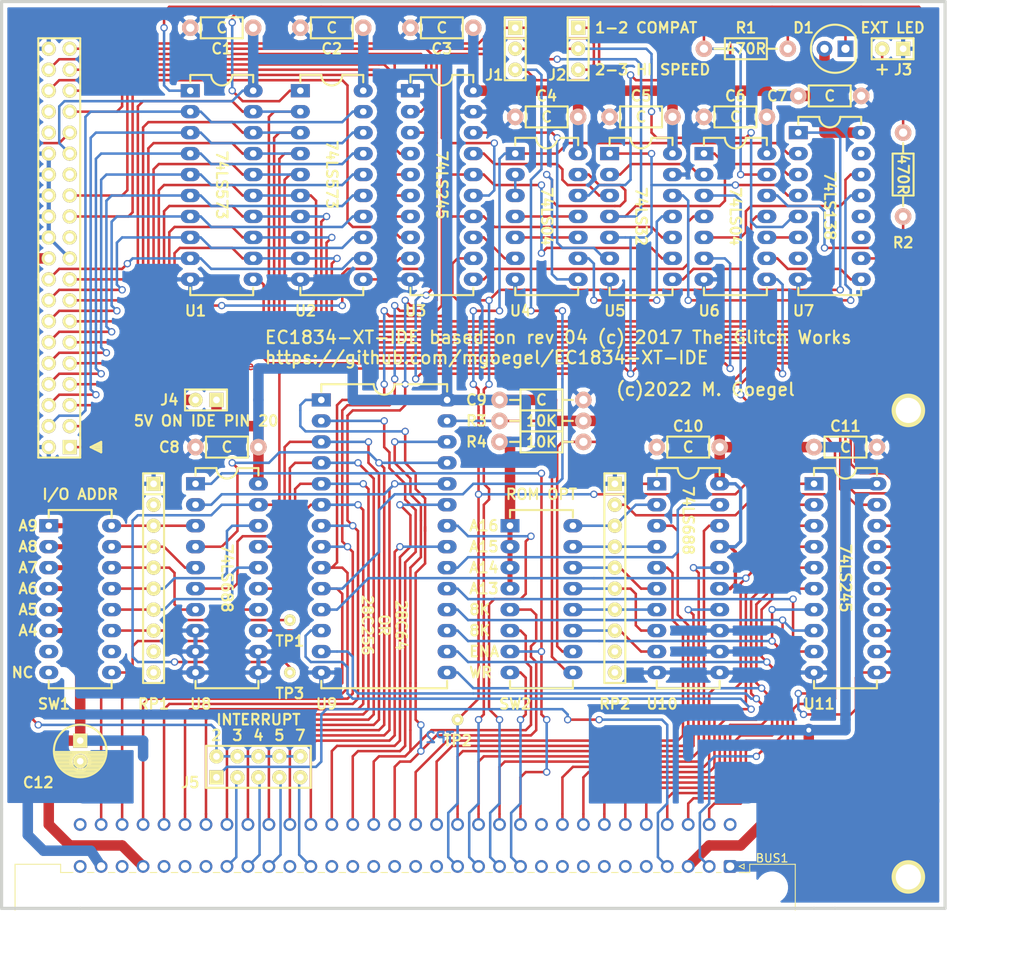
<source format=kicad_pcb>
(kicad_pcb (version 20171130) (host pcbnew "(5.1.12)-1")
  (title_block (title "XT-IDE Revision 4b") (date 2022-04-04) (rev 4b) (company "The Glitch Works / M. Goegel") (comment 1 "J. Chapman") (comment 2 "M. Goegel"))
  (layers (0 Component signal) (31 Copper signal hide) (34 B.Paste user) (35 F.Paste user) (36 B.SilkS user) (37 F.SilkS user) (38 B.Mask user) (39 F.Mask user) (44 Edge.Cuts user))
  (net 0 "")
  (net 1 /*CS1FX)
  (net 2 /*CS3FX)
  (net 3 /*IOR-IDE)
  (net 4 /*IOW-IDE)
  (net 5 /*IOW-ISA)
  (net 6 /*MEMR)
  (net 7 /*RESET)
  (net 8 //CS_ROM)
  (net 9 /3)
  (net 10 /4)
  (net 11 /5)
  (net 12 /6)
  (net 13 /7)
  (net 14 /A0-IDE)
  (net 15 /A0-ISA)
  (net 16 /A1-IDE)
  (net 17 /A1-ISA)
  (net 18 /A10)
  (net 19 /A11)
  (net 20 /A12)
  (net 21 /A2-IDE)
  (net 22 /A2-ISA)
  (net 23 /A3)
  (net 24 /D10)
  (net 25 /D11)
  (net 26 /D12)
  (net 27 /D13)
  (net 28 /D14)
  (net 29 /D15)
  (net 30 /D8)
  (net 31 /D9)
  (net 32 /INTRQ)
  (net 33 /IRQ3)
  (net 34 /IRQ4)
  (net 35 /IRQ5)
  (net 36 /IRQ7)
  (net 37 /PC-DB0)
  (net 38 /PC-DB1)
  (net 39 /PC-DB2)
  (net 40 /PC-DB3)
  (net 41 /PC-DB4)
  (net 42 /PC-DB5)
  (net 43 /PC-DB6)
  (net 44 /PC-DB7)
  (net 45 /VCC_CF)
  (net 46 GND)
  (net 47 VCC)
  (net 48 *MEMW)
  (net 49 AEN)
  (net 50 A14)
  (net 51 A13)
  (net 52 "Net-(R2-Pad2)")
  (net 53 /ROM_WE)
  (net 54 "Net-(RP2-Pad6)")
  (net 55 "Net-(RP2-Pad5)")
  (net 56 "Net-(RP2-Pad4)")
  (net 57 "Net-(RP2-Pad3)")
  (net 58 "Net-(RP1-Pad7)")
  (net 59 "Net-(RP1-Pad8)")
  (net 60 "Net-(RP2-Pad7)")
  (net 61 "Net-(RP2-Pad8)")
  (net 62 "Net-(RP1-Pad3)")
  (net 63 "Net-(RP1-Pad4)")
  (net 64 "Net-(RP1-Pad5)")
  (net 65 "Net-(RP1-Pad6)")
  (net 66 A19)
  (net 67 A18)
  (net 68 A17)
  (net 69 A16)
  (net 70 A15)
  (net 71 A9)
  (net 72 A8)
  (net 73 A7)
  (net 74 A6)
  (net 75 A5)
  (net 76 A4)
  (net 77 "Net-(U4-Pad11)")
  (net 78 "Net-(J2-Pad2)")
  (net 79 "Net-(J3-Pad2)")
  (net 80 *DASP)
  (net 81 "Net-(R4-Pad2)")
  (net 82 "Net-(D1-Pad1)")
  (net 83 D7)
  (net 84 RESDRV)
  (net 85 IRQ2)
  (net 86 *IOR-ISA)
  (net 87 D6)
  (net 88 D5)
  (net 89 D4)
  (net 90 D3)
  (net 91 D2)
  (net 92 D1)
  (net 93 D0)
  (net 94 /DMARQ)
  (net 95 /IORDY)
  (net 96 /IOCS16)
  (net 97 /PDIAG)
  (net 98 "Net-(RP1-Pad2)")
  (net 99 "Net-(RP1-Pad9)")
  (net 100 "Net-(RP1-Pad10)")
  (net 101 "Net-(RP2-Pad9)")
  (net 102 "Net-(RP2-Pad10)")
  (net 103 "Net-(U3-Pad11)")
  (net 104 "Net-(U4-Pad2)")
  (net 105 "Net-(SW1-Pad7)")
  (net 106 "Net-(SW1-Pad10)")
  (net 107 *CARDSEL)
  (net 108 *CS_IDE)
  (net 109 *IOR_DELAYED)
  (net 110 "Net-(U4-Pad10)")
  (net 111 "Net-(U5-Pad2)")
  (net 112 "Net-(U5-Pad8)")
  (net 113 "Net-(U6-Pad5)")
  (net 114 "Net-(U6-Pad9)")
  (net 115 "Net-(U6-Pad10)")
  (net 116 "Net-(U7-Pad7)")
  (net 117 "Net-(U7-Pad11)")
  (net 118 "Net-(U7-Pad12)")
  (net 119 "Net-(U7-Pad15)")
  (net 120 "Net-(J1-Pad2)")
  (net 121 *HI_OUT_DELAYED)
  (net 122 "Net-(U4-Pad13)")
  (net 123 *HI_BYTE_OUTPUT)
  (net 124 "Net-(U4-Pad9)")
  (net 125 *CARDSEL_SWITCHED)
  (net 126 "Net-(BUS1-Padc32)")
  (net 127 "Net-(BUS1-Padc10)")
  (net 128 "Net-(BUS1-Padc1)")
  (net 129 "Net-(BUS1-Pada32)")
  (net 130 "Net-(BUS1-Pada30)")
  (net 131 "Net-(BUS1-Pada28)")
  (net 132 "Net-(BUS1-Pada27)")
  (net 133 "Net-(BUS1-Pada26)")
  (net 134 "Net-(BUS1-Pada22)")
  (net 135 "Net-(BUS1-Pada20)")
  (net 136 "Net-(BUS1-Pada19)")
  (net 137 "Net-(BUS1-Pada18)")
  (net 138 "Net-(BUS1-Pada17)")
  (net 139 "Net-(BUS1-Pada16)")
  (net 140 "Net-(BUS1-Pada15)")
  (net 141 "Net-(BUS1-Pada10)")
  (net 142 "Net-(BUS1-Pada9)")
  (net 143 "Net-(BUS1-Pada7)")
  (net 144 "Net-(BUS1-Pada6)")
  (net 145 "Net-(BUS1-Pada5)")
  (module Connector_DIN:DIN41612_C_2x32_Male_Horizontal_THT (layer Component) (at 165.1 139.065 180)
    (fp_text reference BUS1 (at -5.08 1) (layer F.SilkS))
    (fp_text value BUS_EC1834_8Bit)
    (pad c32 thru_hole circle (at 78.74 5.08 180) (size 1.55 1.55) (drill 1) (layers *.Cu *.Mask) (net 126 "Net-(BUS1-Padc32)"))
    (pad c31 thru_hole circle (at 76.2 5.08 180) (size 1.55 1.55) (drill 1) (layers *.Cu *.Mask) (net 15 /A0-ISA))
    (pad c30 thru_hole circle (at 73.66 5.08 180) (size 1.55 1.55) (drill 1) (layers *.Cu *.Mask) (net 17 /A1-ISA))
    (pad c29 thru_hole circle (at 71.12 5.08 180) (size 1.55 1.55) (drill 1) (layers *.Cu *.Mask) (net 22 /A2-ISA))
    (pad c28 thru_hole circle (at 68.58 5.08 180) (size 1.55 1.55) (drill 1) (layers *.Cu *.Mask) (net 23 /A3))
    (pad c27 thru_hole circle (at 66.04 5.08 180) (size 1.55 1.55) (drill 1) (layers *.Cu *.Mask) (net 76 A4))
    (pad c26 thru_hole circle (at 63.5 5.08 180) (size 1.55 1.55) (drill 1) (layers *.Cu *.Mask) (net 75 A5))
    (pad c25 thru_hole circle (at 60.96 5.08 180) (size 1.55 1.55) (drill 1) (layers *.Cu *.Mask) (net 74 A6))
    (pad c24 thru_hole circle (at 58.42 5.08 180) (size 1.55 1.55) (drill 1) (layers *.Cu *.Mask) (net 73 A7))
    (pad c23 thru_hole circle (at 55.88 5.08 180) (size 1.55 1.55) (drill 1) (layers *.Cu *.Mask) (net 72 A8))
    (pad c22 thru_hole circle (at 53.34 5.08 180) (size 1.55 1.55) (drill 1) (layers *.Cu *.Mask) (net 71 A9))
    (pad c21 thru_hole circle (at 50.8 5.08 180) (size 1.55 1.55) (drill 1) (layers *.Cu *.Mask) (net 18 /A10))
    (pad c20 thru_hole circle (at 48.26 5.08 180) (size 1.55 1.55) (drill 1) (layers *.Cu *.Mask) (net 19 /A11))
    (pad c19 thru_hole circle (at 45.72 5.08 180) (size 1.55 1.55) (drill 1) (layers *.Cu *.Mask) (net 20 /A12))
    (pad c18 thru_hole circle (at 43.18 5.08 180) (size 1.55 1.55) (drill 1) (layers *.Cu *.Mask) (net 51 A13))
    (pad c17 thru_hole circle (at 40.64 5.08 180) (size 1.55 1.55) (drill 1) (layers *.Cu *.Mask) (net 50 A14))
    (pad c16 thru_hole circle (at 38.1 5.08 180) (size 1.55 1.55) (drill 1) (layers *.Cu *.Mask) (net 70 A15))
    (pad c15 thru_hole circle (at 35.56 5.08 180) (size 1.55 1.55) (drill 1) (layers *.Cu *.Mask) (net 69 A16))
    (pad c14 thru_hole circle (at 33.02 5.08 180) (size 1.55 1.55) (drill 1) (layers *.Cu *.Mask) (net 68 A17))
    (pad c13 thru_hole circle (at 30.48 5.08 180) (size 1.55 1.55) (drill 1) (layers *.Cu *.Mask) (net 67 A18))
    (pad c12 thru_hole circle (at 27.94 5.08 180) (size 1.55 1.55) (drill 1) (layers *.Cu *.Mask) (net 66 A19))
    (pad c11 thru_hole circle (at 25.4 5.08 180) (size 1.55 1.55) (drill 1) (layers *.Cu *.Mask) (net 49 AEN))
    (pad c10 thru_hole circle (at 22.86 5.08 180) (size 1.55 1.55) (drill 1) (layers *.Cu *.Mask) (net 127 "Net-(BUS1-Padc10)"))
    (pad c9 thru_hole circle (at 20.32 5.08 180) (size 1.55 1.55) (drill 1) (layers *.Cu *.Mask) (net 37 /PC-DB0))
    (pad c8 thru_hole circle (at 17.78 5.08 180) (size 1.55 1.55) (drill 1) (layers *.Cu *.Mask) (net 38 /PC-DB1))
    (pad c7 thru_hole circle (at 15.24 5.08 180) (size 1.55 1.55) (drill 1) (layers *.Cu *.Mask) (net 39 /PC-DB2))
    (pad c6 thru_hole circle (at 12.7 5.08 180) (size 1.55 1.55) (drill 1) (layers *.Cu *.Mask) (net 40 /PC-DB3))
    (pad c5 thru_hole circle (at 10.16 5.08 180) (size 1.55 1.55) (drill 1) (layers *.Cu *.Mask) (net 41 /PC-DB4))
    (pad c4 thru_hole circle (at 7.62 5.08 180) (size 1.55 1.55) (drill 1) (layers *.Cu *.Mask) (net 42 /PC-DB5))
    (pad c3 thru_hole circle (at 5.08 5.08 180) (size 1.55 1.55) (drill 1) (layers *.Cu *.Mask) (net 43 /PC-DB6))
    (pad c2 thru_hole circle (at 2.54 5.08 180) (size 1.55 1.55) (drill 1) (layers *.Cu *.Mask) (net 44 /PC-DB7))
    (pad c1 thru_hole circle (at 0 5.08 180) (size 1.55 1.55) (drill 1) (layers *.Cu *.Mask) (net 128 "Net-(BUS1-Padc1)"))
    (pad a32 thru_hole circle (at 78.74 0 180) (size 1.55 1.55) (drill 1) (layers *.Cu *.Mask) (net 129 "Net-(BUS1-Pada32)"))
    (pad a31 thru_hole circle (at 76.2 0 180) (size 1.55 1.55) (drill 1) (layers *.Cu *.Mask) (net 46 GND))
    (pad a30 thru_hole circle (at 73.66 0 180) (size 1.55 1.55) (drill 1) (layers *.Cu *.Mask) (net 130 "Net-(BUS1-Pada30)"))
    (pad a29 thru_hole circle (at 71.12 0 180) (size 1.55 1.55) (drill 1) (layers *.Cu *.Mask) (net 47 VCC))
    (pad a28 thru_hole circle (at 68.58 0 180) (size 1.55 1.55) (drill 1) (layers *.Cu *.Mask) (net 131 "Net-(BUS1-Pada28)"))
    (pad a27 thru_hole circle (at 66.04 0 180) (size 1.55 1.55) (drill 1) (layers *.Cu *.Mask) (net 132 "Net-(BUS1-Pada27)"))
    (pad a26 thru_hole circle (at 63.5 0 180) (size 1.55 1.55) (drill 1) (layers *.Cu *.Mask) (net 133 "Net-(BUS1-Pada26)"))
    (pad a25 thru_hole circle (at 60.96 0 180) (size 1.55 1.55) (drill 1) (layers *.Cu *.Mask) (net 33 /IRQ3))
    (pad a24 thru_hole circle (at 58.42 0 180) (size 1.55 1.55) (drill 1) (layers *.Cu *.Mask) (net 34 /IRQ4))
    (pad a23 thru_hole circle (at 55.88 0 180) (size 1.55 1.55) (drill 1) (layers *.Cu *.Mask) (net 35 /IRQ5))
    (pad a22 thru_hole circle (at 53.34 0 180) (size 1.55 1.55) (drill 1) (layers *.Cu *.Mask) (net 134 "Net-(BUS1-Pada22)"))
    (pad a21 thru_hole circle (at 50.8 0 180) (size 1.55 1.55) (drill 1) (layers *.Cu *.Mask) (net 36 /IRQ7))
    (pad a20 thru_hole circle (at 48.26 0 180) (size 1.55 1.55) (drill 1) (layers *.Cu *.Mask) (net 135 "Net-(BUS1-Pada20)"))
    (pad a19 thru_hole circle (at 45.72 0 180) (size 1.55 1.55) (drill 1) (layers *.Cu *.Mask) (net 136 "Net-(BUS1-Pada19)"))
    (pad a18 thru_hole circle (at 43.18 0 180) (size 1.55 1.55) (drill 1) (layers *.Cu *.Mask) (net 137 "Net-(BUS1-Pada18)"))
    (pad a17 thru_hole circle (at 40.64 0 180) (size 1.55 1.55) (drill 1) (layers *.Cu *.Mask) (net 138 "Net-(BUS1-Pada17)"))
    (pad a16 thru_hole circle (at 38.1 0 180) (size 1.55 1.55) (drill 1) (layers *.Cu *.Mask) (net 139 "Net-(BUS1-Pada16)"))
    (pad a15 thru_hole circle (at 35.56 0 180) (size 1.55 1.55) (drill 1) (layers *.Cu *.Mask) (net 140 "Net-(BUS1-Pada15)"))
    (pad a14 thru_hole circle (at 33.02 0 180) (size 1.55 1.55) (drill 1) (layers *.Cu *.Mask) (net 86 *IOR-ISA))
    (pad a13 thru_hole circle (at 30.48 0 180) (size 1.55 1.55) (drill 1) (layers *.Cu *.Mask) (net 5 /*IOW-ISA))
    (pad a12 thru_hole circle (at 27.94 0 180) (size 1.55 1.55) (drill 1) (layers *.Cu *.Mask) (net 6 /*MEMR))
    (pad a11 thru_hole circle (at 25.4 0 180) (size 1.55 1.55) (drill 1) (layers *.Cu *.Mask) (net 48 *MEMW))
    (pad a10 thru_hole circle (at 22.86 0 180) (size 1.55 1.55) (drill 1) (layers *.Cu *.Mask) (net 141 "Net-(BUS1-Pada10)"))
    (pad a9 thru_hole circle (at 20.32 0 180) (size 1.55 1.55) (drill 1) (layers *.Cu *.Mask) (net 142 "Net-(BUS1-Pada9)"))
    (pad a8 thru_hole circle (at 17.78 0 180) (size 1.55 1.55) (drill 1) (layers *.Cu *.Mask) (net 107 *CARDSEL))
    (pad a7 thru_hole circle (at 15.24 0 180) (size 1.55 1.55) (drill 1) (layers *.Cu *.Mask) (net 143 "Net-(BUS1-Pada7)"))
    (pad a6 thru_hole circle (at 12.7 0 180) (size 1.55 1.55) (drill 1) (layers *.Cu *.Mask) (net 144 "Net-(BUS1-Pada6)"))
    (pad a5 thru_hole circle (at 10.16 0 180) (size 1.55 1.55) (drill 1) (layers *.Cu *.Mask) (net 145 "Net-(BUS1-Pada5)"))
    (pad a4 thru_hole circle (at 7.62 0 180) (size 1.55 1.55) (drill 1) (layers *.Cu *.Mask) (net 85 IRQ2))
    (pad a3 thru_hole circle (at 5.08 0 180) (size 1.55 1.55) (drill 1) (layers *.Cu *.Mask) (net 47 VCC))
    (pad a2 thru_hole circle (at 2.54 0 180) (size 1.55 1.55) (drill 1) (layers *.Cu *.Mask) (net 84 RESDRV))
    (pad a1 thru_hole roundrect (at 0 0 180) (size 1.55 1.55) (drill 1) (layers *.Cu *.Mask) (roundrect_rratio 0.16129) (net 46 GND))
    (pad "" np_thru_hole circle (at 83.82 -2.54 180) (size 2.85 2.85) (drill 2.85) (layers *.Cu *.Mask))
    (pad "" np_thru_hole circle (at -5.08 -2.54 180) (size 2.85 2.85) (drill 2.85) (layers *.Cu *.Mask))
  )
  (module gw_dips:DIP-20_300_OBROUND (layer Component) (at 99.695 45.085)
    (fp_text reference U1 (at 0.635 26.67) (layer F.SilkS) (effects (font (size 1.27 1.27) (thickness 0.254))))
    (fp_text value 74LS573 hide)
    (pad 1 thru_hole rect (at 0 0) (size 2.3 1.6) (drill 0.8) (layers *.Cu *.Mask) (net 10 /4))
    (pad 2 thru_hole oval (at 0 2.54) (size 2.3 1.6) (drill 0.8) (layers *.Cu *.Mask) (net 30 /D8))
    (pad 3 thru_hole oval (at 0 5.08) (size 2.3 1.6) (drill 0.8) (layers *.Cu *.Mask) (net 31 /D9))
    (pad 4 thru_hole oval (at 0 7.62) (size 2.3 1.6) (drill 0.8) (layers *.Cu *.Mask) (net 24 /D10))
    (pad 5 thru_hole oval (at 0 10.16) (size 2.3 1.6) (drill 0.8) (layers *.Cu *.Mask) (net 25 /D11))
    (pad 6 thru_hole oval (at 0 12.7) (size 2.3 1.6) (drill 0.8) (layers *.Cu *.Mask) (net 26 /D12))
    (pad 7 thru_hole oval (at 0 15.24) (size 2.3 1.6) (drill 0.8) (layers *.Cu *.Mask) (net 27 /D13))
    (pad 8 thru_hole oval (at 0 17.78) (size 2.3 1.6) (drill 0.8) (layers *.Cu *.Mask) (net 28 /D14))
    (pad 9 thru_hole oval (at 0 20.32) (size 2.3 1.6) (drill 0.8) (layers *.Cu *.Mask) (net 29 /D15))
    (pad 10 thru_hole oval (at 0 22.86) (size 2.3 1.6) (drill 0.8) (layers *.Cu *.Mask) (net 46 GND))
    (pad 11 thru_hole oval (at 7.62 22.86) (size 2.3 1.6) (drill 0.8) (layers *.Cu *.Mask) (net 11 /5))
    (pad 12 thru_hole oval (at 7.62 20.32) (size 2.3 1.6) (drill 0.8) (layers *.Cu *.Mask) (net 83 D7))
    (pad 13 thru_hole oval (at 7.62 17.78) (size 2.3 1.6) (drill 0.8) (layers *.Cu *.Mask) (net 87 D6))
    (pad 14 thru_hole oval (at 7.62 15.24) (size 2.3 1.6) (drill 0.8) (layers *.Cu *.Mask) (net 88 D5))
    (pad 15 thru_hole oval (at 7.62 12.7) (size 2.3 1.6) (drill 0.8) (layers *.Cu *.Mask) (net 89 D4))
    (pad 16 thru_hole oval (at 7.62 10.16) (size 2.3 1.6) (drill 0.8) (layers *.Cu *.Mask) (net 90 D3))
    (pad 17 thru_hole oval (at 7.62 7.62) (size 2.3 1.6) (drill 0.8) (layers *.Cu *.Mask) (net 91 D2))
    (pad 18 thru_hole oval (at 7.62 5.08) (size 2.3 1.6) (drill 0.8) (layers *.Cu *.Mask) (net 92 D1))
    (pad 19 thru_hole oval (at 7.62 2.54) (size 2.3 1.6) (drill 0.8) (layers *.Cu *.Mask) (net 93 D0))
    (pad 20 thru_hole oval (at 7.62 0) (size 2.3 1.6) (drill 0.8) (layers *.Cu *.Mask) (net 47 VCC))
  )
  (module gw_dips:DIP-20_300_OBROUND (layer Component) (at 126.365 45.085)
    (fp_text reference U3 (at 0.635 26.67) (layer F.SilkS) (effects (font (size 1.27 1.27) (thickness 0.254))))
    (fp_text value 74LS245 hide)
    (pad 1 thru_hole rect (at 0 0) (size 2.3 1.6) (drill 0.8) (layers *.Cu *.Mask) (net 46 GND))
    (pad 2 thru_hole oval (at 0 2.54) (size 2.3 1.6) (drill 0.8) (layers *.Cu *.Mask) (net 1 /*CS1FX))
    (pad 3 thru_hole oval (at 0 5.08) (size 2.3 1.6) (drill 0.8) (layers *.Cu *.Mask) (net 2 /*CS3FX))
    (pad 4 thru_hole oval (at 0 7.62) (size 2.3 1.6) (drill 0.8) (layers *.Cu *.Mask) (net 21 /A2-IDE))
    (pad 5 thru_hole oval (at 0 10.16) (size 2.3 1.6) (drill 0.8) (layers *.Cu *.Mask) (net 14 /A0-IDE))
    (pad 6 thru_hole oval (at 0 12.7) (size 2.3 1.6) (drill 0.8) (layers *.Cu *.Mask) (net 16 /A1-IDE))
    (pad 7 thru_hole oval (at 0 15.24) (size 2.3 1.6) (drill 0.8) (layers *.Cu *.Mask) (net 3 /*IOR-IDE))
    (pad 8 thru_hole oval (at 0 17.78) (size 2.3 1.6) (drill 0.8) (layers *.Cu *.Mask) (net 4 /*IOW-IDE))
    (pad 9 thru_hole oval (at 0 20.32) (size 2.3 1.6) (drill 0.8) (layers *.Cu *.Mask) (net 7 /*RESET))
    (pad 10 thru_hole oval (at 0 22.86) (size 2.3 1.6) (drill 0.8) (layers *.Cu *.Mask) (net 46 GND))
    (pad 11 thru_hole oval (at 7.62 22.86) (size 2.3 1.6) (drill 0.8) (layers *.Cu *.Mask) (net 103 "Net-(U3-Pad11)"))
    (pad 12 thru_hole oval (at 7.62 20.32) (size 2.3 1.6) (drill 0.8) (layers *.Cu *.Mask) (net 5 /*IOW-ISA))
    (pad 13 thru_hole oval (at 7.62 17.78) (size 2.3 1.6) (drill 0.8) (layers *.Cu *.Mask) (net 109 *IOR_DELAYED))
    (pad 14 thru_hole oval (at 7.62 15.24) (size 2.3 1.6) (drill 0.8) (layers *.Cu *.Mask) (net 17 /A1-ISA))
    (pad 15 thru_hole oval (at 7.62 12.7) (size 2.3 1.6) (drill 0.8) (layers *.Cu *.Mask) (net 78 "Net-(J2-Pad2)"))
    (pad 16 thru_hole oval (at 7.62 10.16) (size 2.3 1.6) (drill 0.8) (layers *.Cu *.Mask) (net 22 /A2-ISA))
    (pad 17 thru_hole oval (at 7.62 7.62) (size 2.3 1.6) (drill 0.8) (layers *.Cu *.Mask) (net 12 /6))
    (pad 18 thru_hole oval (at 7.62 5.08) (size 2.3 1.6) (drill 0.8) (layers *.Cu *.Mask) (net 13 /7))
    (pad 19 thru_hole oval (at 7.62 2.54) (size 2.3 1.6) (drill 0.8) (layers *.Cu *.Mask) (net 46 GND))
    (pad 20 thru_hole oval (at 7.62 0) (size 2.3 1.6) (drill 0.8) (layers *.Cu *.Mask) (net 47 VCC))
  )
  (module mounting:120mil_no_silkscreen (layer Component) (at 186.69 140.335)
    (fp_text reference P6 hide)
    (fp_text value CONN_1 hide)
    (pad 1 thru_hole circle (at 0 0) (size 4.064 4.064) (drill 3.048) (layers *.Cu *.Mask F.SilkS) (net 46 GND))
  )
  (module mounting:120mil_no_silkscreen (layer Component) (at 186.69 83.82)
    (fp_text reference P7 hide)
    (fp_text value CONN_1 hide)
    (pad 1 thru_hole circle (at 0 0) (size 4.064 4.064) (drill 3.048) (layers *.Cu *.Mask F.SilkS) (net 46 GND))
  )
  (module headers_with_detent:5x2 (layer Component) (at 107.95 127)
    (fp_text reference J5 (at -8.255 1.905) (layer F.SilkS) (effects (font (size 1.27 1.27) (thickness 0.254))))
    (fp_text value INTERRUPT (at 0 -5.715) (layer F.SilkS) (effects (font (size 1.27 1.27) (thickness 0.254))))
    (pad 1 thru_hole rect (at -5.08 1.27) (size 1.7272 1.7272) (drill 0.8128) (layers *.Cu *.Mask F.SilkS) (net 85 IRQ2))
    (pad 2 thru_hole circle (at -5.08 -1.27) (size 1.7272 1.7272) (drill 0.8128) (layers *.Cu *.Mask F.SilkS) (net 32 /INTRQ))
    (pad 3 thru_hole circle (at -2.54 1.27) (size 1.7272 1.7272) (drill 0.8128) (layers *.Cu *.Mask F.SilkS) (net 33 /IRQ3))
    (pad 4 thru_hole circle (at -2.54 -1.27) (size 1.7272 1.7272) (drill 0.8128) (layers *.Cu *.Mask F.SilkS) (net 32 /INTRQ))
    (pad 5 thru_hole circle (at 0 1.27) (size 1.7272 1.7272) (drill 0.8128) (layers *.Cu *.Mask F.SilkS) (net 34 /IRQ4))
    (pad 6 thru_hole circle (at 0 -1.27) (size 1.7272 1.7272) (drill 0.8128) (layers *.Cu *.Mask F.SilkS) (net 32 /INTRQ))
    (pad 7 thru_hole circle (at 2.54 1.27) (size 1.7272 1.7272) (drill 0.8128) (layers *.Cu *.Mask F.SilkS) (net 35 /IRQ5))
    (pad 8 thru_hole circle (at 2.54 -1.27) (size 1.7272 1.7272) (drill 0.8128) (layers *.Cu *.Mask F.SilkS) (net 32 /INTRQ))
    (pad 9 thru_hole circle (at 5.08 1.27) (size 1.7272 1.7272) (drill 0.8128) (layers *.Cu *.Mask F.SilkS) (net 36 /IRQ7))
    (pad 10 thru_hole circle (at 5.08 -1.27) (size 1.7272 1.7272) (drill 0.8128) (layers *.Cu *.Mask F.SilkS) (net 32 /INTRQ))
  )
  (module headers_with_detent:1x3 (layer Component) (at 146.685 40.005)
    (fp_text reference J2 (at -2.54 3.175) (layer F.SilkS) (effects (font (size 1.27 1.27) (thickness 0.254))))
    (fp_text value CONN_3 hide)
    (pad 1 thru_hole rect (at 0 -2.54 270) (size 1.7272 1.7272) (drill 0.8128) (layers *.Cu *.Mask F.SilkS) (net 15 /A0-ISA))
    (pad 2 thru_hole circle (at 0 0 270) (size 1.7272 1.7272) (drill 0.8128) (layers *.Cu *.Mask F.SilkS) (net 78 "Net-(J2-Pad2)"))
    (pad 3 thru_hole circle (at 0 2.54 270) (size 1.7272 1.7272) (drill 0.8128) (layers *.Cu *.Mask F.SilkS) (net 23 /A3))
  )
  (module headers_with_detent:1x3 (layer Component) (at 139.065 40.005)
    (fp_text reference J1 (at -2.54 3.175) (layer F.SilkS) (effects (font (size 1.27 1.27) (thickness 0.254))))
    (fp_text value CONN_3 hide)
    (pad 1 thru_hole rect (at 0 -2.54 270) (size 1.7272 1.7272) (drill 0.8128) (layers *.Cu *.Mask F.SilkS) (net 23 /A3))
    (pad 2 thru_hole circle (at 0 0 270) (size 1.7272 1.7272) (drill 0.8128) (layers *.Cu *.Mask F.SilkS) (net 120 "Net-(J1-Pad2)"))
    (pad 3 thru_hole circle (at 0 2.54 270) (size 1.7272 1.7272) (drill 0.8128) (layers *.Cu *.Mask F.SilkS) (net 15 /A0-ISA))
  )
  (module headers_with_detent:1x2 (layer Component) (at 184.785 40.005 270)
    (fp_text reference J3 (at 2.54 -1.27) (layer F.SilkS) (effects (font (size 1.27 1.27) (thickness 0.254))))
    (fp_text value CONN_2 hide)
    (pad 1 thru_hole rect (at 0 -1.27 180) (size 1.7272 1.7272) (drill 0.8128) (layers *.Cu *.Mask F.SilkS) (net 46 GND))
    (pad 2 thru_hole circle (at 0 1.27 180) (size 1.7272 1.7272) (drill 0.8128) (layers *.Cu *.Mask F.SilkS) (net 79 "Net-(J3-Pad2)"))
  )
  (module headers_with_detent:1x2 (layer Component) (at 101.6 82.55 270)
    (fp_text reference J4 (at 0 4.445) (layer F.SilkS) (effects (font (size 1.27 1.27) (thickness 0.254))))
    (fp_text value CONN_2 hide)
    (pad 1 thru_hole rect (at 0 -1.27 180) (size 1.7272 1.7272) (drill 0.8128) (layers *.Cu *.Mask F.SilkS) (net 47 VCC))
    (pad 2 thru_hole circle (at 0 1.27 180) (size 1.7272 1.7272) (drill 0.8128) (layers *.Cu *.Mask F.SilkS) (net 45 /VCC_CF))
  )
  (module gw_leds:LED-5MM (layer Component) (at 179.07 40.005 180)
    (fp_text reference D1 (at 5.08 2.54 180) (layer F.SilkS) (effects (font (size 1.27 1.27) (thickness 0.254))))
    (fp_text value LED hide)
    (pad 1 thru_hole rect (at 0 0 270) (size 2 1.9) (drill 1.00076) (layers *.Cu *.Mask) (net 82 "Net-(D1-Pad1)"))
    (pad 2 thru_hole circle (at 2.54 0 180) (size 1.9 1.9) (drill 1.00076) (layers *.Cu *.Mask) (net 47 VCC))
  )
  (module testpoints:TH_TESTPOINT (layer Component) (at 111.76 109.22)
    (fp_text reference TP1 (at 0 2.54) (layer F.SilkS) (effects (font (size 1.27 1.27) (thickness 0.254))))
    (fp_text value CONN_1 hide)
    (pad 1 thru_hole circle (at 0 0) (size 1.397 1.397) (drill 0.635) (layers *.Cu *.Mask F.SilkS) (net 125 *CARDSEL_SWITCHED))
  )
  (module testpoints:TH_TESTPOINT (layer Component) (at 111.76 115.57)
    (fp_text reference TP3 (at 0 2.54) (layer F.SilkS) (effects (font (size 1.27 1.27) (thickness 0.254))))
    (fp_text value CONN_1 hide)
    (pad 1 thru_hole circle (at 0 0) (size 1.397 1.397) (drill 0.635) (layers *.Cu *.Mask F.SilkS) (net 108 *CS_IDE))
  )
  (module testpoints:TH_TESTPOINT (layer Component) (at 132.08 121.285)
    (fp_text reference TP2 (at 0 2.54) (layer F.SilkS) (effects (font (size 1.27 1.27) (thickness 0.254))))
    (fp_text value CONN_1 hide)
    (pad 1 thru_hole circle (at 0 0) (size 1.397 1.397) (drill 0.635) (layers *.Cu *.Mask F.SilkS) (net 86 *IOR-ISA))
  )
  (module gw_caps_polarized:CP_RAD_250_100 (layer Component) (at 86.36 123.825 270)
    (fp_text reference C12 (at 5.08 5.08 180) (layer F.SilkS) (effects (font (size 1.27 1.27) (thickness 0.254))))
    (fp_text value 47uF hide)
    (pad 2 thru_hole circle (at 2.5 0 270) (size 1.7272 1.7272) (drill 0.8) (layers *.Cu *.Mask F.SilkS) (net 46 GND))
    (pad 1 thru_hole rect (at 0 0 270) (size 1.7272 1.7272) (drill 0.8) (layers *.Cu *.Mask F.SilkS) (net 47 VCC))
  )
  (module gw_symbols:PIN1_TRIANGLE_SILKSCREEN (layer Component) (at 87.63 88.265)
    (fp_text reference REF** hide)
    (fp_text value PIN1_TRIANGLE_SILKSCREEN hide)
  )
  (module gw_headers:STRAIGHT_2x20 (layer Component) (at 85.09 88.265 180)
    (fp_text reference IDE1 hide)
    (fp_text value CONN_20X2 hide)
    (pad 1 thru_hole rect (at 0 0 180) (size 1.7272 1.7272) (drill 1.016) (layers *.Cu *.Mask F.SilkS) (net 7 /*RESET))
    (pad 2 thru_hole oval (at 2.54 0 180) (size 1.7272 1.7272) (drill 1.016) (layers *.Cu *.Mask F.SilkS) (net 46 GND))
    (pad 3 thru_hole oval (at 0 2.54 180) (size 1.7272 1.7272) (drill 1.016) (layers *.Cu *.Mask F.SilkS) (net 83 D7))
    (pad 4 thru_hole oval (at 2.54 2.54 180) (size 1.7272 1.7272) (drill 1.016) (layers *.Cu *.Mask F.SilkS) (net 30 /D8))
    (pad 5 thru_hole oval (at 0 5.08 180) (size 1.7272 1.7272) (drill 1.016) (layers *.Cu *.Mask F.SilkS) (net 87 D6))
    (pad 6 thru_hole oval (at 2.54 5.08 180) (size 1.7272 1.7272) (drill 1.016) (layers *.Cu *.Mask F.SilkS) (net 31 /D9))
    (pad 7 thru_hole oval (at 0 7.62 180) (size 1.7272 1.7272) (drill 1.016) (layers *.Cu *.Mask F.SilkS) (net 88 D5))
    (pad 8 thru_hole oval (at 2.54 7.62 180) (size 1.7272 1.7272) (drill 1.016) (layers *.Cu *.Mask F.SilkS) (net 24 /D10))
    (pad 9 thru_hole oval (at 0 10.16 180) (size 1.7272 1.7272) (drill 1.016) (layers *.Cu *.Mask F.SilkS) (net 89 D4))
    (pad 10 thru_hole oval (at 2.54 10.16 180) (size 1.7272 1.7272) (drill 1.016) (layers *.Cu *.Mask F.SilkS) (net 25 /D11))
    (pad 11 thru_hole oval (at 0 12.7 180) (size 1.7272 1.7272) (drill 1.016) (layers *.Cu *.Mask F.SilkS) (net 90 D3))
    (pad 12 thru_hole oval (at 2.54 12.7 180) (size 1.7272 1.7272) (drill 1.016) (layers *.Cu *.Mask F.SilkS) (net 26 /D12))
    (pad 13 thru_hole oval (at 0 15.24 180) (size 1.7272 1.7272) (drill 1.016) (layers *.Cu *.Mask F.SilkS) (net 91 D2))
    (pad 14 thru_hole oval (at 2.54 15.24 180) (size 1.7272 1.7272) (drill 1.016) (layers *.Cu *.Mask F.SilkS) (net 27 /D13))
    (pad 15 thru_hole oval (at 0 17.78 180) (size 1.7272 1.7272) (drill 1.016) (layers *.Cu *.Mask F.SilkS) (net 92 D1))
    (pad 16 thru_hole oval (at 2.54 17.78 180) (size 1.7272 1.7272) (drill 1.016) (layers *.Cu *.Mask F.SilkS) (net 28 /D14))
    (pad 17 thru_hole oval (at 0 20.32 180) (size 1.7272 1.7272) (drill 1.016) (layers *.Cu *.Mask F.SilkS) (net 93 D0))
    (pad 18 thru_hole oval (at 2.54 20.32 180) (size 1.7272 1.7272) (drill 1.016) (layers *.Cu *.Mask F.SilkS) (net 29 /D15))
    (pad 19 thru_hole oval (at 0 22.86 180) (size 1.7272 1.7272) (drill 1.016) (layers *.Cu *.Mask F.SilkS) (net 46 GND))
    (pad 20 thru_hole oval (at 2.54 22.86 180) (size 1.7272 1.7272) (drill 1.016) (layers *.Cu *.Mask F.SilkS) (net 45 /VCC_CF))
    (pad 21 thru_hole oval (at 0 25.4 180) (size 1.7272 1.7272) (drill 1.016) (layers *.Cu *.Mask F.SilkS) (net 94 /DMARQ))
    (pad 22 thru_hole oval (at 2.54 25.4 180) (size 1.7272 1.7272) (drill 1.016) (layers *.Cu *.Mask F.SilkS) (net 46 GND))
    (pad 23 thru_hole oval (at 0 27.94 180) (size 1.7272 1.7272) (drill 1.016) (layers *.Cu *.Mask F.SilkS) (net 4 /*IOW-IDE))
    (pad 24 thru_hole oval (at 2.54 27.94 180) (size 1.7272 1.7272) (drill 1.016) (layers *.Cu *.Mask F.SilkS) (net 46 GND))
    (pad 25 thru_hole oval (at 0 30.48 180) (size 1.7272 1.7272) (drill 1.016) (layers *.Cu *.Mask F.SilkS) (net 3 /*IOR-IDE))
    (pad 26 thru_hole oval (at 2.54 30.48 180) (size 1.7272 1.7272) (drill 1.016) (layers *.Cu *.Mask F.SilkS) (net 46 GND))
    (pad 27 thru_hole oval (at 0 33.02 180) (size 1.7272 1.7272) (drill 1.016) (layers *.Cu *.Mask F.SilkS) (net 95 /IORDY))
    (pad 28 thru_hole oval (at 2.54 33.02 180) (size 1.7272 1.7272) (drill 1.016) (layers *.Cu *.Mask F.SilkS) (net 46 GND))
    (pad 29 thru_hole oval (at 0 35.56 180) (size 1.7272 1.7272) (drill 1.016) (layers *.Cu *.Mask F.SilkS) (net 47 VCC))
    (pad 30 thru_hole oval (at 2.54 35.56 180) (size 1.7272 1.7272) (drill 1.016) (layers *.Cu *.Mask F.SilkS) (net 46 GND))
    (pad 31 thru_hole oval (at 0 38.1 180) (size 1.7272 1.7272) (drill 1.016) (layers *.Cu *.Mask F.SilkS) (net 32 /INTRQ))
    (pad 32 thru_hole oval (at 2.54 38.1 180) (size 1.7272 1.7272) (drill 1.016) (layers *.Cu *.Mask F.SilkS) (net 96 /IOCS16))
    (pad 33 thru_hole oval (at 0 40.64 180) (size 1.7272 1.7272) (drill 1.016) (layers *.Cu *.Mask F.SilkS) (net 16 /A1-IDE))
    (pad 34 thru_hole oval (at 2.54 40.64 180) (size 1.7272 1.7272) (drill 1.016) (layers *.Cu *.Mask F.SilkS) (net 97 /PDIAG))
    (pad 35 thru_hole oval (at 0 43.18 180) (size 1.7272 1.7272) (drill 1.016) (layers *.Cu *.Mask F.SilkS) (net 14 /A0-IDE))
    (pad 36 thru_hole oval (at 2.54 43.18 180) (size 1.7272 1.7272) (drill 1.016) (layers *.Cu *.Mask F.SilkS) (net 21 /A2-IDE))
    (pad 37 thru_hole oval (at 0 45.72 180) (size 1.7272 1.7272) (drill 1.016) (layers *.Cu *.Mask F.SilkS) (net 1 /*CS1FX))
    (pad 38 thru_hole oval (at 2.54 45.72 180) (size 1.7272 1.7272) (drill 1.016) (layers *.Cu *.Mask F.SilkS) (net 2 /*CS3FX))
    (pad 39 thru_hole oval (at 0 48.26 180) (size 1.7272 1.7272) (drill 1.016) (layers *.Cu *.Mask F.SilkS) (net 80 *DASP))
    (pad 40 thru_hole oval (at 2.54 48.26 180) (size 1.7272 1.7272) (drill 1.016) (layers *.Cu *.Mask F.SilkS) (net 46 GND))
  )
  (module gw_dips:DIP-20_300_OBROUND (layer Component) (at 113.03 45.085)
    (fp_text reference U2 (at 0.635 26.67) (layer F.SilkS) (effects (font (size 1.27 1.27) (thickness 0.254))))
    (fp_text value 74LS573 hide)
    (pad 1 thru_hole rect (at 0 0) (size 2.3 1.6) (drill 0.8) (layers *.Cu *.Mask) (net 121 *HI_OUT_DELAYED))
    (pad 2 thru_hole oval (at 0 2.54) (size 2.3 1.6) (drill 0.8) (layers *.Cu *.Mask) (net 93 D0))
    (pad 3 thru_hole oval (at 0 5.08) (size 2.3 1.6) (drill 0.8) (layers *.Cu *.Mask) (net 92 D1))
    (pad 4 thru_hole oval (at 0 7.62) (size 2.3 1.6) (drill 0.8) (layers *.Cu *.Mask) (net 91 D2))
    (pad 5 thru_hole oval (at 0 10.16) (size 2.3 1.6) (drill 0.8) (layers *.Cu *.Mask) (net 90 D3))
    (pad 6 thru_hole oval (at 0 12.7) (size 2.3 1.6) (drill 0.8) (layers *.Cu *.Mask) (net 89 D4))
    (pad 7 thru_hole oval (at 0 15.24) (size 2.3 1.6) (drill 0.8) (layers *.Cu *.Mask) (net 88 D5))
    (pad 8 thru_hole oval (at 0 17.78) (size 2.3 1.6) (drill 0.8) (layers *.Cu *.Mask) (net 87 D6))
    (pad 9 thru_hole oval (at 0 20.32) (size 2.3 1.6) (drill 0.8) (layers *.Cu *.Mask) (net 83 D7))
    (pad 10 thru_hole oval (at 0 22.86) (size 2.3 1.6) (drill 0.8) (layers *.Cu *.Mask) (net 46 GND))
    (pad 11 thru_hole oval (at 7.62 22.86) (size 2.3 1.6) (drill 0.8) (layers *.Cu *.Mask) (net 9 /3))
    (pad 12 thru_hole oval (at 7.62 20.32) (size 2.3 1.6) (drill 0.8) (layers *.Cu *.Mask) (net 29 /D15))
    (pad 13 thru_hole oval (at 7.62 17.78) (size 2.3 1.6) (drill 0.8) (layers *.Cu *.Mask) (net 28 /D14))
    (pad 14 thru_hole oval (at 7.62 15.24) (size 2.3 1.6) (drill 0.8) (layers *.Cu *.Mask) (net 27 /D13))
    (pad 15 thru_hole oval (at 7.62 12.7) (size 2.3 1.6) (drill 0.8) (layers *.Cu *.Mask) (net 26 /D12))
    (pad 16 thru_hole oval (at 7.62 10.16) (size 2.3 1.6) (drill 0.8) (layers *.Cu *.Mask) (net 25 /D11))
    (pad 17 thru_hole oval (at 7.62 7.62) (size 2.3 1.6) (drill 0.8) (layers *.Cu *.Mask) (net 24 /D10))
    (pad 18 thru_hole oval (at 7.62 5.08) (size 2.3 1.6) (drill 0.8) (layers *.Cu *.Mask) (net 31 /D9))
    (pad 19 thru_hole oval (at 7.62 2.54) (size 2.3 1.6) (drill 0.8) (layers *.Cu *.Mask) (net 30 /D8))
    (pad 20 thru_hole oval (at 7.62 0) (size 2.3 1.6) (drill 0.8) (layers *.Cu *.Mask) (net 47 VCC))
  )
  (module gw_dips:DIP-14_300_OBROUND (layer Component) (at 150.495 52.705)
    (fp_text reference U5 (at 0.635 19.05) (layer F.SilkS) (effects (font (size 1.27 1.27) (thickness 0.254))))
    (fp_text value 74LS32 hide)
    (pad 1 thru_hole rect (at 0 0) (size 2.3 1.6) (drill 0.8) (layers *.Cu *.Mask) (net 108 *CS_IDE))
    (pad 2 thru_hole oval (at 0 2.54) (size 2.3 1.6) (drill 0.8) (layers *.Cu *.Mask) (net 111 "Net-(U5-Pad2)"))
    (pad 3 thru_hole oval (at 0 5.08) (size 2.3 1.6) (drill 0.8) (layers *.Cu *.Mask) (net 12 /6))
    (pad 4 thru_hole oval (at 0 7.62) (size 2.3 1.6) (drill 0.8) (layers *.Cu *.Mask) (net 120 "Net-(J1-Pad2)"))
    (pad 5 thru_hole oval (at 0 10.16) (size 2.3 1.6) (drill 0.8) (layers *.Cu *.Mask) (net 108 *CS_IDE))
    (pad 6 thru_hole oval (at 0 12.7) (size 2.3 1.6) (drill 0.8) (layers *.Cu *.Mask) (net 13 /7))
    (pad 7 thru_hole oval (at 0 15.24) (size 2.3 1.6) (drill 0.8) (layers *.Cu *.Mask) (net 46 GND))
    (pad 8 thru_hole oval (at 7.62 15.24) (size 2.3 1.6) (drill 0.8) (layers *.Cu *.Mask) (net 112 "Net-(U5-Pad8)"))
    (pad 9 thru_hole oval (at 7.62 12.7) (size 2.3 1.6) (drill 0.8) (layers *.Cu *.Mask) (net 22 /A2-ISA))
    (pad 10 thru_hole oval (at 7.62 10.16) (size 2.3 1.6) (drill 0.8) (layers *.Cu *.Mask) (net 17 /A1-ISA))
    (pad 11 thru_hole oval (at 7.62 7.62) (size 2.3 1.6) (drill 0.8) (layers *.Cu *.Mask) (net 124 "Net-(U4-Pad9)"))
    (pad 12 thru_hole oval (at 7.62 5.08) (size 2.3 1.6) (drill 0.8) (layers *.Cu *.Mask) (net 123 *HI_BYTE_OUTPUT))
    (pad 13 thru_hole oval (at 7.62 2.54) (size 2.3 1.6) (drill 0.8) (layers *.Cu *.Mask) (net 46 GND))
    (pad 14 thru_hole oval (at 7.62 0) (size 2.3 1.6) (drill 0.8) (layers *.Cu *.Mask) (net 47 VCC))
  )
  (module gw_dips:DIP-14_300_OBROUND (layer Component) (at 161.925 52.705)
    (fp_text reference U6 (at 0.635 19.05) (layer F.SilkS) (effects (font (size 1.27 1.27) (thickness 0.254))))
    (fp_text value 74LS04 hide)
    (pad 1 thru_hole rect (at 0 0) (size 2.3 1.6) (drill 0.8) (layers *.Cu *.Mask) (net 120 "Net-(J1-Pad2)"))
    (pad 2 thru_hole oval (at 0 2.54) (size 2.3 1.6) (drill 0.8) (layers *.Cu *.Mask) (net 111 "Net-(U5-Pad2)"))
    (pad 3 thru_hole oval (at 0 5.08) (size 2.3 1.6) (drill 0.8) (layers *.Cu *.Mask) (net 84 RESDRV))
    (pad 4 thru_hole oval (at 0 7.62) (size 2.3 1.6) (drill 0.8) (layers *.Cu *.Mask) (net 103 "Net-(U3-Pad11)"))
    (pad 5 thru_hole oval (at 0 10.16) (size 2.3 1.6) (drill 0.8) (layers *.Cu *.Mask) (net 113 "Net-(U6-Pad5)"))
    (pad 6 thru_hole oval (at 0 12.7) (size 2.3 1.6) (drill 0.8) (layers *.Cu *.Mask) (net 11 /5))
    (pad 7 thru_hole oval (at 0 15.24) (size 2.3 1.6) (drill 0.8) (layers *.Cu *.Mask) (net 46 GND))
    (pad 8 thru_hole oval (at 7.62 15.24) (size 2.3 1.6) (drill 0.8) (layers *.Cu *.Mask) (net 9 /3))
    (pad 9 thru_hole oval (at 7.62 12.7) (size 2.3 1.6) (drill 0.8) (layers *.Cu *.Mask) (net 114 "Net-(U6-Pad9)"))
    (pad 10 thru_hole oval (at 7.62 10.16) (size 2.3 1.6) (drill 0.8) (layers *.Cu *.Mask) (net 115 "Net-(U6-Pad10)"))
    (pad 11 thru_hole oval (at 7.62 7.62) (size 2.3 1.6) (drill 0.8) (layers *.Cu *.Mask) (net 112 "Net-(U5-Pad8)"))
    (pad 12 thru_hole oval (at 7.62 5.08) (size 2.3 1.6) (drill 0.8) (layers *.Cu *.Mask) (net 52 "Net-(R2-Pad2)"))
    (pad 13 thru_hole oval (at 7.62 2.54) (size 2.3 1.6) (drill 0.8) (layers *.Cu *.Mask) (net 80 *DASP))
    (pad 14 thru_hole oval (at 7.62 0) (size 2.3 1.6) (drill 0.8) (layers *.Cu *.Mask) (net 47 VCC))
  )
  (module gw_dips:DIP-16_300_OBROUND (layer Component) (at 173.355 50.165)
    (fp_text reference U7 (at 0.635 21.59) (layer F.SilkS) (effects (font (size 1.27 1.27) (thickness 0.254))))
    (fp_text value 74LS138 hide)
    (pad 1 thru_hole rect (at 0 0) (size 2.3 1.6) (drill 0.8) (layers *.Cu *.Mask) (net 5 /*IOW-ISA))
    (pad 2 thru_hole oval (at 0 2.54) (size 2.3 1.6) (drill 0.8) (layers *.Cu *.Mask) (net 86 *IOR-ISA))
    (pad 3 thru_hole oval (at 0 5.08) (size 2.3 1.6) (drill 0.8) (layers *.Cu *.Mask) (net 120 "Net-(J1-Pad2)"))
    (pad 4 thru_hole oval (at 0 7.62) (size 2.3 1.6) (drill 0.8) (layers *.Cu *.Mask) (net 108 *CS_IDE))
    (pad 5 thru_hole oval (at 0 10.16) (size 2.3 1.6) (drill 0.8) (layers *.Cu *.Mask) (net 78 "Net-(J2-Pad2)"))
    (pad 6 thru_hole oval (at 0 12.7) (size 2.3 1.6) (drill 0.8) (layers *.Cu *.Mask) (net 115 "Net-(U6-Pad10)"))
    (pad 7 thru_hole oval (at 0 15.24) (size 2.3 1.6) (drill 0.8) (layers *.Cu *.Mask) (net 116 "Net-(U7-Pad7)"))
    (pad 8 thru_hole oval (at 0 17.78) (size 2.3 1.6) (drill 0.8) (layers *.Cu *.Mask) (net 46 GND))
    (pad 9 thru_hole oval (at 7.62 17.78) (size 2.3 1.6) (drill 0.8) (layers *.Cu *.Mask) (net 114 "Net-(U6-Pad9)"))
    (pad 10 thru_hole oval (at 7.62 15.24) (size 2.3 1.6) (drill 0.8) (layers *.Cu *.Mask) (net 10 /4))
    (pad 11 thru_hole oval (at 7.62 12.7) (size 2.3 1.6) (drill 0.8) (layers *.Cu *.Mask) (net 117 "Net-(U7-Pad11)"))
    (pad 12 thru_hole oval (at 7.62 10.16) (size 2.3 1.6) (drill 0.8) (layers *.Cu *.Mask) (net 118 "Net-(U7-Pad12)"))
    (pad 13 thru_hole oval (at 7.62 7.62) (size 2.3 1.6) (drill 0.8) (layers *.Cu *.Mask) (net 123 *HI_BYTE_OUTPUT))
    (pad 14 thru_hole oval (at 7.62 5.08) (size 2.3 1.6) (drill 0.8) (layers *.Cu *.Mask) (net 113 "Net-(U6-Pad5)"))
    (pad 15 thru_hole oval (at 7.62 2.54) (size 2.3 1.6) (drill 0.8) (layers *.Cu *.Mask) (net 119 "Net-(U7-Pad15)"))
    (pad 16 thru_hole oval (at 7.62 0) (size 2.3 1.6) (drill 0.8) (layers *.Cu *.Mask) (net 47 VCC))
  )
  (module gw_dips:DIP-20_300_OBROUND (layer Component) (at 100.33 92.71)
    (fp_text reference U8 (at 0.635 26.67) (layer F.SilkS) (effects (font (size 1.27 1.27) (thickness 0.254))))
    (fp_text value 74HCT688 hide)
    (pad 1 thru_hole rect (at 0 0) (size 2.3 1.6) (drill 0.8) (layers *.Cu *.Mask) (net 49 AEN))
    (pad 2 thru_hole oval (at 0 2.54) (size 2.3 1.6) (drill 0.8) (layers *.Cu *.Mask) (net 71 A9))
    (pad 3 thru_hole oval (at 0 5.08) (size 2.3 1.6) (drill 0.8) (layers *.Cu *.Mask) (net 62 "Net-(RP1-Pad3)"))
    (pad 4 thru_hole oval (at 0 7.62) (size 2.3 1.6) (drill 0.8) (layers *.Cu *.Mask) (net 72 A8))
    (pad 5 thru_hole oval (at 0 10.16) (size 2.3 1.6) (drill 0.8) (layers *.Cu *.Mask) (net 63 "Net-(RP1-Pad4)"))
    (pad 6 thru_hole oval (at 0 12.7) (size 2.3 1.6) (drill 0.8) (layers *.Cu *.Mask) (net 73 A7))
    (pad 7 thru_hole oval (at 0 15.24) (size 2.3 1.6) (drill 0.8) (layers *.Cu *.Mask) (net 64 "Net-(RP1-Pad5)"))
    (pad 8 thru_hole oval (at 0 17.78) (size 2.3 1.6) (drill 0.8) (layers *.Cu *.Mask) (net 46 GND))
    (pad 9 thru_hole oval (at 0 20.32) (size 2.3 1.6) (drill 0.8) (layers *.Cu *.Mask) (net 46 GND))
    (pad 10 thru_hole oval (at 0 22.86) (size 2.3 1.6) (drill 0.8) (layers *.Cu *.Mask) (net 46 GND))
    (pad 11 thru_hole oval (at 7.62 22.86) (size 2.3 1.6) (drill 0.8) (layers *.Cu *.Mask) (net 46 GND))
    (pad 12 thru_hole oval (at 7.62 20.32) (size 2.3 1.6) (drill 0.8) (layers *.Cu *.Mask) (net 46 GND))
    (pad 13 thru_hole oval (at 7.62 17.78) (size 2.3 1.6) (drill 0.8) (layers *.Cu *.Mask) (net 76 A4))
    (pad 14 thru_hole oval (at 7.62 15.24) (size 2.3 1.6) (drill 0.8) (layers *.Cu *.Mask) (net 59 "Net-(RP1-Pad8)"))
    (pad 15 thru_hole oval (at 7.62 12.7) (size 2.3 1.6) (drill 0.8) (layers *.Cu *.Mask) (net 75 A5))
    (pad 16 thru_hole oval (at 7.62 10.16) (size 2.3 1.6) (drill 0.8) (layers *.Cu *.Mask) (net 58 "Net-(RP1-Pad7)"))
    (pad 17 thru_hole oval (at 7.62 7.62) (size 2.3 1.6) (drill 0.8) (layers *.Cu *.Mask) (net 74 A6))
    (pad 18 thru_hole oval (at 7.62 5.08) (size 2.3 1.6) (drill 0.8) (layers *.Cu *.Mask) (net 65 "Net-(RP1-Pad6)"))
    (pad 19 thru_hole oval (at 7.62 2.54) (size 2.3 1.6) (drill 0.8) (layers *.Cu *.Mask) (net 108 *CS_IDE))
    (pad 20 thru_hole oval (at 7.62 0) (size 2.3 1.6) (drill 0.8) (layers *.Cu *.Mask) (net 47 VCC))
  )
  (module gw_dips:DIP-28_600_OBROUND (layer Component) (at 115.57 82.55)
    (fp_text reference U9 (at 0.635 36.83) (layer F.SilkS) (effects (font (size 1.27 1.27) (thickness 0.254))))
    (fp_text value 28C256 hide)
    (pad 1 thru_hole rect (at 0 0) (size 2.3 1.6) (drill 0.8) (layers *.Cu *.Mask) (net 50 A14))
    (pad 2 thru_hole oval (at 0 2.54) (size 2.3 1.6) (drill 0.8) (layers *.Cu *.Mask) (net 20 /A12))
    (pad 3 thru_hole oval (at 0 5.08) (size 2.3 1.6) (drill 0.8) (layers *.Cu *.Mask) (net 73 A7))
    (pad 4 thru_hole oval (at 0 7.62) (size 2.3 1.6) (drill 0.8) (layers *.Cu *.Mask) (net 74 A6))
    (pad 5 thru_hole oval (at 0 10.16) (size 2.3 1.6) (drill 0.8) (layers *.Cu *.Mask) (net 75 A5))
    (pad 6 thru_hole oval (at 0 12.7) (size 2.3 1.6) (drill 0.8) (layers *.Cu *.Mask) (net 76 A4))
    (pad 7 thru_hole oval (at 0 15.24) (size 2.3 1.6) (drill 0.8) (layers *.Cu *.Mask) (net 23 /A3))
    (pad 8 thru_hole oval (at 0 17.78) (size 2.3 1.6) (drill 0.8) (layers *.Cu *.Mask) (net 22 /A2-ISA))
    (pad 9 thru_hole oval (at 0 20.32) (size 2.3 1.6) (drill 0.8) (layers *.Cu *.Mask) (net 17 /A1-ISA))
    (pad 10 thru_hole oval (at 0 22.86) (size 2.3 1.6) (drill 0.8) (layers *.Cu *.Mask) (net 15 /A0-ISA))
    (pad 11 thru_hole oval (at 0 25.4) (size 2.3 1.6) (drill 0.8) (layers *.Cu *.Mask) (net 37 /PC-DB0))
    (pad 12 thru_hole oval (at 0 27.94) (size 2.3 1.6) (drill 0.8) (layers *.Cu *.Mask) (net 38 /PC-DB1))
    (pad 13 thru_hole oval (at 0 30.48) (size 2.3 1.6) (drill 0.8) (layers *.Cu *.Mask) (net 39 /PC-DB2))
    (pad 14 thru_hole oval (at 0 33.02) (size 2.3 1.6) (drill 0.8) (layers *.Cu *.Mask) (net 46 GND))
    (pad 15 thru_hole oval (at 15.24 33.02) (size 2.3 1.6) (drill 0.8) (layers *.Cu *.Mask) (net 40 /PC-DB3))
    (pad 16 thru_hole oval (at 15.24 30.48) (size 2.3 1.6) (drill 0.8) (layers *.Cu *.Mask) (net 41 /PC-DB4))
    (pad 17 thru_hole oval (at 15.24 27.94) (size 2.3 1.6) (drill 0.8) (layers *.Cu *.Mask) (net 42 /PC-DB5))
    (pad 18 thru_hole oval (at 15.24 25.4) (size 2.3 1.6) (drill 0.8) (layers *.Cu *.Mask) (net 43 /PC-DB6))
    (pad 19 thru_hole oval (at 15.24 22.86) (size 2.3 1.6) (drill 0.8) (layers *.Cu *.Mask) (net 44 /PC-DB7))
    (pad 20 thru_hole oval (at 15.24 20.32) (size 2.3 1.6) (drill 0.8) (layers *.Cu *.Mask) (net 8 //CS_ROM))
    (pad 21 thru_hole oval (at 15.24 17.78) (size 2.3 1.6) (drill 0.8) (layers *.Cu *.Mask) (net 18 /A10))
    (pad 22 thru_hole oval (at 15.24 15.24) (size 2.3 1.6) (drill 0.8) (layers *.Cu *.Mask) (net 6 /*MEMR))
    (pad 23 thru_hole oval (at 15.24 12.7) (size 2.3 1.6) (drill 0.8) (layers *.Cu *.Mask) (net 19 /A11))
    (pad 24 thru_hole oval (at 15.24 10.16) (size 2.3 1.6) (drill 0.8) (layers *.Cu *.Mask) (net 71 A9))
    (pad 25 thru_hole oval (at 15.24 7.62) (size 2.3 1.6) (drill 0.8) (layers *.Cu *.Mask) (net 72 A8))
    (pad 26 thru_hole oval (at 15.24 5.08) (size 2.3 1.6) (drill 0.8) (layers *.Cu *.Mask) (net 51 A13))
    (pad 27 thru_hole oval (at 15.24 2.54) (size 2.3 1.6) (drill 0.8) (layers *.Cu *.Mask) (net 53 /ROM_WE))
    (pad 28 thru_hole oval (at 15.24 0) (size 2.3 1.6) (drill 0.8) (layers *.Cu *.Mask) (net 47 VCC))
  )
  (module gw_dips:DIP-20_300_OBROUND (layer Component) (at 156.21 92.71)
    (fp_text reference U10 (at 0.635 26.67) (layer F.SilkS) (effects (font (size 1.27 1.27) (thickness 0.254))))
    (fp_text value 74HCT688 hide)
    (pad 1 thru_hole rect (at 0 0) (size 2.3 1.6) (drill 0.8) (layers *.Cu *.Mask) (net 81 "Net-(R4-Pad2)"))
    (pad 2 thru_hole oval (at 0 2.54) (size 2.3 1.6) (drill 0.8) (layers *.Cu *.Mask) (net 57 "Net-(RP2-Pad3)"))
    (pad 3 thru_hole oval (at 0 5.08) (size 2.3 1.6) (drill 0.8) (layers *.Cu *.Mask) (net 69 A16))
    (pad 4 thru_hole oval (at 0 7.62) (size 2.3 1.6) (drill 0.8) (layers *.Cu *.Mask) (net 56 "Net-(RP2-Pad4)"))
    (pad 5 thru_hole oval (at 0 10.16) (size 2.3 1.6) (drill 0.8) (layers *.Cu *.Mask) (net 70 A15))
    (pad 6 thru_hole oval (at 0 12.7) (size 2.3 1.6) (drill 0.8) (layers *.Cu *.Mask) (net 55 "Net-(RP2-Pad5)"))
    (pad 7 thru_hole oval (at 0 15.24) (size 2.3 1.6) (drill 0.8) (layers *.Cu *.Mask) (net 60 "Net-(RP2-Pad7)"))
    (pad 8 thru_hole oval (at 0 17.78) (size 2.3 1.6) (drill 0.8) (layers *.Cu *.Mask) (net 54 "Net-(RP2-Pad6)"))
    (pad 9 thru_hole oval (at 0 20.32) (size 2.3 1.6) (drill 0.8) (layers *.Cu *.Mask) (net 61 "Net-(RP2-Pad8)"))
    (pad 10 thru_hole oval (at 0 22.86) (size 2.3 1.6) (drill 0.8) (layers *.Cu *.Mask) (net 46 GND))
    (pad 11 thru_hole oval (at 7.62 22.86) (size 2.3 1.6) (drill 0.8) (layers *.Cu *.Mask) (net 46 GND))
    (pad 12 thru_hole oval (at 7.62 20.32) (size 2.3 1.6) (drill 0.8) (layers *.Cu *.Mask) (net 46 GND))
    (pad 13 thru_hole oval (at 7.62 17.78) (size 2.3 1.6) (drill 0.8) (layers *.Cu *.Mask) (net 46 GND))
    (pad 14 thru_hole oval (at 7.62 15.24) (size 2.3 1.6) (drill 0.8) (layers *.Cu *.Mask) (net 68 A17))
    (pad 15 thru_hole oval (at 7.62 12.7) (size 2.3 1.6) (drill 0.8) (layers *.Cu *.Mask) (net 47 VCC))
    (pad 16 thru_hole oval (at 7.62 10.16) (size 2.3 1.6) (drill 0.8) (layers *.Cu *.Mask) (net 67 A18))
    (pad 17 thru_hole oval (at 7.62 7.62) (size 2.3 1.6) (drill 0.8) (layers *.Cu *.Mask) (net 47 VCC))
    (pad 18 thru_hole oval (at 7.62 5.08) (size 2.3 1.6) (drill 0.8) (layers *.Cu *.Mask) (net 66 A19))
    (pad 19 thru_hole oval (at 7.62 2.54) (size 2.3 1.6) (drill 0.8) (layers *.Cu *.Mask) (net 8 //CS_ROM))
    (pad 20 thru_hole oval (at 7.62 0) (size 2.3 1.6) (drill 0.8) (layers *.Cu *.Mask) (net 47 VCC))
  )
  (module gw_dips:DIP-20_300_OBROUND (layer Component) (at 175.26 92.71)
    (fp_text reference U11 (at 0.635 26.67) (layer F.SilkS) (effects (font (size 1.27 1.27) (thickness 0.254))))
    (fp_text value 74LS245 hide)
    (pad 1 thru_hole rect (at 0 0) (size 2.3 1.6) (drill 0.8) (layers *.Cu *.Mask) (net 86 *IOR-ISA))
    (pad 2 thru_hole oval (at 0 2.54) (size 2.3 1.6) (drill 0.8) (layers *.Cu *.Mask) (net 37 /PC-DB0))
    (pad 3 thru_hole oval (at 0 5.08) (size 2.3 1.6) (drill 0.8) (layers *.Cu *.Mask) (net 38 /PC-DB1))
    (pad 4 thru_hole oval (at 0 7.62) (size 2.3 1.6) (drill 0.8) (layers *.Cu *.Mask) (net 39 /PC-DB2))
    (pad 5 thru_hole oval (at 0 10.16) (size 2.3 1.6) (drill 0.8) (layers *.Cu *.Mask) (net 40 /PC-DB3))
    (pad 6 thru_hole oval (at 0 12.7) (size 2.3 1.6) (drill 0.8) (layers *.Cu *.Mask) (net 41 /PC-DB4))
    (pad 7 thru_hole oval (at 0 15.24) (size 2.3 1.6) (drill 0.8) (layers *.Cu *.Mask) (net 42 /PC-DB5))
    (pad 8 thru_hole oval (at 0 17.78) (size 2.3 1.6) (drill 0.8) (layers *.Cu *.Mask) (net 43 /PC-DB6))
    (pad 9 thru_hole oval (at 0 20.32) (size 2.3 1.6) (drill 0.8) (layers *.Cu *.Mask) (net 44 /PC-DB7))
    (pad 10 thru_hole oval (at 0 22.86) (size 2.3 1.6) (drill 0.8) (layers *.Cu *.Mask) (net 46 GND))
    (pad 11 thru_hole oval (at 7.62 22.86) (size 2.3 1.6) (drill 0.8) (layers *.Cu *.Mask) (net 83 D7))
    (pad 12 thru_hole oval (at 7.62 20.32) (size 2.3 1.6) (drill 0.8) (layers *.Cu *.Mask) (net 87 D6))
    (pad 13 thru_hole oval (at 7.62 17.78) (size 2.3 1.6) (drill 0.8) (layers *.Cu *.Mask) (net 88 D5))
    (pad 14 thru_hole oval (at 7.62 15.24) (size 2.3 1.6) (drill 0.8) (layers *.Cu *.Mask) (net 89 D4))
    (pad 15 thru_hole oval (at 7.62 12.7) (size 2.3 1.6) (drill 0.8) (layers *.Cu *.Mask) (net 90 D3))
    (pad 16 thru_hole oval (at 7.62 10.16) (size 2.3 1.6) (drill 0.8) (layers *.Cu *.Mask) (net 91 D2))
    (pad 17 thru_hole oval (at 7.62 7.62) (size 2.3 1.6) (drill 0.8) (layers *.Cu *.Mask) (net 92 D1))
    (pad 18 thru_hole oval (at 7.62 5.08) (size 2.3 1.6) (drill 0.8) (layers *.Cu *.Mask) (net 93 D0))
    (pad 19 thru_hole oval (at 7.62 2.54) (size 2.3 1.6) (drill 0.8) (layers *.Cu *.Mask) (net 108 *CS_IDE))
    (pad 20 thru_hole oval (at 7.62 0) (size 2.3 1.6) (drill 0.8) (layers *.Cu *.Mask) (net 47 VCC))
  )
  (module gw_dips:DIP-16_300_OBROUND_NO_NOTCH (layer Component) (at 138.43 97.79)
    (fp_text reference SW2 (at 0.635 21.59) (layer F.SilkS) (effects (font (size 1.27 1.27) (thickness 0.254))))
    (fp_text value "ROM OPT" (at 3.81 -3.81) (layer F.SilkS) (effects (font (size 1.27 1.27) (thickness 0.254))))
    (pad 1 thru_hole rect (at 0 0) (size 2.3 1.6) (drill 0.8) (layers *.Cu *.Mask) (net 47 VCC))
    (pad 2 thru_hole oval (at 0 2.54) (size 2.3 1.6) (drill 0.8) (layers *.Cu *.Mask) (net 47 VCC))
    (pad 3 thru_hole oval (at 0 5.08) (size 2.3 1.6) (drill 0.8) (layers *.Cu *.Mask) (net 47 VCC))
    (pad 4 thru_hole oval (at 0 7.62) (size 2.3 1.6) (drill 0.8) (layers *.Cu *.Mask) (net 47 VCC))
    (pad 5 thru_hole oval (at 0 10.16) (size 2.3 1.6) (drill 0.8) (layers *.Cu *.Mask) (net 50 A14))
    (pad 6 thru_hole oval (at 0 12.7) (size 2.3 1.6) (drill 0.8) (layers *.Cu *.Mask) (net 51 A13))
    (pad 7 thru_hole oval (at 0 15.24) (size 2.3 1.6) (drill 0.8) (layers *.Cu *.Mask) (net 49 AEN))
    (pad 8 thru_hole oval (at 0 17.78) (size 2.3 1.6) (drill 0.8) (layers *.Cu *.Mask) (net 48 *MEMW))
    (pad 9 thru_hole oval (at 7.62 17.78) (size 2.3 1.6) (drill 0.8) (layers *.Cu *.Mask) (net 53 /ROM_WE))
    (pad 10 thru_hole oval (at 7.62 15.24) (size 2.3 1.6) (drill 0.8) (layers *.Cu *.Mask) (net 81 "Net-(R4-Pad2)"))
    (pad 11 thru_hole oval (at 7.62 12.7) (size 2.3 1.6) (drill 0.8) (layers *.Cu *.Mask) (net 61 "Net-(RP2-Pad8)"))
    (pad 12 thru_hole oval (at 7.62 10.16) (size 2.3 1.6) (drill 0.8) (layers *.Cu *.Mask) (net 60 "Net-(RP2-Pad7)"))
    (pad 13 thru_hole oval (at 7.62 7.62) (size 2.3 1.6) (drill 0.8) (layers *.Cu *.Mask) (net 54 "Net-(RP2-Pad6)"))
    (pad 14 thru_hole oval (at 7.62 5.08) (size 2.3 1.6) (drill 0.8) (layers *.Cu *.Mask) (net 55 "Net-(RP2-Pad5)"))
    (pad 15 thru_hole oval (at 7.62 2.54) (size 2.3 1.6) (drill 0.8) (layers *.Cu *.Mask) (net 56 "Net-(RP2-Pad4)"))
    (pad 16 thru_hole oval (at 7.62 0) (size 2.3 1.6) (drill 0.8) (layers *.Cu *.Mask) (net 57 "Net-(RP2-Pad3)"))
  )
  (module gw_dips:DIP-16_300_OBROUND_NO_NOTCH (layer Component) (at 82.55 97.79)
    (fp_text reference SW1 (at 0.635 21.59) (layer F.SilkS) (effects (font (size 1.27 1.27) (thickness 0.254))))
    (fp_text value "I/O ADDR" (at 3.81 -3.81) (layer F.SilkS) (effects (font (size 1.27 1.27) (thickness 0.254))))
    (pad 1 thru_hole rect (at 0 0) (size 2.3 1.6) (drill 0.8) (layers *.Cu *.Mask) (net 47 VCC))
    (pad 2 thru_hole oval (at 0 2.54) (size 2.3 1.6) (drill 0.8) (layers *.Cu *.Mask) (net 47 VCC))
    (pad 3 thru_hole oval (at 0 5.08) (size 2.3 1.6) (drill 0.8) (layers *.Cu *.Mask) (net 47 VCC))
    (pad 4 thru_hole oval (at 0 7.62) (size 2.3 1.6) (drill 0.8) (layers *.Cu *.Mask) (net 47 VCC))
    (pad 5 thru_hole oval (at 0 10.16) (size 2.3 1.6) (drill 0.8) (layers *.Cu *.Mask) (net 47 VCC))
    (pad 6 thru_hole oval (at 0 12.7) (size 2.3 1.6) (drill 0.8) (layers *.Cu *.Mask) (net 47 VCC))
    (pad 7 thru_hole oval (at 0 15.24) (size 2.3 1.6) (drill 0.8) (layers *.Cu *.Mask) (net 105 "Net-(SW1-Pad7)"))
    (pad 8 thru_hole oval (at 0 17.78) (size 2.3 1.6) (drill 0.8) (layers *.Cu *.Mask))
    (pad 9 thru_hole oval (at 7.62 17.78) (size 2.3 1.6) (drill 0.8) (layers *.Cu *.Mask) (net 125 *CARDSEL_SWITCHED))
    (pad 10 thru_hole oval (at 7.62 15.24) (size 2.3 1.6) (drill 0.8) (layers *.Cu *.Mask) (net 106 "Net-(SW1-Pad10)"))
    (pad 11 thru_hole oval (at 7.62 12.7) (size 2.3 1.6) (drill 0.8) (layers *.Cu *.Mask) (net 59 "Net-(RP1-Pad8)"))
    (pad 12 thru_hole oval (at 7.62 10.16) (size 2.3 1.6) (drill 0.8) (layers *.Cu *.Mask) (net 58 "Net-(RP1-Pad7)"))
    (pad 13 thru_hole oval (at 7.62 7.62) (size 2.3 1.6) (drill 0.8) (layers *.Cu *.Mask) (net 65 "Net-(RP1-Pad6)"))
    (pad 14 thru_hole oval (at 7.62 5.08) (size 2.3 1.6) (drill 0.8) (layers *.Cu *.Mask) (net 64 "Net-(RP1-Pad5)"))
    (pad 15 thru_hole oval (at 7.62 2.54) (size 2.3 1.6) (drill 0.8) (layers *.Cu *.Mask) (net 63 "Net-(RP1-Pad4)"))
    (pad 16 thru_hole oval (at 7.62 0) (size 2.3 1.6) (drill 0.8) (layers *.Cu *.Mask) (net 62 "Net-(RP1-Pad3)"))
  )
  (module gw_sips:SIP10 (layer Component) (at 95.25 104.14 270)
    (fp_text reference RP1 (at 15.24 0) (layer F.SilkS) (effects (font (size 1.27 1.27) (thickness 0.254))))
    (fp_text value 10K hide)
    (pad 1 thru_hole rect (at -11.43 0 270) (size 1.7272 1.7272) (drill 0.8128) (layers *.Cu *.Mask F.SilkS) (net 46 GND))
    (pad 2 thru_hole circle (at -8.89 0 270) (size 1.7272 1.7272) (drill 0.8128) (layers *.Cu *.Mask F.SilkS) (net 98 "Net-(RP1-Pad2)"))
    (pad 3 thru_hole circle (at -6.35 0 270) (size 1.7272 1.7272) (drill 0.8128) (layers *.Cu *.Mask F.SilkS) (net 62 "Net-(RP1-Pad3)"))
    (pad 4 thru_hole circle (at -3.81 0 270) (size 1.7272 1.7272) (drill 0.8128) (layers *.Cu *.Mask F.SilkS) (net 63 "Net-(RP1-Pad4)"))
    (pad 5 thru_hole circle (at -1.27 0 270) (size 1.7272 1.7272) (drill 0.8128) (layers *.Cu *.Mask F.SilkS) (net 64 "Net-(RP1-Pad5)"))
    (pad 6 thru_hole circle (at 1.27 0 270) (size 1.7272 1.7272) (drill 0.8128) (layers *.Cu *.Mask F.SilkS) (net 65 "Net-(RP1-Pad6)"))
    (pad 7 thru_hole circle (at 3.81 0 270) (size 1.7272 1.7272) (drill 0.8128) (layers *.Cu *.Mask F.SilkS) (net 58 "Net-(RP1-Pad7)"))
    (pad 8 thru_hole circle (at 6.35 0 270) (size 1.7272 1.7272) (drill 0.8128) (layers *.Cu *.Mask F.SilkS) (net 59 "Net-(RP1-Pad8)"))
    (pad 9 thru_hole circle (at 8.89 0 270) (size 1.7272 1.7272) (drill 0.8128) (layers *.Cu *.Mask F.SilkS) (net 99 "Net-(RP1-Pad9)"))
    (pad 10 thru_hole circle (at 11.43 0 270) (size 1.7272 1.7272) (drill 0.8128) (layers *.Cu *.Mask F.SilkS) (net 100 "Net-(RP1-Pad10)"))
  )
  (module gw_sips:SIP10 (layer Component) (at 151.13 104.14 270)
    (fp_text reference RP2 (at 15.24 0) (layer F.SilkS) (effects (font (size 1.27 1.27) (thickness 0.254))))
    (fp_text value 10K hide)
    (pad 1 thru_hole rect (at -11.43 0 270) (size 1.7272 1.7272) (drill 0.8128) (layers *.Cu *.Mask F.SilkS) (net 46 GND))
    (pad 2 thru_hole circle (at -8.89 0 270) (size 1.7272 1.7272) (drill 0.8128) (layers *.Cu *.Mask F.SilkS) (net 83 D7))
    (pad 3 thru_hole circle (at -6.35 0 270) (size 1.7272 1.7272) (drill 0.8128) (layers *.Cu *.Mask F.SilkS) (net 57 "Net-(RP2-Pad3)"))
    (pad 4 thru_hole circle (at -3.81 0 270) (size 1.7272 1.7272) (drill 0.8128) (layers *.Cu *.Mask F.SilkS) (net 56 "Net-(RP2-Pad4)"))
    (pad 5 thru_hole circle (at -1.27 0 270) (size 1.7272 1.7272) (drill 0.8128) (layers *.Cu *.Mask F.SilkS) (net 55 "Net-(RP2-Pad5)"))
    (pad 6 thru_hole circle (at 1.27 0 270) (size 1.7272 1.7272) (drill 0.8128) (layers *.Cu *.Mask F.SilkS) (net 54 "Net-(RP2-Pad6)"))
    (pad 7 thru_hole circle (at 3.81 0 270) (size 1.7272 1.7272) (drill 0.8128) (layers *.Cu *.Mask F.SilkS) (net 60 "Net-(RP2-Pad7)"))
    (pad 8 thru_hole circle (at 6.35 0 270) (size 1.7272 1.7272) (drill 0.8128) (layers *.Cu *.Mask F.SilkS) (net 61 "Net-(RP2-Pad8)"))
    (pad 9 thru_hole circle (at 8.89 0 270) (size 1.7272 1.7272) (drill 0.8128) (layers *.Cu *.Mask F.SilkS) (net 101 "Net-(RP2-Pad9)"))
    (pad 10 thru_hole circle (at 11.43 0 270) (size 1.7272 1.7272) (drill 0.8128) (layers *.Cu *.Mask F.SilkS) (net 102 "Net-(RP2-Pad10)"))
  )
  (module gw_axial_res_cap:AX_300 (layer Component) (at 107.315 37.465 180)
    (fp_text reference C1 (at 3.81 -2.54 180) (layer F.SilkS) (effects (font (size 1.27 1.27) (thickness 0.254))))
    (fp_text value C (at 3.81 0 180) (layer F.SilkS) (effects (font (size 1.27 1.27) (thickness 0.254))))
    (pad 1 thru_hole circle (at 0 0 180) (size 1.99898 1.99898) (drill 1.00076) (layers *.Cu *.SilkS *.Mask) (net 47 VCC))
    (pad 2 thru_hole circle (at 7.62 0 180) (size 1.99898 1.99898) (drill 1.00076) (layers *.Cu *.SilkS *.Mask) (net 46 GND))
  )
  (module gw_axial_res_cap:AX_300 (layer Component) (at 120.65 37.465 180)
    (fp_text reference C2 (at 3.81 -2.54 180) (layer F.SilkS) (effects (font (size 1.27 1.27) (thickness 0.254))))
    (fp_text value C (at 3.81 0 180) (layer F.SilkS) (effects (font (size 1.27 1.27) (thickness 0.254))))
    (pad 1 thru_hole circle (at 0 0 180) (size 1.99898 1.99898) (drill 1.00076) (layers *.Cu *.SilkS *.Mask) (net 47 VCC))
    (pad 2 thru_hole circle (at 7.62 0 180) (size 1.99898 1.99898) (drill 1.00076) (layers *.Cu *.SilkS *.Mask) (net 46 GND))
  )
  (module gw_axial_res_cap:AX_300 (layer Component) (at 133.985 37.465 180)
    (fp_text reference C3 (at 3.81 -2.54 180) (layer F.SilkS) (effects (font (size 1.27 1.27) (thickness 0.254))))
    (fp_text value C (at 3.81 0 180) (layer F.SilkS) (effects (font (size 1.27 1.27) (thickness 0.254))))
    (pad 1 thru_hole circle (at 0 0 180) (size 1.99898 1.99898) (drill 1.00076) (layers *.Cu *.SilkS *.Mask) (net 47 VCC))
    (pad 2 thru_hole circle (at 7.62 0 180) (size 1.99898 1.99898) (drill 1.00076) (layers *.Cu *.SilkS *.Mask) (net 46 GND))
  )
  (module gw_axial_res_cap:AX_300 (layer Component) (at 146.685 48.26 180)
    (fp_text reference C4 (at 3.81 2.54 180) (layer F.SilkS) (effects (font (size 1.27 1.27) (thickness 0.254))))
    (fp_text value C (at 3.81 0 180) (layer F.SilkS) (effects (font (size 1.27 1.27) (thickness 0.254))))
    (pad 1 thru_hole circle (at 0 0 180) (size 1.99898 1.99898) (drill 1.00076) (layers *.Cu *.SilkS *.Mask) (net 47 VCC))
    (pad 2 thru_hole circle (at 7.62 0 180) (size 1.99898 1.99898) (drill 1.00076) (layers *.Cu *.SilkS *.Mask) (net 46 GND))
  )
  (module gw_axial_res_cap:AX_300 (layer Component) (at 158.115 48.26 180)
    (fp_text reference C5 (at 3.81 2.54 180) (layer F.SilkS) (effects (font (size 1.27 1.27) (thickness 0.254))))
    (fp_text value C (at 3.81 0 180) (layer F.SilkS) (effects (font (size 1.27 1.27) (thickness 0.254))))
    (pad 1 thru_hole circle (at 0 0 180) (size 1.99898 1.99898) (drill 1.00076) (layers *.Cu *.SilkS *.Mask) (net 47 VCC))
    (pad 2 thru_hole circle (at 7.62 0 180) (size 1.99898 1.99898) (drill 1.00076) (layers *.Cu *.SilkS *.Mask) (net 46 GND))
  )
  (module gw_axial_res_cap:AX_300 (layer Component) (at 169.545 48.26 180)
    (fp_text reference C6 (at 3.81 2.54 180) (layer F.SilkS) (effects (font (size 1.27 1.27) (thickness 0.254))))
    (fp_text value C (at 3.81 0 180) (layer F.SilkS) (effects (font (size 1.27 1.27) (thickness 0.254))))
    (pad 1 thru_hole circle (at 0 0 180) (size 1.99898 1.99898) (drill 1.00076) (layers *.Cu *.SilkS *.Mask) (net 47 VCC))
    (pad 2 thru_hole circle (at 7.62 0 180) (size 1.99898 1.99898) (drill 1.00076) (layers *.Cu *.SilkS *.Mask) (net 46 GND))
  )
  (module gw_axial_res_cap:AX_300 (layer Component) (at 173.355 45.72)
    (fp_text reference C7 (at -2.54 0) (layer F.SilkS) (effects (font (size 1.27 1.27) (thickness 0.254))))
    (fp_text value C (at 3.81 0) (layer F.SilkS) (effects (font (size 1.27 1.27) (thickness 0.254))))
    (pad 1 thru_hole circle (at 0 0) (size 1.99898 1.99898) (drill 1.00076) (layers *.Cu *.SilkS *.Mask) (net 47 VCC))
    (pad 2 thru_hole circle (at 7.62 0) (size 1.99898 1.99898) (drill 1.00076) (layers *.Cu *.SilkS *.Mask) (net 46 GND))
  )
  (module gw_axial_res_cap:AX_400 (layer Component) (at 137.16 82.55)
    (fp_text reference C9 (at -2.794 0) (layer F.SilkS) (effects (font (size 1.27 1.27) (thickness 0.254))))
    (fp_text value C (at 5.08 0) (layer F.SilkS) (effects (font (size 1.27 1.27) (thickness 0.254))))
    (pad 1 thru_hole circle (at 0 0) (size 1.99898 1.99898) (drill 1.00076) (layers *.Cu *.SilkS *.Mask) (net 47 VCC))
    (pad 2 thru_hole circle (at 10.16 0) (size 1.99898 1.99898) (drill 1.00076) (layers *.Cu *.SilkS *.Mask) (net 46 GND))
  )
  (module gw_axial_res_cap:AX_300 (layer Component) (at 107.95 88.265 180)
    (fp_text reference C8 (at 10.795 0 180) (layer F.SilkS) (effects (font (size 1.27 1.27) (thickness 0.254))))
    (fp_text value C (at 3.81 0 180) (layer F.SilkS) (effects (font (size 1.27 1.27) (thickness 0.254))))
    (pad 1 thru_hole circle (at 0 0 180) (size 1.99898 1.99898) (drill 1.00076) (layers *.Cu *.SilkS *.Mask) (net 47 VCC))
    (pad 2 thru_hole circle (at 7.62 0 180) (size 1.99898 1.99898) (drill 1.00076) (layers *.Cu *.SilkS *.Mask) (net 46 GND))
  )
  (module gw_axial_res_cap:AX_300 (layer Component) (at 163.83 88.265 180)
    (fp_text reference C10 (at 3.81 2.54 180) (layer F.SilkS) (effects (font (size 1.27 1.27) (thickness 0.254))))
    (fp_text value C (at 3.81 0 180) (layer F.SilkS) (effects (font (size 1.27 1.27) (thickness 0.254))))
    (pad 1 thru_hole circle (at 0 0 180) (size 1.99898 1.99898) (drill 1.00076) (layers *.Cu *.SilkS *.Mask) (net 47 VCC))
    (pad 2 thru_hole circle (at 7.62 0 180) (size 1.99898 1.99898) (drill 1.00076) (layers *.Cu *.SilkS *.Mask) (net 46 GND))
  )
  (module gw_axial_res_cap:AX_400 (layer Component) (at 172.085 40.005 180)
    (fp_text reference R1 (at 5.08 2.54 180) (layer F.SilkS) (effects (font (size 1.27 1.27) (thickness 0.254))))
    (fp_text value 470R (at 5.08 0 180) (layer F.SilkS) (effects (font (size 1.27 1.27) (thickness 0.254))))
    (pad 1 thru_hole circle (at 0 0 180) (size 1.99898 1.99898) (drill 1.00076) (layers *.Cu *.SilkS *.Mask) (net 82 "Net-(D1-Pad1)"))
    (pad 2 thru_hole circle (at 10.16 0 180) (size 1.99898 1.99898) (drill 1.00076) (layers *.Cu *.SilkS *.Mask) (net 80 *DASP))
  )
  (module gw_axial_res_cap:AX_400 (layer Component) (at 186.055 50.165 270)
    (fp_text reference R2 (at 13.335 0) (layer F.SilkS) (effects (font (size 1.27 1.27) (thickness 0.254))))
    (fp_text value 470R hide)
    (pad 1 thru_hole circle (at 0 0 270) (size 1.99898 1.99898) (drill 1.00076) (layers *.Cu *.SilkS *.Mask) (net 79 "Net-(J3-Pad2)"))
    (pad 2 thru_hole circle (at 10.16 0 270) (size 1.99898 1.99898) (drill 1.00076) (layers *.Cu *.SilkS *.Mask) (net 52 "Net-(R2-Pad2)"))
  )
  (module gw_axial_res_cap:AX_400 (layer Component) (at 147.32 85.09 180)
    (fp_text reference R3 (at 12.954 0 180) (layer F.SilkS) (effects (font (size 1.27 1.27) (thickness 0.254))))
    (fp_text value 10K (at 5.08 0 180) (layer F.SilkS) (effects (font (size 1.27 1.27) (thickness 0.254))))
    (pad 1 thru_hole circle (at 0 0 180) (size 1.99898 1.99898) (drill 1.00076) (layers *.Cu *.SilkS *.Mask) (net 47 VCC))
    (pad 2 thru_hole circle (at 10.16 0 180) (size 1.99898 1.99898) (drill 1.00076) (layers *.Cu *.SilkS *.Mask) (net 53 /ROM_WE))
  )
  (module gw_axial_res_cap:AX_400 (layer Component) (at 137.16 87.63)
    (fp_text reference R4 (at -2.794 0) (layer F.SilkS) (effects (font (size 1.27 1.27) (thickness 0.254))))
    (fp_text value 10K (at 5.08 0) (layer F.SilkS) (effects (font (size 1.27 1.27) (thickness 0.254))))
    (pad 1 thru_hole circle (at 0 0) (size 1.99898 1.99898) (drill 1.00076) (layers *.Cu *.SilkS *.Mask) (net 47 VCC))
    (pad 2 thru_hole circle (at 10.16 0) (size 1.99898 1.99898) (drill 1.00076) (layers *.Cu *.SilkS *.Mask) (net 81 "Net-(R4-Pad2)"))
  )
  (module gw_dips:DIP-14_300_OBROUND (layer Component) (at 139.065 52.705)
    (fp_text reference U4 (at 0.635 19.05) (layer F.SilkS) (effects (font (size 1.27 1.27) (thickness 0.254))))
    (fp_text value 74LS04 hide)
    (pad 1 thru_hole rect (at 0 0) (size 2.3 1.6) (drill 0.8) (layers *.Cu *.Mask) (net 86 *IOR-ISA))
    (pad 2 thru_hole oval (at 0 2.54) (size 2.3 1.6) (drill 0.8) (layers *.Cu *.Mask) (net 104 "Net-(U4-Pad2)"))
    (pad 3 thru_hole oval (at 0 5.08) (size 2.3 1.6) (drill 0.8) (layers *.Cu *.Mask) (net 104 "Net-(U4-Pad2)"))
    (pad 4 thru_hole oval (at 0 7.62) (size 2.3 1.6) (drill 0.8) (layers *.Cu *.Mask) (net 77 "Net-(U4-Pad11)"))
    (pad 5 thru_hole oval (at 0 10.16) (size 2.3 1.6) (drill 0.8) (layers *.Cu *.Mask) (net 110 "Net-(U4-Pad10)"))
    (pad 6 thru_hole oval (at 0 12.7) (size 2.3 1.6) (drill 0.8) (layers *.Cu *.Mask) (net 109 *IOR_DELAYED))
    (pad 7 thru_hole oval (at 0 15.24) (size 2.3 1.6) (drill 0.8) (layers *.Cu *.Mask) (net 46 GND))
    (pad 8 thru_hole oval (at 7.62 15.24) (size 2.3 1.6) (drill 0.8) (layers *.Cu *.Mask) (net 122 "Net-(U4-Pad13)"))
    (pad 9 thru_hole oval (at 7.62 12.7) (size 2.3 1.6) (drill 0.8) (layers *.Cu *.Mask) (net 124 "Net-(U4-Pad9)"))
    (pad 10 thru_hole oval (at 7.62 10.16) (size 2.3 1.6) (drill 0.8) (layers *.Cu *.Mask) (net 110 "Net-(U4-Pad10)"))
    (pad 11 thru_hole oval (at 7.62 7.62) (size 2.3 1.6) (drill 0.8) (layers *.Cu *.Mask) (net 77 "Net-(U4-Pad11)"))
    (pad 12 thru_hole oval (at 7.62 5.08) (size 2.3 1.6) (drill 0.8) (layers *.Cu *.Mask) (net 121 *HI_OUT_DELAYED))
    (pad 13 thru_hole oval (at 7.62 2.54) (size 2.3 1.6) (drill 0.8) (layers *.Cu *.Mask) (net 122 "Net-(U4-Pad13)"))
    (pad 14 thru_hole oval (at 7.62 0) (size 2.3 1.6) (drill 0.8) (layers *.Cu *.Mask) (net 47 VCC))
  )
  (module gw_axial_res_cap:AX_300 (layer Component) (at 175.26 88.265)
    (fp_text reference C11 (at 3.81 -2.54) (layer F.SilkS) (effects (font (size 1.27 1.27) (thickness 0.254))))
    (fp_text value C (at 3.81 0) (layer F.SilkS) (effects (font (size 1.27 1.27) (thickness 0.254))))
    (pad 1 thru_hole circle (at 0 0) (size 1.99898 1.99898) (drill 1.00076) (layers *.Cu *.SilkS *.Mask) (net 47 VCC))
    (pad 2 thru_hole circle (at 7.62 0) (size 1.99898 1.99898) (drill 1.00076) (layers *.Cu *.SilkS *.Mask) (net 46 GND))
  )
  (module gw_symbols:OSHW_7.5x8mm_FCu_FMask (layer Component) (at 103.505 76.2)
    (fp_text reference REF*** hide)
    (fp_text value OSHW_7.5x8mm_FCu_FMask hide)
    (fp_poly (pts (xy 0.500964 -3.601424) (xy 0.576513 -3.200678) (xy 1.134041 -2.970846) (xy 1.468465 -3.198252) (xy 1.562122 -3.261569) (xy 1.646782 -3.318104) (xy 1.718495 -3.365273) (xy 1.773311 -3.400498) (xy 1.80728 -3.421195) (xy 1.81653 -3.425658) (xy 1.833195 -3.41418) (xy 1.868806 -3.382449) (xy 1.919371 -3.334517) (xy 1.9809 -3.274438) (xy 2.049399 -3.206267) (xy 2.120879 -3.134055) (xy 2.191347 -3.061858) (xy 2.256811 -2.993727) (xy 2.31328 -2.933717) (xy 2.356763 -2.885881) (xy 2.383268 -2.854273) (xy 2.389605 -2.843695) (xy 2.380486 -2.824194) (xy 2.35492 -2.781469) (xy 2.315597 -2.719702) (xy 2.265203 -2.643069) (xy 2.206427 -2.555752) (xy 2.172368 -2.505948) (xy 2.110289 -2.415007) (xy 2.055126 -2.332941) (xy 2.009554 -2.263837) (xy 1.97625 -2.211778) (xy 1.95789 -2.18085) (xy 1.955131 -2.17435) (xy 1.961385 -2.155879) (xy 1.978434 -2.112828) (xy 2.003703 -2.051251) (xy 2.034622 -1.977201) (xy 2.068618 -1.89673) (xy 2.103118 -1.815893) (xy 2.135551 -1.740742) (xy 2.163343 -1.677329) (xy 2.183923 -1.631707) (xy 2.194719 -1.609931) (xy 2.195356 -1.609074) (xy 2.212307 -1.604916) (xy 2.257451 -1.595639) (xy 2.32611 -1.582156) (xy 2.413602 -1.565379) (xy 2.51525 -1.546219) (xy 2.574556 -1.53517) (xy 2.683172 -1.51449) (xy 2.781277 -1.494811) (xy 2.863909 -1.477211) (xy 2.926104 -1.462767) (xy 2.962899 -1.452554) (xy 2.970296 -1.449314) (xy 2.97754 -1.427383) (xy 2.983385 -1.377853) (xy 2.987835 -1.306515) (xy 2.990893 -1.219161) (xy 2.992565 -1.121583) (xy 2.992853 -1.019574) (xy 2.991761 -0.918925) (xy 2.989294 -0.825428) (xy 2.985456 -0.744875) (xy 2.98025 -0.683058) (xy 2.973681 -0.64577) (xy 2.969741 -0.638007) (xy 2.946188 -0.628702) (xy 2.896282 -0.6154) (xy 2.826623 -0.599663) (xy 2.743813 -0.583054) (xy 2.714905 -0.577681) (xy 2.575531 -0.552152) (xy 2.465436 -0.531592) (xy 2.380982 -0.515185) (xy 2.31853 -0.502113) (xy 2.274444 -0.491559) (xy 2.245085 -0.482706) (xy 2.226815 -0.474737) (xy 2.215998 -0.466835) (xy 2.214485 -0.465273) (xy 2.199377 -0.440114) (xy 2.176329 -0.39115) (xy 2.147644 -0.324379) (xy 2.115622 -0.245795) (xy 2.082565 -0.161393) (xy 2.050773 -0.07717) (xy 2.022549 0.000879) (xy 2.000193 0.066759) (xy 1.986007 0.114473) (xy 1.982293 0.138027) (xy 1.982602 0.138852) (xy 1.995189 0.158104) (xy 2.023744 0.200463) (xy 2.065267 0.261521) (xy 2.116756 0.336868) (xy 2.175211 0.422096) (xy 2.191858 0.446315) (xy 2.251215 0.534123) (xy 2.303447 0.614238) (xy 2.345708 0.682062) (xy 2.375153 0.732993) (xy 2.388937 0.762431) (xy 2.389605 0.766048) (xy 2.378024 0.785057) (xy 2.346024 0.822714) (xy 2.297718 0.874973) (xy 2.23722 0.937786) (xy 2.168644 1.007106) (xy 2.096104 1.078885) (xy 2.023712 1.149077) (xy 1.955584 1.213635) (xy 1.895832 1.26851) (xy 1.848571 1.309656) (xy 1.817913 1.333026) (xy 1.809432 1.336842) (xy 1.789691 1.327855) (xy 1.749274 1.303616) (xy 1.694763 1.268209) (xy 1.652823 1.239711) (xy 1.576829 1.187418) (xy 1.486834 1.125845) (xy 1.396564 1.06437) (xy 1.348032 1.031469) (xy 1.183762 0.920359) (xy 1.045869 0.994916) (xy 0.983049 1.027578) (xy 0.929629 1.052966) (xy 0.893484 1.067446) (xy 0.884284 1.06946) (xy 0.873221 1.054584) (xy 0.851394 1.012547) (xy 0.820434 0.947227) (xy 0.78197 0.8625) (xy 0.737632 0.762245) (xy 0.689047 0.650339) (xy 0.637846 0.530659) (xy 0.585659 0.407084) (xy 0.534113 0.283491) (xy 0.48484 0.163757) (xy 0.439467 0.051759) (xy 0.399625 -0.048623) (xy 0.366942 -0.133514) (xy 0.343049 -0.199035) (xy 0.329574 -0.24131) (xy 0.327406 -0.255828) (xy 0.344583 -0.274347) (xy 0.38219 -0.30441) (xy 0.432366 -0.339768) (xy 0.436578 -0.342566) (xy 0.566264 -0.446375) (xy 0.670834 -0.567485) (xy 0.749381 -0.702024) (xy 0.800999 -0.846118) (xy 0.824782 -0.995895) (xy 0.819823 -1.147483) (xy 0.785217 -1.297008) (xy 0.720057 -1.4406) (xy 0.700886 -1.472016) (xy 0.601174 -1.598875) (xy 0.483377 -1.700745) (xy 0.351571 -1.777096) (xy 0.209833 -1.827398) (xy 0.062242 -1.851121) (xy -0.087127 -1.847735) (xy -0.234197 -1.816712) (xy -0.374889 -1.75752) (xy -0.505127 -1.669631) (xy -0.545414 -1.633958) (xy -0.647945 -1.522294) (xy -0.722659 -1.404743) (xy -0.77391 -1.27298) (xy -0.802454 -1.142493) (xy -0.8095 -0.995784) (xy -0.786004 -0.848347) (xy -0.734351 -0.705166) (xy -0.656929 -0.571223) (xy -0.556125 -0.451502) (xy -0.434324 -0.350986) (xy -0.418316 -0.340391) (xy -0.367602 -0.305694) (xy -0.32905 -0.27563) (xy -0.310619 -0.256435) (xy -0.310351 -0.255828) (xy -0.314308 -0.235064) (xy -0.329993 -0.187938) (xy -0.355778 -0.118327) (xy -0.390031 -0.030107) (xy -0.431123 0.072844) (xy -0.477424 0.18665) (xy -0.527304 0.307435) (xy -0.579133 0.431321) (xy -0.631281 0.554432) (xy -0.682118 0.672891) (xy -0.730013 0.782823) (xy -0.773338 0.880349) (xy -0.810462 0.961593) (xy -0.839756 1.022679) (xy -0.859588 1.05973) (xy -0.867574 1.06946) (xy -0.891979 1.061883) (xy -0.937642 1.04156) (xy -0.99669 1.012125) (xy -1.02916 0.994916) (xy -1.167053 0.920359) (xy -1.331323 1.031469) (xy -1.415179 1.08839) (xy -1.506987 1.15103) (xy -1.59302 1.210011) (xy -1.636113 1.239711) (xy -1.696723 1.28041) (xy -1.748045 1.312663) (xy -1.783385 1.332384) (xy -1.794863 1.336554) (xy -1.81157 1.325307) (xy -1.848546 1.293911) (xy -1.902205 1.245624) (xy -1.968962 1.183708) (xy -2.045234 1.111421) (xy -2.093473 1.065008) (xy -2.177867 0.982087) (xy -2.250803 0.90792) (xy -2.309331 0.84568) (xy -2.350503 0.798541) (xy -2.371372 0.769673) (xy -2.373374 0.763815) (xy -2.364083 0.741532) (xy -2.338409 0.696477) (xy -2.2992 0.633211) (xy -2.249303 0.556295) (xy -2.191567 0.470292) (xy -2.175149 0.446315) (xy -2.115323 0.35917) (xy -2.06165 0.28071) (xy -2.01713 0.215345) (xy -1.984765 0.167484) (xy -1.967555 0.141535) (xy -1.965893 0.138852) (xy -1.968379 0.118172) (xy -1.981577 0.072704) (xy -2.003186 0.008444) (xy -2.030904 -0.068613) (xy -2.06243 -0.152471) (xy -2.095463 -0.237134) (xy -2.127701 -0.316608) (xy -2.156843 -0.384896) (xy -2.180588 -0.436003) (xy -2.196635 -0.463933) (xy -2.197775 -0.465273) (xy -2.207588 -0.473255) (xy -2.224161 -0.481149) (xy -2.251132 -0.489771) (xy -2.292139 -0.499938) (xy -2.35082 -0.512469) (xy -2.430813 -0.528179) (xy -2.535755 -0.547887) (xy -2.669285 -0.572408) (xy -2.698196 -0.577681) (xy -2.783882 -0.594236) (xy -2.858582 -0.610431) (xy -2.915694 -0.624704) (xy -2.948617 -0.635492) (xy -2.953031 -0.638007) (xy -2.960306 -0.660304) (xy -2.966219 -0.710131) (xy -2.970766 -0.781696) (xy -2.973945 -0.869207) (xy -2.975749 -0.966872) (xy -2.976177 -1.068899) (xy -2.975223 -1.169497) (xy -2.972884 -1.262873) (xy -2.969156 -1.343235) (xy -2.964034 -1.404791) (xy -2.957516 -1.44175) (xy -2.953586 -1.449314) (xy -2.931708 -1.456944) (xy -2.881891 -1.469358) (xy -2.809097 -1.485478) (xy -2.718289 -1.504227) (xy -2.614431 -1.524529) (xy -2.557846 -1.53517) (xy -2.450486 -1.55524) (xy -2.354746 -1.57342) (xy -2.275306 -1.588801) (xy -2.216846 -1.600469) (xy -2.184045 -1.607512) (xy -2.178646 -1.609074) (xy -2.169522 -1.626678) (xy -2.150235 -1.669082) (xy -2.123355 -1.730228) (xy -2.091454 -1.804057) (xy -2.057102 -1.884511) (xy -2.022871 -1.965532) (xy -1.991331 -2.041063) (xy -1.965054 -2.105045) (xy -1.946611 -2.15142) (xy -1.938571 -2.174131) (xy -1.938422 -2.175124) (xy -1.947535 -2.193039) (xy -1.973086 -2.234267) (xy -2.012388 -2.294709) (xy -2.062757 -2.370269) (xy -2.121506 -2.456848) (xy -2.155658 -2.506579) (xy -2.21789 -2.597764) (xy -2.273164 -2.680551) (xy -2.318782 -2.750751) (xy -2.352048 -2.804176) (xy -2.370264 -2.836639) (xy -2.372895 -2.843917) (xy -2.361586 -2.860855) (xy -2.330319 -2.897022) (xy -2.28309 -2.948365) (xy -2.223892 -3.010833) (xy -2.156719 -3.080374) (xy -2.085566 -3.152935) (xy -2.014426 -3.224465) (xy -1.947293 -3.290913) (xy -1.888161 -3.348226) (xy -1.841025 -3.392353) (xy -1.809877 -3.419241) (xy -1.799457 -3.425658) (xy -1.782491 -3.416635) (xy -1.741911 -3.391285) (xy -1.681663 -3.35219) (xy -1.605693 -3.301929) (xy -1.517946 -3.243083) (xy -1.451756 -3.198252) (xy -1.117332 -2.970846) (xy -0.838567 -3.085762) (xy -0.559803 -3.200678) (xy -0.484254 -3.601424) (xy -0.408706 -4.002171) (xy 0.425415 -4.002171) (xy 0.500964 -3.601424)) (layer Component) (width 0.01))
    (fp_poly (pts (xy 2.391388 1.937645) (xy 2.448865 1.955206) (xy 2.485872 1.977395) (xy 2.497927 1.994942) (xy 2.494609 2.015742) (xy 2.473079 2.048419) (xy 2.454874 2.071562) (xy 2.417344 2.113402) (xy 2.389148 2.131005) (xy 2.365111 2.129856) (xy 2.293808 2.11171) (xy 2.241442 2.112534) (xy 2.198918 2.133098) (xy 2.184642 2.145134) (xy 2.138947 2.187483) (xy 2.138947 2.740526) (xy 1.955131 2.740526) (xy 1.955131 1.938421) (xy 2.047039 1.938421) (xy 2.102219 1.940603) (xy 2.130688 1.948351) (xy 2.138943 1.963468) (xy 2.138947 1.963916) (xy 2.142845 1.979749) (xy 2.160474 1.977684) (xy 2.184901 1.966261) (xy 2.23535 1.945005) (xy 2.276316 1.932216) (xy 2.329028 1.928938) (xy 2.391388 1.937645)) (layer Component) (width 0.01))
    (fp_poly (pts (xy -1.002043 1.952226) (xy -0.960454 1.97209) (xy -0.920175 2.000784) (xy -0.88949 2.033809) (xy -0.867139 2.075931) (xy -0.851864 2.131915) (xy -0.842408 2.206528) (xy -0.837513 2.304535) (xy -0.835919 2.430702) (xy -0.835894 2.443914) (xy -0.835527 2.740526) (xy -1.019343 2.740526) (xy -1.019343 2.467081) (xy -1.019473 2.365777) (xy -1.020379 2.292353) (xy -1.022827 2.241271) (xy -1.027586 2.20699) (xy -1.035426 2.183971) (xy -1.047115 2.166673) (xy -1.063398 2.149581) (xy -1.120366 2.112857) (xy -1.182555 2.106042) (xy -1.241801 2.129261) (xy -1.262405 2.146543) (xy -1.27753 2.162791) (xy -1.28839 2.180191) (xy -1.29569 2.204212) (xy -1.300137 2.240322) (xy -1.302436 2.293988) (xy -1.303296 2.37068) (xy -1.303422 2.464043) (xy -1.303422 2.740526) (xy -1.487237 2.740526) (xy -1.487237 1.938421) (xy -1.395329 1.938421) (xy -1.340149 1.940603) (xy -1.31168 1.948351) (xy -1.303425 1.963468) (xy -1.303422 1.963916) (xy -1.299592 1.97872) (xy -1.282699 1.97704) (xy -1.249112 1.960773) (xy -1.172937 1.93684) (xy -1.0858 1.934178) (xy -1.002043 1.952226)) (layer Component) (width 0.01))
    (fp_poly (pts (xy 3.558784 1.935554) (xy 3.601574 1.945949) (xy 3.683609 1.984013) (xy 3.753757 2.042149) (xy 3.802305 2.111852) (xy 3.808975 2.127502) (xy 3.818124 2.168496) (xy 3.824529 2.229138) (xy 3.82671 2.29043) (xy 3.82671 2.406316) (xy 3.584407 2.406316) (xy 3.484471 2.406693) (xy 3.414069 2.408987) (xy 3.369313 2.414938) (xy 3.346315 2.426285) (xy 3.341189 2.444771) (xy 3.350048 2.472136) (xy 3.365917 2.504155) (xy 3.410184 2.557592) (xy 3.471699 2.584215) (xy 3.546885 2.583347) (xy 3.632053 2.554371) (xy 3.705659 2.518611) (xy 3.766734 2.566904) (xy 3.82781 2.615197) (xy 3.770351 2.668285) (xy 3.693641 2.718445) (xy 3.599302 2.748688) (xy 3.497827 2.757151) (xy 3.399711 2.741974) (xy 3.383881 2.736824) (xy 3.297647 2.691791) (xy 3.233501 2.624652) (xy 3.190091 2.533405) (xy 3.166064 2.416044) (xy 3.165784 2.413529) (xy 3.163633 2.285627) (xy 3.172329 2.239997) (xy 3.342105 2.239997) (xy 3.357697 2.247013) (xy 3.400029 2.252388) (xy 3.462434 2.255457) (xy 3.501981 2.255921) (xy 3.575728 2.25563) (xy 3.62184 2.253783) (xy 3.6461 2.248912) (xy 3.654294 2.239555) (xy 3.652206 2.224245) (xy 3.650455 2.218322) (xy 3.62056 2.162668) (xy 3.573542 2.117815) (xy 3.532049 2.098105) (xy 3.476926 2.099295) (xy 3.421068 2.123875) (xy 3.374212 2.16457) (xy 3.346094 2.214108) (xy 3.342105 2.239997) (xy 3.172329 2.239997) (xy 3.185074 2.173133) (xy 3.227611 2.078727) (xy 3.288747 2.005088) (xy 3.365985 1.954893) (xy 3.45683 1.930822) (xy 3.558784 1.935554)) (layer Component) (width 0.01))
    (fp_poly (pts (xy 2.946576 1.945419) (xy 3.043395 1.986549) (xy 3.07389 2.006571) (xy 3.112865 2.03734) (xy 3.137331 2.061533) (xy 3.141578 2.069413) (xy 3.129584 2.086899) (xy 3.098887 2.11657) (xy 3.074312 2.137279) (xy 3.007046 2.191336) (xy 2.95393 2.146642) (xy 2.912884 2.117789) (xy 2.872863 2.107829) (xy 2.827059 2.110261) (xy 2.754324 2.128345) (xy 2.704256 2.165881) (xy 2.673829 2.226562) (xy 2.660017 2.314081) (xy 2.660013 2.314136) (xy 2.661208 2.411958) (xy 2.679772 2.48373) (xy 2.716804 2.532595) (xy 2.74205 2.549143) (xy 2.809097 2.569749) (xy 2.880709 2.569762) (xy 2.943015 2.549768) (xy 2.957763 2.54) (xy 2.99475 2.515047) (xy 3.023668 2.510958) (xy 3.054856 2.52953) (xy 3.089336 2.562887) (xy 3.143912 2.619196) (xy 3.083318 2.669142) (xy 2.989698 2.725513) (xy 2.884125 2.753293) (xy 2.773798 2.751282) (xy 2.701343 2.732862) (xy 2.616656 2.68731) (xy 2.548927 2.61565) (xy 2.518157 2.565066) (xy 2.493236 2.492488) (xy 2.480766 2.400569) (xy 2.48067 2.300948) (xy 2.49287 2.205267) (xy 2.51729 2.125169) (xy 2.521136 2.116956) (xy 2.578093 2.036413) (xy 2.655209 1.977771) (xy 2.74639 1.942247) (xy 2.845543 1.931057) (xy 2.946576 1.945419)) (layer Component) (width 0.01))
    (fp_poly (pts (xy 1.320131 2.198533) (xy 1.32171 2.321089) (xy 1.327481 2.414179) (xy 1.338991 2.481651) (xy 1.35779 2.527355) (xy 1.385426 2.555139) (xy 1.423448 2.568854) (xy 1.470526 2.572358) (xy 1.519832 2.568432) (xy 1.557283 2.554089) (xy 1.584428 2.525478) (xy 1.602815 2.478751) (xy 1.613993 2.410058) (xy 1.619511 2.31555) (xy 1.620921 2.198533) (xy 1.620921 1.938421) (xy 1.804736 1.938421) (xy 1.804736 2.740526) (xy 1.712828 2.740526) (xy 1.657422 2.738281) (xy 1.628891 2.730396) (xy 1.620921 2.715428) (xy 1.61612 2.702097) (xy 1.597014 2.704917) (xy 1.558504 2.723783) (xy 1.470239 2.752887) (xy 1.376623 2.750825) (xy 1.286921 2.719221) (xy 1.244204 2.694257) (xy 1.211621 2.667226) (xy 1.187817 2.633405) (xy 1.171439 2.588068) (xy 1.161131 2.526489) (xy 1.155541 2.443943) (xy 1.153312 2.335705) (xy 1.153026 2.252004) (xy 1.153026 1.938421) (xy 1.320131 1.938421) (xy 1.320131 2.198533)) (layer Component) (width 0.01))
    (fp_poly (pts (xy 0.811669 1.94831) (xy 0.896192 1.99434) (xy 0.962321 2.067006) (xy 0.993478 2.126106) (xy 1.006855 2.178305) (xy 1.015522 2.252719) (xy 1.019237 2.338442) (xy 1.017754 2.424569) (xy 1.010831 2.500193) (xy 1.002745 2.540584) (xy 0.975465 2.59584) (xy 0.92822 2.65453) (xy 0.871282 2.705852) (xy 0.814924 2.739005) (xy 0.81355 2.739531) (xy 0.743616 2.754018) (xy 0.660737 2.754377) (xy 0.581977 2.741188) (xy 0.551566 2.730617) (xy 0.473239 2.686201) (xy 0.417143 2.628007) (xy 0.380286 2.550965) (xy 0.35968 2.450001) (xy 0.355018 2.397116) (xy 0.355613 2.330663) (xy 0.534736 2.330663) (xy 0.54077 2.42763) (xy 0.558138 2.501523) (xy 0.58574 2.548736) (xy 0.605404 2.562237) (xy 0.655787 2.571651) (xy 0.715673 2.568864) (xy 0.767449 2.555316) (xy 0.781027 2.547862) (xy 0.816849 2.504451) (xy 0.840493 2.438014) (xy 0.850558 2.357161) (xy 0.845642 2.270502) (xy 0.834655 2.218349) (xy 0.803109 2.157951) (xy 0.753311 2.120197) (xy 0.693337 2.107143) (xy 0.631264 2.120849) (xy 0.583582 2.154372) (xy 0.558525 2.182031) (xy 0.5439 2.209294) (xy 0.536929 2.24619) (xy 0.534833 2.30275) (xy 0.534736 2.330663) (xy 0.355613 2.330663) (xy 0.356282 2.255994) (xy 0.379265 2.140271) (xy 0.423972 2.049941) (xy 0.490405 1.985) (xy 0.578565 1.945445) (xy 0.597495 1.940858) (xy 0.711266 1.93009) (xy 0.811669 1.94831)) (layer Component) (width 0.01))
    (fp_poly (pts (xy 0.018628 1.935547) (xy 0.081908 1.947548) (xy 0.147557 1.972648) (xy 0.154572 1.975848) (xy 0.204356 2.002026) (xy 0.238834 2.026353) (xy 0.249978 2.041937) (xy 0.239366 2.067353) (xy 0.213588 2.104853) (xy 0.202146 2.118852) (xy 0.154992 2.173954) (xy 0.094201 2.138086) (xy 0.036347 2.114192) (xy -0.0305 2.10142) (xy -0.094606 2.100613) (xy -0.144236 2.112615) (xy -0.156146 2.120105) (xy -0.178828 2.15445) (xy -0.181584 2.194013) (xy -0.164612 2.22492) (xy -0.154573 2.230913) (xy -0.12449 2.238357) (xy -0.071611 2.247106) (xy -0.006425 2.255467) (xy 0.0056 2.256778) (xy 0.110297 2.274888) (xy 0.186232 2.305651) (xy 0.236592 2.351907) (xy 0.264564 2.416497) (xy 0.273278 2.495387) (xy 0.26124 2.585065) (xy 0.222151 2.655486) (xy 0.155855 2.706777) (xy 0.062194 2.739067) (xy -0.041777 2.751807) (xy -0.126562 2.751654) (xy -0.195335 2.740083) (xy -0.242303 2.724109) (xy -0.30165 2.696275) (xy -0.356494 2.663973) (xy -0.375987 2.649755) (xy -0.426119 2.608835) (xy -0.305197 2.486477) (xy -0.236457 2.531967) (xy -0.167512 2.566133) (xy -0.093889 2.584004) (xy -0.023117 2.585889) (xy 0.037274 2.572101) (xy 0.079757 2.542949) (xy 0.093474 2.518352) (xy 0.091417 2.478904) (xy 0.05733 2.448737) (xy -0.008692 2.427906) (xy -0.081026 2.418279) (xy -0.192348 2.39991) (xy -0.275048 2.365254) (xy -0.330235 2.313297) (xy -0.359012 2.243023) (xy -0.362999 2.159707) (xy -0.343307 2.072681) (xy -0.298411 2.006902) (xy -0.227909 1.962068) (xy -0.131399 1.937879) (xy -0.0599 1.933137) (xy 0.018628 1.935547)) (layer Component) (width 0.01))
    (fp_poly (pts (xy -1.802982 1.957027) (xy -1.78633 1.964866) (xy -1.728695 2.007086) (xy -1.674195 2.0687) (xy -1.633501 2.136543) (xy -1.621926 2.167734) (xy -1.611366 2.223449) (xy -1.605069 2.290781) (xy -1.604304 2.318585) (xy -1.604211 2.406316) (xy -2.10915 2.406316) (xy -2.098387 2.45227) (xy -2.071967 2.50662) (xy -2.025778 2.553591) (xy -1.970828 2.583848) (xy -1.935811 2.590131) (xy -1.888323 2.582506) (xy -1.831665 2.563383) (xy -1.812418 2.554584) (xy -1.741241 2.519036) (xy -1.680498 2.565367) (xy -1.645448 2.596703) (xy -1.626798 2.622567) (xy -1.625853 2.630158) (xy -1.642515 2.648556) (xy -1.67903 2.676515) (xy -1.712172 2.698327) (xy -1.801607 2.737537) (xy -1.901871 2.755285) (xy -2.001246 2.75067) (xy -2.080461 2.726551) (xy -2.16212 2.674884) (xy -2.220151 2.606856) (xy -2.256454 2.518843) (xy -2.272928 2.407216) (xy -2.274389 2.356138) (xy -2.268543 2.239091) (xy -2.267825 2.235686) (xy -2.100511 2.235686) (xy -2.095903 2.246662) (xy -2.076964 2.252715) (xy -2.037902 2.25531) (xy -1.972923 2.25591) (xy -1.947903 2.255921) (xy -1.871779 2.255014) (xy -1.823504 2.25172) (xy -1.79754 2.245181) (xy -1.788352 2.234537) (xy -1.788027 2.231119) (xy -1.798513 2.203956) (xy -1.824758 2.165903) (xy -1.836041 2.152579) (xy -1.877928 2.114896) (xy -1.921591 2.10008) (xy -1.945115 2.098842) (xy -2.008757 2.114329) (xy -2.062127 2.15593) (xy -2.095981 2.216353) (xy -2.096581 2.218322) (xy -2.100511 2.235686) (xy -2.267825 2.235686) (xy -2.249101 2.146928) (xy -2.214078 2.07319) (xy -2.171244 2.020848) (xy -2.092052 1.964092) (xy -1.99896 1.933762) (xy -1.899945 1.931021) (xy -1.802982 1.957027)) (layer Component) (width 0.01))
    (fp_poly (pts (xy -3.373216 1.947104) (xy -3.285795 1.985754) (xy -3.21943 2.05029) (xy -3.174024 2.140812) (xy -3.149482 2.257418) (xy -3.147723 2.275624) (xy -3.146344 2.403984) (xy -3.164216 2.516496) (xy -3.20025 2.607688) (xy -3.219545 2.637022) (xy -3.286755 2.699106) (xy -3.37235 2.739316) (xy -3.46811 2.756003) (xy -3.565813 2.747517) (xy -3.640083 2.72138) (xy -3.703953 2.677335) (xy -3.756154 2.619587) (xy -3.757057 2.618236) (xy -3.778256 2.582593) (xy -3.792033 2.546752) (xy -3.800376 2.501519) (xy -3.805273 2.437701) (xy -3.807431 2.385368) (xy -3.808329 2.33791) (xy -3.641257 2.33791) (xy -3.639624 2.385154) (xy -3.633696 2.448046) (xy -3.623239 2.488407) (xy -3.604381 2.517122) (xy -3.586719 2.533896) (xy -3.524106 2.569016) (xy -3.458592 2.57371) (xy -3.397579 2.54844) (xy -3.367072 2.520124) (xy -3.345089 2.491589) (xy -3.332231 2.464284) (xy -3.326588 2.42875) (xy -3.326249 2.375524) (xy -3.327988 2.326506) (xy -3.331729 2.256482) (xy -3.337659 2.211064) (xy -3.348347 2.18144) (xy -3.366361 2.158797) (xy -3.380637 2.145855) (xy -3.440349 2.11186) (xy -3.504766 2.110165) (xy -3.558781 2.130301) (xy -3.60486 2.172352) (xy -3.632311 2.241428) (xy -3.641257 2.33791) (xy -3.808329 2.33791) (xy -3.809401 2.281299) (xy -3.806036 2.203468) (xy -3.795955 2.14493) (xy -3.777774 2.098737) (xy -3.75011 2.057942) (xy -3.739854 2.045828) (xy -3.675722 1.985474) (xy -3.606934 1.95022) (xy -3.522811 1.93545) (xy -3.481791 1.934243) (xy -3.373216 1.947104)) (layer Component) (width 0.01))
    (fp_poly (pts (xy 2.701193 3.196078) (xy 2.781068 3.216845) (xy 2.847962 3.259705) (xy 2.880351 3.291723) (xy 2.933445 3.367413) (xy 2.963873 3.455216) (xy 2.974327 3.56315) (xy 2.97438 3.571875) (xy 2.974473 3.659605) (xy 2.469534 3.659605) (xy 2.480298 3.705559) (xy 2.499732 3.747178) (xy 2.533745 3.790544) (xy 2.54086 3.797467) (xy 2.602003 3.834935) (xy 2.671729 3.841289) (xy 2.751987 3.816638) (xy 2.765592 3.81) (xy 2.807319 3.789819) (xy 2.835268 3.778321) (xy 2.840145 3.777258) (xy 2.857168 3.787583) (xy 2.889633 3.812845) (xy 2.906114 3.82665) (xy 2.940264 3.858361) (xy 2.951478 3.879299) (xy 2.943695 3.89856) (xy 2.939535 3.903827) (xy 2.911357 3.926878) (xy 2.864862 3.954892) (xy 2.832434 3.971246) (xy 2.740385 4.000059) (xy 2.638476 4.009395) (xy 2.541963 3.998332) (xy 2.514934 3.990412) (xy 2.431276 3.945581) (xy 2.369266 3.876598) (xy 2.328545 3.782794) (xy 2.308755 3.663498) (xy 2.306582 3.601118) (xy 2.312926 3.510298) (xy 2.473157 3.510298) (xy 2.488655 3.517012) (xy 2.530312 3.52228) (xy 2.590876 3.525389) (xy 2.631907 3.525921) (xy 2.705711 3.525408) (xy 2.752293 3.523006) (xy 2.777848 3.517422) (xy 2.788569 3.507361) (xy 2.790657 3.492763) (xy 2.776331 3.447796) (xy 2.740262 3.403353) (xy 2.692815 3.369242) (xy 2.645349 3.355288) (xy 2.580879 3.367666) (xy 2.52507 3.403452) (xy 2.486374 3.455033) (xy 2.473157 3.510298) (xy 2.312926 3.510298) (xy 2.315821 3.468866) (xy 2.344336 3.363498) (xy 2.392729 3.284178) (xy 2.461604 3.230071) (xy 2.551565 3.200343) (xy 2.6003 3.194618) (xy 2.701193 3.196078)) (layer Component) (width 0.01))
    (fp_poly (pts (xy 2.173167 3.191447) (xy 2.237408 3.204112) (xy 2.27398 3.222864) (xy 2.312453 3.254017) (xy 2.257717 3.323127) (xy 2.223969 3.364979) (xy 2.201053 3.385398) (xy 2.178279 3.388517) (xy 2.144956 3.378472) (xy 2.129314 3.372789) (xy 2.065542 3.364404) (xy 2.00714 3.382378) (xy 1.964264 3.422982) (xy 1.957299 3.435929) (xy 1.949713 3.470224) (xy 1.943859 3.533427) (xy 1.940011 3.62106) (xy 1.938443 3.72864) (xy 1.938421 3.743944) (xy 1.938421 4.010526) (xy 1.754605 4.010526) (xy 1.754605 3.19171) (xy 1.846513 3.19171) (xy 1.899507 3.193094) (xy 1.927115 3.199252) (xy 1.937324 3.213194) (xy 1.938421 3.226344) (xy 1.938421 3.260978) (xy 1.98245 3.226344) (xy 2.032937 3.202716) (xy 2.10076 3.191033) (xy 2.173167 3.191447)) (layer Component) (width 0.01))
    (fp_poly (pts (xy 1.379992 3.196673) (xy 1.450427 3.21378) (xy 1.470787 3.222844) (xy 1.510253 3.246583) (xy 1.540541 3.273321) (xy 1.562952 3.307699) (xy 1.578786 3.35436) (xy 1.589343 3.417946) (xy 1.595924 3.503099) (xy 1.599828 3.614462) (xy 1.60131 3.688849) (xy 1.606765 4.010526) (xy 1.51358 4.010526) (xy 1.457047 4.008156) (xy 1.427922 4.000055) (xy 1.420394 3.986451) (xy 1.41642 3.971741) (xy 1.398652 3.974554) (xy 1.37444 3.986348) (xy 1.313828 4.004427) (xy 1.235929 4.009299) (xy 1.153995 4.00133) (xy 1.081281 3.980889) (xy 1.074759 3.978051) (xy 1.008302 3.931365) (xy 0.964491 3.866464) (xy 0.944332 3.7906) (xy 0.945872 3.763344) (xy 1.110345 3.763344) (xy 1.124837 3.800024) (xy 1.167805 3.826309) (xy 1.237129 3.840417) (xy 1.274177 3.84229) (xy 1.335919 3.837494) (xy 1.37696 3.818858) (xy 1.386973 3.81) (xy 1.4141 3.761806) (xy 1.420394 3.718092) (xy 1.420394 3.659605) (xy 1.33893 3.659605) (xy 1.244234 3.664432) (xy 1.177813 3.679613) (xy 1.135846 3.7062) (xy 1.126449 3.718052) (xy 1.110345 3.763344) (xy 0.945872 3.763344) (xy 0.948829 3.711026) (xy 0.978985 3.634995) (xy 1.020131 3.583612) (xy 1.045052 3.561397) (xy 1.069448 3.546798) (xy 1.101191 3.537897) (xy 1.148152 3.532775) (xy 1.218204 3.529515) (xy 1.24599 3.528577) (xy 1.420394 3.522879) (xy 1.420138 3.470091) (xy 1.413384 3.414603) (xy 1.388964 3.381052) (xy 1.33963 3.359618) (xy 1.338306 3.359236) (xy 1.26836 3.350808) (xy 1.199914 3.361816) (xy 1.149047 3.388585) (xy 1.128637 3.401803) (xy 1.106654 3.399974) (xy 1.072826 3.380824) (xy 1.052961 3.367308) (xy 1.014106 3.338432) (xy 0.990038 3.316786) (xy 0.986176 3.310589) (xy 1.002079 3.278519) (xy 1.049065 3.240219) (xy 1.069473 3.227297) (xy 1.128143 3.205041) (xy 1.207212 3.192432) (xy 1.295041 3.1896) (xy 1.379992 3.196673)) (layer Component) (width 0.01))
    (fp_poly (pts (xy 0.37413 3.195104) (xy 0.44022 3.200066) (xy 0.526626 3.459079) (xy 0.613031 3.718092) (xy 0.640124 3.626184) (xy 0.656428 3.569384) (xy 0.677875 3.492625) (xy 0.701035 3.408251) (xy 0.71328 3.362993) (xy 0.759344 3.19171) (xy 0.949387 3.19171) (xy 0.892582 3.371349) (xy 0.864607 3.459704) (xy 0.830813 3.566281) (xy 0.79552 3.677454) (xy 0.764013 3.776579) (xy 0.69225 4.002171) (xy 0.537286 4.012253) (xy 0.49527 3.873528) (xy 0.469359 3.787351) (xy 0.441083 3.692347) (xy 0.416369 3.608441) (xy 0.415394 3.605102) (xy 0.396935 3.548248) (xy 0.380649 3.509456) (xy 0.369242 3.494787) (xy 0.366898 3.496483) (xy 0.358671 3.519225) (xy 0.343038 3.56794) (xy 0.321904 3.636502) (xy 0.29717 3.718785) (xy 0.283787 3.764046) (xy 0.211311 4.010526) (xy 0.057495 4.010526) (xy -0.065469 3.622006) (xy -0.100012 3.513022) (xy -0.131479 3.414048) (xy -0.158384 3.329736) (xy -0.179241 3.264734) (xy -0.192562 3.223692) (xy -0.196612 3.211701) (xy -0.193406 3.199423) (xy -0.168235 3.194046) (xy -0.115854 3.194584) (xy -0.107655 3.19499) (xy -0.010518 3.200066) (xy 0.0531 3.434013) (xy 0.076484 3.519333) (xy 0.097381 3.594335) (xy 0.113951 3.652507) (xy 0.124354 3.687337) (xy 0.126276 3.693016) (xy 0.134241 3.686486) (xy 0.150304 3.652654) (xy 0.172621 3.596127) (xy 0.199345 3.52151) (xy 0.221937 3.454107) (xy 0.308041 3.190143) (xy 0.37413 3.195104)) (layer Component) (width 0.01))
    (fp_poly (pts (xy -0.267369 4.010526) (xy -0.359277 4.010526) (xy -0.412623 4.008962) (xy -0.440407 4.002485) (xy -0.45041 3.988418) (xy -0.451185 3.978906) (xy -0.452872 3.959832) (xy -0.46351 3.956174) (xy -0.491465 3.967932) (xy -0.513205 3.978906) (xy -0.596668 4.004911) (xy -0.687396 4.006416) (xy -0.761158 3.987021) (xy -0.829846 3.940165) (xy -0.882206 3.871004) (xy -0.910878 3.789427) (xy -0.911608 3.784866) (xy -0.915868 3.735101) (xy -0.917986 3.663659) (xy -0.917816 3.609626) (xy -0.73528 3.609626) (xy -0.731051 3.681441) (xy -0.721432 3.740634) (xy -0.70841 3.77406) (xy -0.659144 3.81974) (xy -0.60065 3.836115) (xy -0.540329 3.822873) (xy -0.488783 3.783373) (xy -0.469262 3.756807) (xy -0.457848 3.725106) (xy -0.452502 3.678832) (xy -0.451185 3.609328) (xy -0.453542 3.540499) (xy -0.459767 3.480026) (xy -0.468592 3.439556) (xy -0.470063 3.435929) (xy -0.505653 3.392802) (xy -0.5576 3.369124) (xy -0.615722 3.365301) (xy -0.66984 3.381738) (xy -0.709774 3.41884) (xy -0.713917 3.426222) (xy -0.726884 3.471239) (xy -0.733948 3.535967) (xy -0.73528 3.609626) (xy -0.917816 3.609626) (xy -0.917729 3.58223) (xy -0.916528 3.538405) (xy -0.908355 3.429988) (xy -0.89137 3.348588) (xy -0.863113 3.288412) (xy -0.821128 3.243666) (xy -0.780368 3.2174) (xy -0.723419 3.198935) (xy -0.652589 3.192602) (xy -0.580059 3.19776) (xy -0.518014 3.213769) (xy -0.485232 3.23292) (xy -0.451185 3.263732) (xy -0.451185 2.87421) (xy -0.267369 2.87421) (xy -0.267369 4.010526)) (layer Component) (width 0.01))
    (fp_poly (pts (xy -1.320119 3.193486) (xy -1.295112 3.200982) (xy -1.28705 3.217451) (xy -1.286711 3.224886) (xy -1.285264 3.245594) (xy -1.275302 3.248845) (xy -1.248388 3.234648) (xy -1.232402 3.224948) (xy -1.181967 3.204175) (xy -1.121728 3.193904) (xy -1.058566 3.193114) (xy -0.999363 3.200786) (xy -0.950998 3.215898) (xy -0.920354 3.237432) (xy -0.914311 3.264366) (xy -0.917361 3.27166) (xy -0.939594 3.301937) (xy -0.97407 3.339175) (xy -0.980306 3.345195) (xy -1.013167 3.372875) (xy -1.04152 3.381818) (xy -1.081173 3.375576) (xy -1.097058 3.371429) (xy -1.146491 3.361467) (xy -1.181248 3.365947) (xy -1.2106 3.381746) (xy -1.237487 3.402949) (xy -1.25729 3.429614) (xy -1.271052 3.466827) (xy -1.279816 3.519673) (xy -1.284626 3.593237) (xy -1.286526 3.692605) (xy -1.286711 3.752601) (xy -1.286711 4.010526) (xy -1.453816 4.010526) (xy -1.453816 3.19171) (xy -1.370264 3.19171) (xy -1.320119 3.193486)) (layer Component) (width 0.01))
    (fp_poly (pts (xy -1.839543 3.198184) (xy -1.76093 3.21916) (xy -1.701084 3.25718) (xy -1.658853 3.306978) (xy -1.645725 3.32823) (xy -1.636032 3.350492) (xy -1.629256 3.37897) (xy -1.624877 3.418871) (xy -1.622376 3.475401) (xy -1.621232 3.553767) (xy -1.620928 3.659176) (xy -1.620922 3.687142) (xy -1.620922 4.010526) (xy -1.701132 4.010526) (xy -1.752294 4.006943) (xy -1.790123 3.997866) (xy -1.799601 3.992268) (xy -1.825512 3.982606) (xy -1.851976 3.992268) (xy -1.895548 4.00433) (xy -1.95884 4.009185) (xy -2.02899 4.007078) (xy -2.09314 3.998256) (xy -2.130593 3.986937) (xy -2.203067 3.940412) (xy -2.24836 3.875846) (xy -2.268722 3.79) (xy -2.268912 3.787796) (xy -2.267125 3.749713) (xy -2.105527 3.749713) (xy -2.091399 3.79303) (xy -2.068388 3.817408) (xy -2.022196 3.835845) (xy -1.961225 3.843205) (xy -1.899051 3.839583) (xy -1.849249 3.825074) (xy -1.835297 3.815765) (xy -1.810915 3.772753) (xy -1.804737 3.723857) (xy -1.804737 3.659605) (xy -1.897182 3.659605) (xy -1.985005 3.666366) (xy -2.051582 3.68552) (xy -2.092998 3.715376) (xy -2.105527 3.749713) (xy -2.267125 3.749713) (xy -2.26451 3.694004) (xy -2.233576 3.619847) (xy -2.175419 3.563767) (xy -2.16738 3.558665) (xy -2.132837 3.542055) (xy -2.090082 3.531996) (xy -2.030314 3.527107) (xy -1.95931 3.525983) (xy -1.804737 3.525921) (xy -1.804737 3.461125) (xy -1.811294 3.41085) (xy -1.828025 3.377169) (xy -1.829984 3.375376) (xy -1.867217 3.360642) (xy -1.92342 3.354931) (xy -1.985533 3.357737) (xy -2.04049 3.368556) (xy -2.073101 3.384782) (xy -2.090772 3.39778) (xy -2.109431 3.400262) (xy -2.135181 3.389613) (xy -2.174127 3.363218) (xy -2.23237 3.318465) (xy -2.237716 3.314273) (xy -2.234977 3.29876) (xy -2.212124 3.27296) (xy -2.177391 3.244289) (xy -2.13901 3.220166) (xy -2.126952 3.21447) (xy -2.082966 3.203103) (xy -2.018513 3.194995) (xy -1.946503 3.191743) (xy -1.943136 3.191736) (xy -1.839543 3.198184)) (layer Component) (width 0.01))
    (fp_poly (pts (xy -2.53664 1.952468) (xy -2.501408 1.969874) (xy -2.45796 2.000206) (xy -2.426294 2.033283) (xy -2.404606 2.074817) (xy -2.391097 2.130522) (xy -2.383962 2.206111) (xy -2.3814 2.307296) (xy -2.38125 2.350797) (xy -2.381688 2.446135) (xy -2.383504 2.514271) (xy -2.387455 2.561418) (xy -2.394298 2.59379) (xy -2.404789 2.6176) (xy -2.415704 2.633843) (xy -2.485381 2.702952) (xy -2.567434 2.744521) (xy -2.65595 2.757023) (xy -2.745019 2.738934) (xy -2.773237 2.726142) (xy -2.84079 2.690931) (xy -2.84079 3.2427) (xy -2.791488 3.217205) (xy -2.726527 3.19748) (xy -2.64668 3.192427) (xy -2.566948 3.201756) (xy -2.506735 3.222714) (xy -2.456792 3.262627) (xy -2.414119 3.319741) (xy -2.41091 3.325605) (xy -2.397378 3.353227) (xy -2.387495 3.381068) (xy -2.380691 3.414794) (xy -2.376399 3.460071) (xy -2.374049 3.522562) (xy -2.373072 3.607935) (xy -2.372895 3.70401) (xy -2.372895 4.010526) (xy -2.556711 4.010526) (xy -2.556711 3.445339) (xy -2.608125 3.402077) (xy -2.661534 3.367472) (xy -2.712112 3.36118) (xy -2.76297 3.377372) (xy -2.790075 3.393227) (xy -2.810249 3.41581) (xy -2.824597 3.44994) (xy -2.834224 3.500434) (xy -2.840237 3.572111) (xy -2.84374 3.669788) (xy -2.844974 3.734802) (xy -2.849145 4.002171) (xy -2.936875 4.007222) (xy -3.024606 4.012273) (xy -3.024606 2.353101) (xy -2.84079 2.353101) (xy -2.836104 2.4456) (xy -2.820312 2.509809) (xy -2.790817 2.549759) (xy -2.74502 2.56948) (xy -2.69875 2.573421) (xy -2.646372 2.568892) (xy -2.61161 2.551069) (xy -2.589872 2.527519) (xy -2.57276 2.502189) (xy -2.562573 2.473969) (xy -2.55804 2.434431) (xy -2.557891 2.375142) (xy -2.559416 2.325498) (xy -2.562919 2.25071) (xy -2.568133 2.201611) (xy -2.576913 2.170467) (xy -2.591114 2.149545) (xy -2.604516 2.137452) (xy -2.660513 2.111081) (xy -2.726789 2.106822) (xy -2.764844 2.115906) (xy -2.802523 2.148196) (xy -2.827481 2.211006) (xy -2.839578 2.303894) (xy -2.84079 2.353101) (xy -3.024606 2.353101) (xy -3.024606 1.938421) (xy -2.932698 1.938421) (xy -2.877517 1.940603) (xy -2.849048 1.948351) (xy -2.840794 1.963468) (xy -2.84079 1.963916) (xy -2.83696 1.97872) (xy -2.820067 1.977039) (xy -2.786481 1.960772) (xy -2.708222 1.935887) (xy -2.620173 1.933271) (xy -2.53664 1.952468)) (layer Component) (width 0.01))
  )
  (gr_text "(c)2022 M. Goegel" (at 151.13 81.28) (layer F.SilkS) (effects (font (size 1.524 1.524) (thickness 0.254)) (justify left)))
  (gr_text 74LS04 (at 142.875 60.325 270) (layer F.SilkS) (effects (font (size 1.27 1.27) (thickness 0.254))))
  (gr_text TP2 (at 129.921 123.444) (layer Copper) (effects (font (size 1.27 1.27) (thickness 0.254)) (justify mirror)))
  (gr_text "EXT LED" (at 184.785 37.465) (layer F.SilkS) (effects (font (size 1.27 1.27) (thickness 0.254))))
  (gr_text 470R (at 186.055 55.245 270) (layer F.SilkS) (effects (font (size 1.27 1.27) (thickness 0.254))))
  (gr_text NC (at 79.375 115.57) (layer F.SilkS) (effects (font (size 1.27 1.27) (thickness 0.254))))
  (gr_text 74LS245 (at 179.07 104.14 270) (layer F.SilkS) (effects (font (size 1.27 1.27) (thickness 0.254))))
  (gr_text 74LS688 (at 160.02 97.155 270) (layer F.SilkS) (effects (font (size 1.27 1.27) (thickness 0.254))))
  (gr_text "28C64\nOR\n28C256" (at 123.19 109.855 270) (layer F.SilkS) (effects (font (size 1.27 1.27) (thickness 0.254))))
  (gr_text 74LS688 (at 104.14 104.14 270) (layer F.SilkS) (effects (font (size 1.27 1.27) (thickness 0.254))))
  (gr_text 74LS138 (at 177.165 59.055 270) (layer F.SilkS) (effects (font (size 1.27 1.27) (thickness 0.254))))
  (gr_text 74LS04 (at 165.735 60.325 270) (layer F.SilkS) (effects (font (size 1.27 1.27) (thickness 0.254))))
  (gr_text 74LS32 (at 154.305 60.325 270) (layer F.SilkS) (effects (font (size 1.27 1.27) (thickness 0.254))))
  (gr_text 74LS245 (at 130.175 56.515 270) (layer F.SilkS) (effects (font (size 1.27 1.27) (thickness 0.254))))
  (gr_text 74LS573 (at 116.84 55.245 270) (layer F.SilkS) (effects (font (size 1.27 1.27) (thickness 0.254))))
  (gr_text 74LS573 (at 103.505 56.515 270) (layer F.SilkS) (effects (font (size 1.27 1.27) (thickness 0.254))))
  (gr_text + (at 183.515 42.418) (layer F.SilkS) (effects (font (size 1.524 1.524) (thickness 0.254))))
  (gr_text "EC1834-XT-IDE based on rev 04 (c) 2017 The Glitch Works\nhttps://github.com/mgoegel/EC1834-XT-IDE" (at 108.585 76.2) (layer F.SilkS) (effects (font (size 1.524 1.524) (thickness 0.254)) (justify left)))
  (gr_text "5V ON IDE PIN 20" (at 92.71 85.09) (layer F.SilkS) (effects (font (size 1.27 1.27) (thickness 0.254)) (justify left)))
  (gr_text "2-3 HI SPEED" (at 148.59 42.545) (layer F.SilkS) (effects (font (size 1.27 1.27) (thickness 0.254)) (justify left)))
  (gr_text "1-2 COMPAT" (at 148.59 37.465) (layer F.SilkS) (effects (font (size 1.27 1.27) (thickness 0.254)) (justify left)))
  (gr_text 8K (at 133.35 110.49) (layer F.SilkS) (effects (font (size 1.27 1.27) (thickness 0.254)) (justify left)))
  (gr_text 8K (at 133.35 107.95) (layer F.SilkS) (effects (font (size 1.27 1.27) (thickness 0.254)) (justify left)))
  (gr_text A13 (at 133.35 105.41) (layer F.SilkS) (effects (font (size 1.27 1.27) (thickness 0.254)) (justify left)))
  (gr_text A14 (at 133.35 102.87) (layer F.SilkS) (effects (font (size 1.27 1.27) (thickness 0.254)) (justify left)))
  (gr_text A15 (at 133.35 100.33) (layer F.SilkS) (effects (font (size 1.27 1.27) (thickness 0.254)) (justify left)))
  (gr_text A16 (at 133.35 97.79) (layer F.SilkS) (effects (font (size 1.27 1.27) (thickness 0.254)) (justify left)))
  (gr_text ENA (at 133.35 113.03) (layer F.SilkS) (effects (font (size 1.27 1.27) (thickness 0.254)) (justify left)))
  (gr_text WR (at 133.35 115.57) (layer F.SilkS) (effects (font (size 1.27 1.27) (thickness 0.254)) (justify left)))
  (gr_text A4 (at 78.74 110.49) (layer F.SilkS) (effects (font (size 1.27 1.27) (thickness 0.254)) (justify left)))
  (gr_text A5 (at 78.74 107.95) (layer F.SilkS) (effects (font (size 1.27 1.27) (thickness 0.254)) (justify left)))
  (gr_text A6 (at 78.74 105.41) (layer F.SilkS) (effects (font (size 1.27 1.27) (thickness 0.254)) (justify left)))
  (gr_text A7 (at 78.74 102.87) (layer F.SilkS) (effects (font (size 1.27 1.27) (thickness 0.254)) (justify left)))
  (gr_text A8 (at 78.74 100.33) (layer F.SilkS) (effects (font (size 1.27 1.27) (thickness 0.254)) (justify left)))
  (gr_text A9 (at 78.74 97.79) (layer F.SilkS) (effects (font (size 1.27 1.27) (thickness 0.254)) (justify left)))
  (gr_text 2 (at 102.87 123.19) (layer F.SilkS) (effects (font (size 1.27 1.27) (thickness 0.254))))
  (gr_text 7 (at 113.03 123.19) (layer F.SilkS) (effects (font (size 1.27 1.27) (thickness 0.254))))
  (gr_text 5 (at 110.49 123.19) (layer F.SilkS) (effects (font (size 1.27 1.27) (thickness 0.254))))
  (gr_text 4 (at 107.95 123.19) (layer F.SilkS) (effects (font (size 1.27 1.27) (thickness 0.254))))
  (gr_text 3 (at 105.41 123.19) (layer F.SilkS) (effects (font (size 1.27 1.27) (thickness 0.254))))
  (gr_line (start 76.835 132.08) (end 76.835 34.29) (angle 90) (layer Edge.Cuts) (width 0.381))
  (gr_line (start 76.835 144.145) (end 76.835 132.08) (angle 90) (layer Edge.Cuts) (width 0.381))
  (gr_line (start 191.135 34.29) (end 76.835 34.29) (angle 90) (layer Edge.Cuts) (width 0.381))
  (gr_line (start 191.135 144.145) (end 191.135 34.29) (angle 90) (layer Edge.Cuts) (width 0.381))
  (gr_line (start 177.8 144.145) (end 191.135 144.145) (angle 90) (layer Edge.Cuts) (width 0.381))
  (gr_line (start 175.26 144.145) (end 177.8 144.145) (angle 90) (layer Edge.Cuts) (width 0.381))
  (gr_line (start 86.36 144.145) (end 175.26 144.145) (angle 90) (layer Edge.Cuts) (width 0.381))
  (gr_line (start 76.835 144.145) (end 86.36 144.145) (angle 90) (layer Edge.Cuts) (width 0.381))
  (segment (start 128.27 41.275) (end 128.27 46.99) (width 0.3048) (layer Component) (net 1))
  (segment (start 85.09 42.545) (end 88.265 42.545) (width 0.3048) (layer Component) (net 1))
  (segment (start 90.17 40.64) (end 127.635 40.64) (width 0.3048) (layer Component) (net 1))
  (segment (start 88.265 42.545) (end 90.17 40.64) (width 0.3048) (layer Component) (net 1))
  (segment (start 127.635 40.64) (end 128.27 41.275) (width 0.3048) (layer Component) (net 1))
  (segment (start 127.635 47.625) (end 126.365 47.625) (width 0.3048) (layer Component) (net 1))
  (segment (start 128.27 46.99) (end 127.635 47.625) (width 0.3048) (layer Component) (net 1))
  (segment (start 128.27 40.005) (end 128.905 40.64) (width 0.3048) (layer Component) (net 2))
  (segment (start 82.55 42.545) (end 83.82 41.275) (width 0.3048) (layer Component) (net 2))
  (segment (start 88.265 41.275) (end 89.535 40.005) (width 0.3048) (layer Component) (net 2))
  (segment (start 83.82 41.275) (end 88.265 41.275) (width 0.3048) (layer Component) (net 2))
  (segment (start 89.535 40.005) (end 128.27 40.005) (width 0.3048) (layer Component) (net 2))
  (segment (start 128.27 50.165) (end 126.365 50.165) (width 0.3048) (layer Component) (net 2))
  (segment (start 128.905 49.53) (end 128.27 50.165) (width 0.3048) (layer Component) (net 2))
  (segment (start 128.905 40.64) (end 128.905 49.53) (width 0.3048) (layer Component) (net 2))
  (segment (start 121.285 43.18) (end 121.92 43.18) (width 0.3048) (layer Component) (net 3))
  (segment (start 92.71 43.18) (end 121.285 43.18) (width 0.3048) (layer Component) (net 3))
  (segment (start 92.075 43.815) (end 92.71 43.18) (width 0.3048) (layer Component) (net 3))
  (segment (start 92.075 57.15) (end 92.075 43.815) (width 0.3048) (layer Component) (net 3))
  (segment (start 91.44 57.785) (end 92.075 57.15) (width 0.3048) (layer Component) (net 3))
  (segment (start 85.09 57.785) (end 91.44 57.785) (width 0.3048) (layer Component) (net 3))
  (segment (start 123.19 60.325) (end 126.365 60.325) (width 0.3048) (layer Component) (net 3))
  (segment (start 122.555 59.69) (end 123.19 60.325) (width 0.3048) (layer Component) (net 3))
  (segment (start 122.555 43.815) (end 122.555 59.69) (width 0.3048) (layer Component) (net 3))
  (segment (start 121.92 43.18) (end 122.555 43.815) (width 0.3048) (layer Component) (net 3))
  (segment (start 118.11 43.815) (end 118.745 44.45) (width 0.3048) (layer Component) (net 4))
  (segment (start 93.345 43.815) (end 118.11 43.815) (width 0.3048) (layer Component) (net 4))
  (segment (start 85.09 60.325) (end 92.201998 60.325) (width 0.3048) (layer Component) (net 4))
  (segment (start 92.71 44.45) (end 93.345 43.815) (width 0.3048) (layer Component) (net 4))
  (segment (start 92.71 59.816998) (end 92.71 44.45) (width 0.3048) (layer Component) (net 4))
  (segment (start 92.201998 60.325) (end 92.71 59.816998) (width 0.3048) (layer Component) (net 4))
  (segment (start 125.095 62.865) (end 126.365 62.865) (width 0.3048) (layer Component) (net 4))
  (segment (start 123.825 61.595) (end 125.095 62.865) (width 0.3048) (layer Component) (net 4))
  (segment (start 119.38 61.595) (end 123.825 61.595) (width 0.3048) (layer Component) (net 4))
  (segment (start 118.745 60.96) (end 119.38 61.595) (width 0.3048) (layer Component) (net 4))
  (segment (start 118.745 44.45) (end 118.745 60.96) (width 0.3048) (layer Component) (net 4))
  (segment (start 178.435 50.8) (end 177.8 50.165) (width 0.3048) (layer Copper) (net 5))
  (segment (start 135.89 70.485) (end 135.89 70.485) (width 0.3048) (layer Component) (net 5))
  (segment (start 178.435 69.215) (end 178.435 50.8) (width 0.3048) (layer Copper) (net 5))
  (via (at 178.435 69.215) (size 0.889) (drill 0.5842) (layers Component Copper) (net 5))
  (segment (start 137.16 69.215) (end 178.435 69.215) (width 0.3048) (layer Component) (net 5))
  (segment (start 135.89 70.485) (end 137.16 69.215) (width 0.3048) (layer Component) (net 5))
  (segment (start 177.8 50.165) (end 173.355 50.165) (width 0.3048) (layer Copper) (net 5))
  (via (at 135.89 70.485) (size 0.889) (drill 0.5842) (layers Component Copper) (net 5))
  (segment (start 135.89 70.485) (end 135.89 80.645) (width 0.3048) (layer Copper) (net 5))
  (segment (start 135.255 83.82) (end 135.255 81.28) (width 0.3048) (layer Component) (net 5))
  (segment (start 135.255 92.71) (end 135.89 93.345) (width 0.3048) (layer Component) (net 5))
  (segment (start 135.89 93.345) (end 135.89 94.615) (width 0.3048) (layer Component) (net 5))
  (segment (start 135.89 94.615) (end 135.255 95.25) (width 0.3048) (layer Component) (net 5))
  (segment (start 135.255 95.25) (end 135.255 120.65) (width 0.3048) (layer Component) (net 5))
  (segment (start 135.255 120.65) (end 134.62 121.285) (width 0.3048) (layer Component) (net 5))
  (via (at 134.62 121.285) (size 0.889) (drill 0.5842) (layers Component Copper) (net 5))
  (segment (start 135.255 83.82) (end 135.255 92.71) (width 0.3048) (layer Component) (net 5))
  (via (at 135.89 80.645) (size 0.889) (drill 0.5842) (layers Component Copper) (net 5))
  (segment (start 135.255 81.28) (end 135.89 80.645) (width 0.3048) (layer Component) (net 5))
  (segment (start 132.08 65.405) (end 133.985 65.405) (width 0.3048) (layer Component) (net 5))
  (segment (start 131.445 66.04) (end 132.08 65.405) (width 0.3048) (layer Component) (net 5))
  (segment (start 131.445 69.85) (end 131.445 66.04) (width 0.3048) (layer Component) (net 5))
  (segment (start 132.08 70.485) (end 131.445 69.85) (width 0.3048) (layer Component) (net 5))
  (segment (start 135.255 70.485) (end 132.08 70.485) (width 0.3048) (layer Component) (net 5))
  (segment (start 135.89 70.485) (end 135.255 70.485) (width 0.3048) (layer Component) (net 5))
  (segment (start 134.62 131.445) (end 134.62 121.285) (width 0.3048) (layer Copper) (net 5))
  (segment (start 133.489399 132.575601) (end 134.62 131.445) (width 0.3048) (layer Copper) (net 5))
  (segment (start 133.489399 137.934399) (end 133.489399 132.575601) (width 0.3048) (layer Copper) (net 5))
  (segment (start 134.62 139.065) (end 133.489399 137.934399) (width 0.3048) (layer Copper) (net 5))
  (segment (start 140.97 99.06) (end 133.35 99.06) (width 0.3048) (layer Copper) (net 6))
  (segment (start 135.89 107.315) (end 136.525 106.68) (width 0.3048) (layer Component) (net 6))
  (segment (start 136.525 106.68) (end 139.7 106.68) (width 0.3048) (layer Component) (net 6))
  (segment (start 139.7 106.68) (end 140.335 106.045) (width 0.3048) (layer Component) (net 6))
  (segment (start 140.335 106.045) (end 140.335 99.695) (width 0.3048) (layer Component) (net 6))
  (segment (start 140.335 99.695) (end 140.97 99.06) (width 0.3048) (layer Component) (net 6))
  (via (at 140.97 99.06) (size 0.889) (drill 0.5842) (layers Component Copper) (net 6))
  (segment (start 135.89 116.84) (end 135.89 117.475) (width 0.3048) (layer Component) (net 6))
  (segment (start 135.89 116.84) (end 135.89 107.315) (width 0.3048) (layer Component) (net 6))
  (segment (start 135.89 117.475) (end 135.89 120.015) (width 0.3048) (layer Component) (net 6))
  (segment (start 137.16 121.285) (end 135.89 120.015) (width 0.3048) (layer Component) (net 6))
  (segment (start 132.08 97.79) (end 130.81 97.79) (width 0.3048) (layer Copper) (net 6))
  (segment (start 133.35 99.06) (end 132.08 97.79) (width 0.3048) (layer Copper) (net 6))
  (segment (start 137.16 121.285) (end 137.16 121.285) (width 0.3048) (layer Component) (net 6))
  (via (at 137.16 121.285) (size 0.889) (drill 0.5842) (layers Component Copper) (net 6))
  (segment (start 137.16 131.445) (end 137.16 121.285) (width 0.3048) (layer Copper) (net 6))
  (segment (start 136.029399 132.575601) (end 137.16 131.445) (width 0.3048) (layer Copper) (net 6))
  (segment (start 136.029399 137.934399) (end 136.029399 132.575601) (width 0.3048) (layer Copper) (net 6))
  (segment (start 137.16 139.065) (end 136.029399 137.934399) (width 0.3048) (layer Copper) (net 6))
  (segment (start 99.06 71.12) (end 103.505 71.12) (width 0.3048) (layer Component) (net 7))
  (segment (start 98.425 78.105) (end 98.425 71.755) (width 0.3048) (layer Component) (net 7))
  (segment (start 98.425 71.755) (end 99.06 71.12) (width 0.3048) (layer Component) (net 7))
  (segment (start 88.9 87.63) (end 98.425 78.105) (width 0.3048) (layer Component) (net 7))
  (segment (start 85.09 88.265) (end 86.995 88.265) (width 0.3048) (layer Component) (net 7))
  (segment (start 88.265 88.265) (end 88.9 87.63) (width 0.3048) (layer Component) (net 7))
  (segment (start 86.995 88.265) (end 88.265 88.265) (width 0.3048) (layer Component) (net 7))
  (segment (start 125.095 65.405) (end 126.365 65.405) (width 0.3048) (layer Component) (net 7))
  (segment (start 123.825 66.675) (end 125.095 65.405) (width 0.3048) (layer Component) (net 7))
  (segment (start 118.745 66.675) (end 123.825 66.675) (width 0.3048) (layer Component) (net 7))
  (segment (start 118.11 67.31) (end 118.745 66.675) (width 0.3048) (layer Component) (net 7))
  (segment (start 118.11 71.12) (end 118.11 67.31) (width 0.3048) (layer Component) (net 7))
  (via (at 118.11 71.12) (size 0.889) (drill 0.5842) (layers Component Copper) (net 7))
  (segment (start 103.505 71.12) (end 118.11 71.12) (width 0.3048) (layer Copper) (net 7))
  (via (at 103.505 71.12) (size 0.889) (drill 0.5842) (layers Component Copper) (net 7))
  (segment (start 158.115 101.6) (end 158.75 100.965) (width 0.3048) (layer Copper) (net 8))
  (segment (start 130.81 102.87) (end 132.08 102.87) (width 0.3048) (layer Copper) (net 8))
  (segment (start 132.08 102.87) (end 133.35 101.6) (width 0.3048) (layer Copper) (net 8))
  (segment (start 133.35 101.6) (end 158.115 101.6) (width 0.3048) (layer Copper) (net 8))
  (segment (start 159.385 95.25) (end 163.83 95.25) (width 0.3048) (layer Copper) (net 8))
  (segment (start 158.75 95.885) (end 159.385 95.25) (width 0.3048) (layer Copper) (net 8))
  (segment (start 158.75 100.965) (end 158.75 95.885) (width 0.3048) (layer Copper) (net 8))
  (segment (start 127 70.485) (end 127.635 69.85) (width 0.3048) (layer Copper) (net 9))
  (via (at 127 80.01) (size 0.889) (drill 0.5842) (layers Component Copper) (net 9))
  (segment (start 169.545 67.945) (end 170.815 67.945) (width 0.3048) (layer Copper) (net 9))
  (segment (start 127.635 79.375) (end 151.13 79.375) (width 0.3048) (layer Component) (net 9))
  (segment (start 151.13 79.375) (end 152.4 80.645) (width 0.3048) (layer Component) (net 9))
  (segment (start 152.4 80.645) (end 153.67 80.645) (width 0.3048) (layer Component) (net 9))
  (segment (start 153.67 80.645) (end 154.94 79.375) (width 0.3048) (layer Component) (net 9))
  (segment (start 154.94 79.375) (end 162.56 79.375) (width 0.3048) (layer Component) (net 9))
  (segment (start 162.56 79.375) (end 163.83 80.645) (width 0.3048) (layer Component) (net 9))
  (segment (start 163.83 80.645) (end 166.37 80.645) (width 0.3048) (layer Component) (net 9))
  (segment (start 166.37 80.645) (end 168.275 78.74) (width 0.3048) (layer Component) (net 9))
  (segment (start 168.275 78.74) (end 170.18 78.74) (width 0.3048) (layer Component) (net 9))
  (segment (start 170.815 78.74) (end 170.18 78.74) (width 0.3048) (layer Component) (net 9))
  (segment (start 171.45 79.375) (end 170.815 78.74) (width 0.3048) (layer Component) (net 9))
  (via (at 171.45 79.375) (size 0.889) (drill 0.5842) (layers Component Copper) (net 9))
  (segment (start 171.45 68.58) (end 171.45 79.375) (width 0.3048) (layer Copper) (net 9))
  (segment (start 170.815 67.945) (end 171.45 68.58) (width 0.3048) (layer Copper) (net 9))
  (segment (start 127.635 79.375) (end 127 80.01) (width 0.3048) (layer Component) (net 9))
  (segment (start 127 70.485) (end 127 80.01) (width 0.3048) (layer Copper) (net 9))
  (segment (start 123.825 67.945) (end 125.095 66.675) (width 0.3048) (layer Component) (net 9))
  (segment (start 125.095 66.675) (end 128.27 66.675) (width 0.3048) (layer Component) (net 9))
  (segment (start 128.27 66.675) (end 128.905 67.31) (width 0.3048) (layer Component) (net 9))
  (segment (start 128.905 67.31) (end 128.905 69.215) (width 0.3048) (layer Component) (net 9))
  (segment (start 128.905 69.215) (end 128.27 69.85) (width 0.3048) (layer Component) (net 9))
  (via (at 128.27 69.85) (size 0.889) (drill 0.5842) (layers Component Copper) (net 9))
  (segment (start 123.825 67.945) (end 120.65 67.945) (width 0.3048) (layer Component) (net 9))
  (segment (start 127.635 69.85) (end 128.27 69.85) (width 0.3048) (layer Copper) (net 9))
  (segment (start 120.65 67.945) (end 121.285 67.945) (width 0.3048) (layer Component) (net 9))
  (segment (start 180.975 34.925) (end 187.96 34.925) (width 0.3048) (layer Component) (net 10))
  (segment (start 100.33 45.085) (end 97.155 45.085) (width 0.3048) (layer Copper) (net 10))
  (segment (start 97.155 34.925) (end 115.57 34.925) (width 0.3048) (layer Component) (net 10))
  (segment (start 96.52 37.465) (end 96.52 35.56) (width 0.3048) (layer Component) (net 10))
  (segment (start 96.52 35.56) (end 97.155 34.925) (width 0.3048) (layer Component) (net 10))
  (via (at 96.52 37.465) (size 0.889) (drill 0.5842) (layers Component Copper) (net 10))
  (segment (start 96.52 44.45) (end 96.52 37.465) (width 0.3048) (layer Copper) (net 10))
  (segment (start 97.155 45.085) (end 96.52 44.45) (width 0.3048) (layer Copper) (net 10))
  (segment (start 115.57 34.925) (end 170.18 34.925) (width 0.3048) (layer Component) (net 10))
  (segment (start 170.18 34.925) (end 180.975 34.925) (width 0.3048) (layer Component) (net 10))
  (segment (start 187.96 65.405) (end 180.975 65.405) (width 0.3048) (layer Component) (net 10))
  (segment (start 188.595 64.77) (end 187.96 65.405) (width 0.3048) (layer Component) (net 10))
  (segment (start 188.595 35.56) (end 188.595 64.77) (width 0.3048) (layer Component) (net 10))
  (segment (start 187.96 34.925) (end 188.595 35.56) (width 0.3048) (layer Component) (net 10))
  (segment (start 107.315 67.945) (end 107.95 67.945) (width 0.3048) (layer Component) (net 11))
  (segment (start 107.95 67.945) (end 108.585 68.58) (width 0.3048) (layer Component) (net 11))
  (segment (start 108.585 68.58) (end 108.585 69.215) (width 0.3048) (layer Component) (net 11))
  (segment (start 161.925 65.405) (end 164.465 65.405) (width 0.3048) (layer Copper) (net 11))
  (segment (start 108.585 77.47) (end 108.585 69.215) (width 0.3048) (layer Component) (net 11))
  (segment (start 109.22 78.105) (end 108.585 77.47) (width 0.3048) (layer Component) (net 11))
  (segment (start 164.465 78.105) (end 109.22 78.105) (width 0.3048) (layer Component) (net 11))
  (segment (start 165.1 78.74) (end 164.465 78.105) (width 0.3048) (layer Component) (net 11))
  (via (at 165.1 78.74) (size 0.889) (drill 0.5842) (layers Component Copper) (net 11))
  (segment (start 165.1 66.04) (end 165.1 78.74) (width 0.3048) (layer Copper) (net 11))
  (segment (start 164.465 65.405) (end 165.1 66.04) (width 0.3048) (layer Copper) (net 11))
  (segment (start 147.955 56.515) (end 149.225 57.785) (width 0.3048) (layer Component) (net 12))
  (segment (start 133.985 52.705) (end 135.255 52.705) (width 0.3048) (layer Component) (net 12))
  (segment (start 136.525 53.975) (end 135.255 52.705) (width 0.3048) (layer Component) (net 12))
  (segment (start 144.145 53.975) (end 136.525 53.975) (width 0.3048) (layer Component) (net 12))
  (segment (start 144.78 54.61) (end 144.145 53.975) (width 0.3048) (layer Component) (net 12))
  (segment (start 144.78 55.88) (end 144.78 54.61) (width 0.3048) (layer Component) (net 12))
  (segment (start 145.415 56.515) (end 144.78 55.88) (width 0.3048) (layer Component) (net 12))
  (segment (start 147.955 56.515) (end 145.415 56.515) (width 0.3048) (layer Component) (net 12))
  (segment (start 149.225 57.785) (end 150.495 57.785) (width 0.3048) (layer Component) (net 12))
  (segment (start 150.495 57.785) (end 149.86 57.785) (width 0.3048) (layer Component) (net 12))
  (segment (start 150.495 65.405) (end 149.86 65.405) (width 0.3048) (layer Copper) (net 13))
  (segment (start 149.86 65.405) (end 148.59 64.135) (width 0.3048) (layer Copper) (net 13))
  (segment (start 148.59 64.135) (end 144.78 64.135) (width 0.3048) (layer Copper) (net 13))
  (segment (start 144.78 64.135) (end 144.145 63.5) (width 0.3048) (layer Copper) (net 13))
  (segment (start 144.145 63.5) (end 144.145 59.055) (width 0.3048) (layer Copper) (net 13))
  (segment (start 144.145 59.055) (end 144.145 50.8) (width 0.3048) (layer Copper) (net 13))
  (via (at 144.145 50.8) (size 0.889) (drill 0.5842) (layers Component Copper) (net 13))
  (segment (start 144.145 50.8) (end 144.145 50.8) (width 0.3048) (layer Component) (net 13))
  (segment (start 144.145 50.8) (end 143.51 50.165) (width 0.3048) (layer Component) (net 13))
  (segment (start 143.51 50.165) (end 133.985 50.165) (width 0.3048) (layer Component) (net 13))
  (segment (start 122.555 41.91) (end 123.19 41.91) (width 0.3048) (layer Component) (net 14))
  (segment (start 90.17 45.085) (end 90.805 44.45) (width 0.3048) (layer Component) (net 14))
  (segment (start 90.805 44.45) (end 90.805 42.545) (width 0.3048) (layer Component) (net 14))
  (segment (start 90.805 42.545) (end 91.44 41.91) (width 0.3048) (layer Component) (net 14))
  (segment (start 91.44 41.91) (end 122.555 41.91) (width 0.3048) (layer Component) (net 14))
  (segment (start 85.09 45.085) (end 90.17 45.085) (width 0.3048) (layer Component) (net 14))
  (segment (start 124.46 55.245) (end 126.365 55.245) (width 0.3048) (layer Component) (net 14))
  (segment (start 123.825 54.61) (end 124.46 55.245) (width 0.3048) (layer Component) (net 14))
  (segment (start 123.825 42.545) (end 123.825 54.61) (width 0.3048) (layer Component) (net 14))
  (segment (start 123.19 41.91) (end 123.825 42.545) (width 0.3048) (layer Component) (net 14))
  (segment (start 142.24 44.45) (end 142.24 43.18) (width 0.3048) (layer Copper) (net 15))
  (segment (start 144.78 80.01) (end 144.78 71.755) (width 0.3048) (layer Copper) (net 15))
  (segment (start 115.57 105.41) (end 118.11 105.41) (width 0.3048) (layer Copper) (net 15))
  (segment (start 144.78 92.075) (end 144.78 80.01) (width 0.3048) (layer Copper) (net 15))
  (segment (start 144.145 92.71) (end 144.78 92.075) (width 0.3048) (layer Copper) (net 15))
  (segment (start 133.985 92.71) (end 144.145 92.71) (width 0.3048) (layer Copper) (net 15))
  (segment (start 132.715 93.98) (end 133.985 92.71) (width 0.3048) (layer Copper) (net 15))
  (segment (start 124.46 93.98) (end 132.715 93.98) (width 0.3048) (layer Copper) (net 15))
  (segment (start 122.555 95.885) (end 124.46 93.98) (width 0.3048) (layer Copper) (net 15))
  (segment (start 122.555 100.965) (end 122.555 95.885) (width 0.3048) (layer Copper) (net 15))
  (segment (start 118.11 105.41) (end 122.555 100.965) (width 0.3048) (layer Copper) (net 15))
  (segment (start 140.97 71.755) (end 140.97 55.88) (width 0.3048) (layer Copper) (net 15))
  (via (at 140.97 71.755) (size 0.889) (drill 0.5842) (layers Component Copper) (net 15))
  (segment (start 144.78 71.755) (end 140.97 71.755) (width 0.3048) (layer Component) (net 15))
  (via (at 144.78 71.755) (size 0.889) (drill 0.5842) (layers Component Copper) (net 15))
  (segment (start 142.24 54.61) (end 142.24 44.45) (width 0.3048) (layer Copper) (net 15))
  (segment (start 140.97 55.88) (end 142.24 54.61) (width 0.3048) (layer Copper) (net 15))
  (segment (start 141.605 42.545) (end 139.065 42.545) (width 0.3048) (layer Copper) (net 15))
  (segment (start 142.24 43.18) (end 141.605 42.545) (width 0.3048) (layer Copper) (net 15))
  (segment (start 139.065 42.545) (end 140.335 42.545) (width 0.3048) (layer Component) (net 15))
  (segment (start 148.59 37.465) (end 146.685 37.465) (width 0.3048) (layer Component) (net 15))
  (segment (start 149.225 38.1) (end 148.59 37.465) (width 0.3048) (layer Component) (net 15))
  (segment (start 149.225 43.18) (end 149.225 38.1) (width 0.3048) (layer Component) (net 15))
  (segment (start 148.59 43.815) (end 149.225 43.18) (width 0.3048) (layer Component) (net 15))
  (segment (start 141.605 43.815) (end 148.59 43.815) (width 0.3048) (layer Component) (net 15))
  (segment (start 140.335 42.545) (end 141.605 43.815) (width 0.3048) (layer Component) (net 15))
  (segment (start 117.475 105.41) (end 115.57 105.41) (width 0.3048) (layer Component) (net 15))
  (segment (start 118.11 106.045) (end 117.475 105.41) (width 0.3048) (layer Component) (net 15))
  (segment (start 118.11 116.84) (end 118.11 106.045) (width 0.3048) (layer Component) (net 15))
  (segment (start 117.475 117.475) (end 118.11 116.84) (width 0.3048) (layer Component) (net 15))
  (segment (start 88.9 118.11) (end 89.535 117.475) (width 0.3048) (layer Component) (net 15))
  (segment (start 89.535 117.475) (end 117.475 117.475) (width 0.3048) (layer Component) (net 15))
  (segment (start 88.9 133.985) (end 88.9 118.11) (width 0.3048) (layer Component) (net 15))
  (segment (start 121.92 42.545) (end 122.555 42.545) (width 0.3048) (layer Component) (net 16))
  (segment (start 85.09 47.625) (end 90.805 47.625) (width 0.3048) (layer Component) (net 16))
  (segment (start 90.805 47.625) (end 91.44 46.99) (width 0.3048) (layer Component) (net 16))
  (segment (start 91.44 46.99) (end 91.44 43.18) (width 0.3048) (layer Component) (net 16))
  (segment (start 91.44 43.18) (end 92.075 42.545) (width 0.3048) (layer Component) (net 16))
  (segment (start 92.075 42.545) (end 121.92 42.545) (width 0.3048) (layer Component) (net 16))
  (segment (start 123.825 57.785) (end 126.365 57.785) (width 0.3048) (layer Component) (net 16))
  (segment (start 123.19 57.15) (end 123.825 57.785) (width 0.3048) (layer Component) (net 16))
  (segment (start 123.19 43.18) (end 123.19 57.15) (width 0.3048) (layer Component) (net 16))
  (segment (start 122.555 42.545) (end 123.19 43.18) (width 0.3048) (layer Component) (net 16))
  (segment (start 130.175 72.39) (end 130.81 71.755) (width 0.3048) (layer Component) (net 17))
  (segment (start 123.825 72.39) (end 130.175 72.39) (width 0.3048) (layer Component) (net 17))
  (segment (start 131.445 60.325) (end 133.985 60.325) (width 0.3048) (layer Component) (net 17))
  (segment (start 130.81 60.96) (end 131.445 60.325) (width 0.3048) (layer Component) (net 17))
  (segment (start 130.81 71.755) (end 130.81 60.96) (width 0.3048) (layer Component) (net 17))
  (segment (start 158.115 62.865) (end 156.845 62.865) (width 0.3048) (layer Component) (net 17))
  (segment (start 156.845 62.865) (end 155.575 61.595) (width 0.3048) (layer Component) (net 17))
  (segment (start 155.575 61.595) (end 136.525 61.595) (width 0.3048) (layer Component) (net 17))
  (segment (start 136.525 61.595) (end 135.255 60.325) (width 0.3048) (layer Component) (net 17))
  (segment (start 135.255 60.325) (end 133.985 60.325) (width 0.3048) (layer Component) (net 17))
  (segment (start 122.555 82.55) (end 122.555 82.55) (width 0.3048) (layer Component) (net 17))
  (via (at 123.19 80.645) (size 0.889) (drill 0.5842) (layers Component Copper) (net 17))
  (segment (start 123.19 80.645) (end 123.19 71.755) (width 0.3048) (layer Copper) (net 17))
  (via (at 123.19 71.755) (size 0.889) (drill 0.5842) (layers Component Copper) (net 17))
  (segment (start 123.825 72.39) (end 123.19 71.755) (width 0.3048) (layer Component) (net 17))
  (segment (start 123.19 81.915) (end 123.19 80.645) (width 0.3048) (layer Component) (net 17))
  (segment (start 122.555 82.55) (end 123.19 81.915) (width 0.3048) (layer Component) (net 17))
  (segment (start 118.11 82.55) (end 122.555 82.55) (width 0.3048) (layer Component) (net 17))
  (segment (start 123.825 72.39) (end 123.825 72.39) (width 0.3048) (layer Component) (net 17))
  (segment (start 117.475 83.185) (end 118.11 82.55) (width 0.3048) (layer Component) (net 17))
  (segment (start 117.475 102.235) (end 117.475 83.185) (width 0.3048) (layer Component) (net 17))
  (segment (start 116.84 102.87) (end 115.57 102.87) (width 0.3048) (layer Component) (net 17))
  (segment (start 116.84 102.87) (end 117.475 102.235) (width 0.3048) (layer Component) (net 17))
  (segment (start 118.11 102.87) (end 115.57 102.87) (width 0.3048) (layer Component) (net 17))
  (segment (start 118.745 103.505) (end 118.11 102.87) (width 0.3048) (layer Component) (net 17))
  (segment (start 118.745 117.475) (end 118.745 103.505) (width 0.3048) (layer Component) (net 17))
  (segment (start 92.075 118.11) (end 118.11 118.11) (width 0.3048) (layer Component) (net 17))
  (segment (start 91.44 118.745) (end 92.075 118.11) (width 0.3048) (layer Component) (net 17))
  (segment (start 118.11 118.11) (end 118.745 117.475) (width 0.3048) (layer Component) (net 17))
  (segment (start 91.44 133.985) (end 91.44 118.745) (width 0.3048) (layer Component) (net 17))
  (via (at 125.095 100.33) (size 0.889) (drill 0.5842) (layers Component Copper) (net 18))
  (segment (start 130.81 100.33) (end 129.54 100.33) (width 0.3048) (layer Copper) (net 18))
  (segment (start 125.095 100.33) (end 129.54 100.33) (width 0.3048) (layer Copper) (net 18))
  (segment (start 114.3 124.46) (end 114.3 132.715) (width 0.3048) (layer Component) (net 18))
  (segment (start 114.935 123.825) (end 114.3 124.46) (width 0.3048) (layer Component) (net 18))
  (segment (start 124.46 123.19) (end 123.825 123.825) (width 0.3048) (layer Component) (net 18))
  (segment (start 124.46 100.965) (end 124.46 123.19) (width 0.3048) (layer Component) (net 18))
  (segment (start 123.825 123.825) (end 114.935 123.825) (width 0.3048) (layer Component) (net 18))
  (segment (start 125.095 100.33) (end 124.46 100.965) (width 0.3048) (layer Component) (net 18))
  (segment (start 114.3 132.715) (end 114.3 133.985) (width 0.3048) (layer Component) (net 18))
  (segment (start 125.095 95.25) (end 129.54 95.25) (width 0.3048) (layer Copper) (net 19))
  (via (at 125.095 95.25) (size 0.889) (drill 0.5842) (layers Component Copper) (net 19))
  (segment (start 130.81 95.25) (end 129.54 95.25) (width 0.3048) (layer Copper) (net 19))
  (segment (start 116.84 125.095) (end 116.84 132.715) (width 0.3048) (layer Component) (net 19))
  (segment (start 117.475 124.46) (end 116.84 125.095) (width 0.3048) (layer Component) (net 19))
  (segment (start 124.46 124.46) (end 117.475 124.46) (width 0.3048) (layer Component) (net 19))
  (segment (start 125.095 123.825) (end 124.46 124.46) (width 0.3048) (layer Component) (net 19))
  (segment (start 125.095 101.6) (end 125.095 123.825) (width 0.3048) (layer Component) (net 19))
  (segment (start 126.365 100.33) (end 125.095 101.6) (width 0.3048) (layer Component) (net 19))
  (segment (start 126.365 96.52) (end 126.365 100.33) (width 0.3048) (layer Component) (net 19))
  (segment (start 125.095 95.25) (end 126.365 96.52) (width 0.3048) (layer Component) (net 19))
  (segment (start 116.84 132.715) (end 116.84 133.985) (width 0.3048) (layer Component) (net 19))
  (segment (start 123.19 85.09) (end 115.57 85.09) (width 0.3048) (layer Copper) (net 20))
  (via (at 123.19 85.09) (size 0.889) (drill 0.5842) (layers Component Copper) (net 20))
  (segment (start 123.825 88.9) (end 123.19 88.265) (width 0.3048) (layer Component) (net 20))
  (segment (start 123.825 90.805) (end 123.825 88.9) (width 0.3048) (layer Component) (net 20))
  (segment (start 125.73 94.615) (end 125.73 92.71) (width 0.3048) (layer Component) (net 20))
  (segment (start 127 100.965) (end 127 95.885) (width 0.3048) (layer Component) (net 20))
  (segment (start 125.73 92.71) (end 123.825 90.805) (width 0.3048) (layer Component) (net 20))
  (segment (start 125.73 102.235) (end 127 100.965) (width 0.3048) (layer Component) (net 20))
  (segment (start 125.095 125.095) (end 125.73 124.46) (width 0.3048) (layer Component) (net 20))
  (segment (start 123.19 88.265) (end 123.19 85.09) (width 0.3048) (layer Component) (net 20))
  (segment (start 125.73 124.46) (end 125.73 102.235) (width 0.3048) (layer Component) (net 20))
  (segment (start 120.015 125.095) (end 125.095 125.095) (width 0.3048) (layer Component) (net 20))
  (segment (start 127 95.885) (end 125.73 94.615) (width 0.3048) (layer Component) (net 20))
  (segment (start 119.38 125.73) (end 120.015 125.095) (width 0.3048) (layer Component) (net 20))
  (segment (start 119.38 132.715) (end 119.38 125.73) (width 0.3048) (layer Component) (net 20))
  (segment (start 119.38 132.715) (end 119.38 133.985) (width 0.3048) (layer Component) (net 20))
  (segment (start 123.19 41.275) (end 123.825 41.275) (width 0.3048) (layer Component) (net 21))
  (segment (start 90.805 41.275) (end 123.19 41.275) (width 0.3048) (layer Component) (net 21))
  (segment (start 90.17 41.91) (end 90.805 41.275) (width 0.3048) (layer Component) (net 21))
  (segment (start 90.17 43.18) (end 90.17 41.91) (width 0.3048) (layer Component) (net 21))
  (segment (start 89.535 43.815) (end 90.17 43.18) (width 0.3048) (layer Component) (net 21))
  (segment (start 83.82 43.815) (end 89.535 43.815) (width 0.3048) (layer Component) (net 21))
  (segment (start 82.55 45.085) (end 83.82 43.815) (width 0.3048) (layer Component) (net 21))
  (segment (start 125.095 52.705) (end 126.365 52.705) (width 0.3048) (layer Component) (net 21))
  (segment (start 124.46 52.07) (end 125.095 52.705) (width 0.3048) (layer Component) (net 21))
  (segment (start 124.46 41.91) (end 124.46 52.07) (width 0.3048) (layer Component) (net 21))
  (segment (start 123.825 41.275) (end 124.46 41.91) (width 0.3048) (layer Component) (net 21))
  (segment (start 130.175 55.88) (end 130.81 55.245) (width 0.3048) (layer Component) (net 22))
  (segment (start 130.175 71.12) (end 130.175 55.88) (width 0.3048) (layer Component) (net 22))
  (segment (start 125.095 71.755) (end 129.54 71.755) (width 0.3048) (layer Component) (net 22))
  (via (at 124.46 71.12) (size 0.889) (drill 0.5842) (layers Component Copper) (net 22))
  (segment (start 124.46 71.12) (end 125.095 71.755) (width 0.3048) (layer Component) (net 22))
  (via (at 124.46 80.01) (size 0.889) (drill 0.5842) (layers Component Copper) (net 22))
  (segment (start 124.46 80.01) (end 124.46 71.12) (width 0.3048) (layer Copper) (net 22))
  (segment (start 118.11 84.455) (end 118.11 83.82) (width 0.3048) (layer Component) (net 22))
  (segment (start 124.46 82.55) (end 124.46 80.01) (width 0.3048) (layer Component) (net 22))
  (segment (start 123.825 83.185) (end 124.46 82.55) (width 0.3048) (layer Component) (net 22))
  (segment (start 118.745 83.185) (end 123.825 83.185) (width 0.3048) (layer Component) (net 22))
  (segment (start 118.11 83.82) (end 118.745 83.185) (width 0.3048) (layer Component) (net 22))
  (segment (start 129.54 71.755) (end 130.175 71.12) (width 0.3048) (layer Component) (net 22))
  (segment (start 130.81 55.245) (end 133.985 55.245) (width 0.3048) (layer Component) (net 22))
  (segment (start 158.115 65.405) (end 156.845 65.405) (width 0.3048) (layer Component) (net 22))
  (segment (start 156.845 65.405) (end 155.575 64.135) (width 0.3048) (layer Component) (net 22))
  (segment (start 155.575 64.135) (end 142.875 64.135) (width 0.3048) (layer Component) (net 22))
  (segment (start 142.875 64.135) (end 142.24 64.77) (width 0.3048) (layer Component) (net 22))
  (via (at 142.24 64.77) (size 0.889) (drill 0.5842) (layers Component Copper) (net 22))
  (segment (start 142.24 64.77) (end 142.24 57.15) (width 0.3048) (layer Copper) (net 22))
  (segment (start 142.24 57.15) (end 142.24 56.515) (width 0.3048) (layer Copper) (net 22))
  (via (at 142.24 56.515) (size 0.889) (drill 0.5842) (layers Component Copper) (net 22))
  (segment (start 142.24 56.515) (end 136.525 56.515) (width 0.3048) (layer Component) (net 22))
  (segment (start 136.525 56.515) (end 135.255 55.245) (width 0.3048) (layer Component) (net 22))
  (segment (start 135.255 55.245) (end 133.985 55.245) (width 0.3048) (layer Component) (net 22))
  (segment (start 118.11 84.455) (end 118.11 84.455) (width 0.3048) (layer Component) (net 22))
  (segment (start 118.745 100.33) (end 118.11 99.695) (width 0.3048) (layer Component) (net 22))
  (segment (start 118.11 99.695) (end 118.11 84.455) (width 0.3048) (layer Component) (net 22))
  (via (at 118.745 100.33) (size 0.889) (drill 0.5842) (layers Component Copper) (net 22))
  (segment (start 118.745 100.33) (end 115.57 100.33) (width 0.3048) (layer Copper) (net 22))
  (segment (start 119.38 100.965) (end 118.745 100.33) (width 0.3048) (layer Component) (net 22))
  (segment (start 119.38 118.11) (end 119.38 100.965) (width 0.3048) (layer Component) (net 22))
  (segment (start 94.615 118.745) (end 118.745 118.745) (width 0.3048) (layer Component) (net 22))
  (segment (start 93.98 119.38) (end 94.615 118.745) (width 0.3048) (layer Component) (net 22))
  (segment (start 118.745 118.745) (end 119.38 118.11) (width 0.3048) (layer Component) (net 22))
  (segment (start 93.98 133.985) (end 93.98 119.38) (width 0.3048) (layer Component) (net 22))
  (segment (start 139.065 37.465) (end 140.335 37.465) (width 0.3048) (layer Component) (net 23))
  (segment (start 147.955 42.545) (end 146.685 42.545) (width 0.3048) (layer Component) (net 23))
  (segment (start 148.59 41.91) (end 147.955 42.545) (width 0.3048) (layer Component) (net 23))
  (segment (start 148.59 39.37) (end 148.59 41.91) (width 0.3048) (layer Component) (net 23))
  (segment (start 147.955 38.735) (end 148.59 39.37) (width 0.3048) (layer Component) (net 23))
  (segment (start 141.605 38.735) (end 147.955 38.735) (width 0.3048) (layer Component) (net 23))
  (segment (start 140.335 37.465) (end 141.605 38.735) (width 0.3048) (layer Component) (net 23))
  (segment (start 137.16 38.1) (end 137.795 37.465) (width 0.3048) (layer Component) (net 23))
  (segment (start 130.175 40.005) (end 133.985 40.005) (width 0.3048) (layer Component) (net 23))
  (segment (start 128.905 71.12) (end 129.54 70.485) (width 0.3048) (layer Component) (net 23))
  (segment (start 129.54 50.165) (end 129.54 40.64) (width 0.3048) (layer Component) (net 23))
  (segment (start 129.54 51.435) (end 129.54 50.165) (width 0.3048) (layer Component) (net 23))
  (segment (start 129.54 70.485) (end 129.54 51.435) (width 0.3048) (layer Component) (net 23))
  (segment (start 129.54 40.64) (end 130.175 40.005) (width 0.3048) (layer Component) (net 23))
  (segment (start 135.255 40.005) (end 133.985 40.005) (width 0.3048) (layer Component) (net 23))
  (segment (start 135.255 40.005) (end 137.16 38.1) (width 0.3048) (layer Component) (net 23))
  (segment (start 137.795 37.465) (end 139.065 37.465) (width 0.3048) (layer Component) (net 23))
  (segment (start 118.745 84.455) (end 119.38 83.82) (width 0.3048) (layer Component) (net 23))
  (via (at 125.73 80.645) (size 0.889) (drill 0.5842) (layers Component Copper) (net 23))
  (segment (start 125.73 80.645) (end 125.73 70.485) (width 0.3048) (layer Copper) (net 23))
  (via (at 125.73 70.485) (size 0.889) (drill 0.5842) (layers Component Copper) (net 23))
  (segment (start 125.73 70.485) (end 126.365 71.12) (width 0.3048) (layer Component) (net 23))
  (segment (start 125.73 83.185) (end 125.73 80.645) (width 0.3048) (layer Component) (net 23))
  (segment (start 125.095 83.82) (end 125.73 83.185) (width 0.3048) (layer Component) (net 23))
  (segment (start 119.38 83.82) (end 125.095 83.82) (width 0.3048) (layer Component) (net 23))
  (segment (start 126.365 71.12) (end 128.905 71.12) (width 0.3048) (layer Component) (net 23))
  (segment (start 118.745 84.455) (end 118.745 84.455) (width 0.3048) (layer Component) (net 23))
  (segment (start 118.745 97.155) (end 119.38 97.79) (width 0.3048) (layer Component) (net 23))
  (segment (start 118.745 97.155) (end 118.745 84.455) (width 0.3048) (layer Component) (net 23))
  (via (at 119.38 97.79) (size 0.889) (drill 0.5842) (layers Component Copper) (net 23))
  (segment (start 119.38 97.79) (end 115.57 97.79) (width 0.3048) (layer Copper) (net 23))
  (segment (start 128.905 71.12) (end 128.778002 71.12) (width 0.3048) (layer Component) (net 23))
  (segment (start 120.015 98.425) (end 119.38 97.79) (width 0.3048) (layer Component) (net 23))
  (segment (start 120.015 118.745) (end 120.015 98.425) (width 0.3048) (layer Component) (net 23))
  (segment (start 119.38 119.38) (end 120.015 118.745) (width 0.3048) (layer Component) (net 23))
  (segment (start 97.155 119.38) (end 119.38 119.38) (width 0.3048) (layer Component) (net 23))
  (segment (start 96.52 120.015) (end 97.155 119.38) (width 0.3048) (layer Component) (net 23))
  (segment (start 96.52 132.715) (end 96.52 120.015) (width 0.3048) (layer Component) (net 23))
  (segment (start 96.52 132.715) (end 96.52 133.985) (width 0.3048) (layer Component) (net 23))
  (segment (start 99.695 52.705) (end 100.965 52.705) (width 0.3048) (layer Copper) (net 24))
  (segment (start 119.38 52.705) (end 120.65 52.705) (width 0.3048) (layer Copper) (net 24))
  (segment (start 118.11 53.975) (end 119.38 52.705) (width 0.3048) (layer Copper) (net 24))
  (segment (start 102.235 53.975) (end 118.11 53.975) (width 0.3048) (layer Copper) (net 24))
  (segment (start 100.965 52.705) (end 102.235 53.975) (width 0.3048) (layer Copper) (net 24))
  (segment (start 99.695 52.705) (end 88.9 52.705) (width 0.3048) (layer Copper) (net 24))
  (segment (start 88.9 52.705) (end 88.265 53.34) (width 0.3048) (layer Copper) (net 24))
  (segment (start 88.265 53.34) (end 88.265 78.74) (width 0.3048) (layer Copper) (net 24))
  (segment (start 88.265 78.74) (end 88.9 79.375) (width 0.3048) (layer Copper) (net 24))
  (via (at 88.9 79.375) (size 0.889) (drill 0.5842) (layers Component Copper) (net 24))
  (segment (start 88.9 79.375) (end 83.82 79.375) (width 0.3048) (layer Component) (net 24))
  (segment (start 83.82 79.375) (end 82.55 80.645) (width 0.3048) (layer Component) (net 24))
  (segment (start 99.695 55.245) (end 100.965 55.245) (width 0.3048) (layer Copper) (net 25))
  (segment (start 119.38 55.245) (end 120.65 55.245) (width 0.3048) (layer Copper) (net 25))
  (segment (start 118.11 56.515) (end 119.38 55.245) (width 0.3048) (layer Copper) (net 25))
  (segment (start 102.235 56.515) (end 118.11 56.515) (width 0.3048) (layer Copper) (net 25))
  (segment (start 100.965 55.245) (end 102.235 56.515) (width 0.3048) (layer Copper) (net 25))
  (segment (start 99.695 55.245) (end 89.535 55.245) (width 0.3048) (layer Copper) (net 25))
  (segment (start 89.535 55.245) (end 88.9 55.88) (width 0.3048) (layer Copper) (net 25))
  (segment (start 88.9 55.88) (end 88.9 76.2) (width 0.3048) (layer Copper) (net 25))
  (segment (start 88.9 76.2) (end 89.535 76.835) (width 0.3048) (layer Copper) (net 25))
  (via (at 89.535 76.835) (size 0.889) (drill 0.5842) (layers Component Copper) (net 25))
  (segment (start 89.535 76.835) (end 83.82 76.835) (width 0.3048) (layer Component) (net 25))
  (segment (start 83.82 76.835) (end 82.55 78.105) (width 0.3048) (layer Component) (net 25))
  (segment (start 99.695 57.785) (end 100.965 57.785) (width 0.3048) (layer Copper) (net 26))
  (segment (start 119.38 57.785) (end 120.65 57.785) (width 0.3048) (layer Copper) (net 26))
  (segment (start 118.11 59.055) (end 119.38 57.785) (width 0.3048) (layer Copper) (net 26))
  (segment (start 102.235 59.055) (end 118.11 59.055) (width 0.3048) (layer Copper) (net 26))
  (segment (start 100.965 57.785) (end 102.235 59.055) (width 0.3048) (layer Copper) (net 26))
  (segment (start 99.695 57.785) (end 90.17 57.785) (width 0.3048) (layer Copper) (net 26))
  (segment (start 90.17 74.295) (end 83.82 74.295) (width 0.3048) (layer Component) (net 26))
  (segment (start 83.82 74.295) (end 82.55 75.565) (width 0.3048) (layer Component) (net 26))
  (segment (start 89.535 73.66) (end 90.17 74.295) (width 0.3048) (layer Copper) (net 26))
  (segment (start 89.535 58.42) (end 89.535 73.66) (width 0.3048) (layer Copper) (net 26))
  (segment (start 90.17 57.785) (end 89.535 58.42) (width 0.3048) (layer Copper) (net 26))
  (via (at 90.17 74.295) (size 0.889) (drill 0.5842) (layers Component Copper) (net 26))
  (segment (start 99.695 60.325) (end 100.965 60.325) (width 0.3048) (layer Copper) (net 27))
  (segment (start 119.38 60.325) (end 120.65 60.325) (width 0.3048) (layer Copper) (net 27))
  (segment (start 118.11 61.595) (end 119.38 60.325) (width 0.3048) (layer Copper) (net 27))
  (segment (start 102.235 61.595) (end 118.11 61.595) (width 0.3048) (layer Copper) (net 27))
  (segment (start 100.965 60.325) (end 102.235 61.595) (width 0.3048) (layer Copper) (net 27))
  (segment (start 99.695 60.325) (end 90.805 60.325) (width 0.3048) (layer Copper) (net 27))
  (segment (start 90.805 60.325) (end 90.17 60.96) (width 0.3048) (layer Copper) (net 27))
  (segment (start 90.17 60.96) (end 90.17 71.12) (width 0.3048) (layer Copper) (net 27))
  (segment (start 90.17 71.12) (end 90.805 71.755) (width 0.3048) (layer Copper) (net 27))
  (via (at 90.805 71.755) (size 0.889) (drill 0.5842) (layers Component Copper) (net 27))
  (segment (start 90.805 71.755) (end 83.82 71.755) (width 0.3048) (layer Component) (net 27))
  (segment (start 83.82 71.755) (end 82.55 73.025) (width 0.3048) (layer Component) (net 27))
  (segment (start 99.695 62.865) (end 100.965 62.865) (width 0.3048) (layer Copper) (net 28))
  (segment (start 119.38 62.865) (end 120.65 62.865) (width 0.3048) (layer Copper) (net 28))
  (segment (start 118.11 64.135) (end 119.38 62.865) (width 0.3048) (layer Copper) (net 28))
  (segment (start 102.235 64.135) (end 118.11 64.135) (width 0.3048) (layer Copper) (net 28))
  (segment (start 100.965 62.865) (end 102.235 64.135) (width 0.3048) (layer Copper) (net 28))
  (segment (start 99.695 62.865) (end 91.44 62.865) (width 0.3048) (layer Copper) (net 28))
  (segment (start 91.44 62.865) (end 90.805 63.5) (width 0.3048) (layer Copper) (net 28))
  (segment (start 90.805 63.5) (end 90.805 68.58) (width 0.3048) (layer Copper) (net 28))
  (segment (start 90.805 68.58) (end 91.44 69.215) (width 0.3048) (layer Copper) (net 28))
  (via (at 91.44 69.215) (size 0.889) (drill 0.5842) (layers Component Copper) (net 28))
  (segment (start 91.44 69.215) (end 83.82 69.215) (width 0.3048) (layer Component) (net 28))
  (segment (start 83.82 69.215) (end 82.55 70.485) (width 0.3048) (layer Component) (net 28))
  (segment (start 99.695 65.405) (end 100.965 65.405) (width 0.3048) (layer Copper) (net 29))
  (segment (start 119.38 65.405) (end 120.65 65.405) (width 0.3048) (layer Copper) (net 29))
  (segment (start 118.11 66.675) (end 119.38 65.405) (width 0.3048) (layer Copper) (net 29))
  (segment (start 102.235 66.675) (end 118.11 66.675) (width 0.3048) (layer Copper) (net 29))
  (segment (start 100.965 65.405) (end 102.235 66.675) (width 0.3048) (layer Copper) (net 29))
  (segment (start 99.695 65.405) (end 92.71 65.405) (width 0.3048) (layer Copper) (net 29))
  (segment (start 92.075 66.04) (end 91.44 66.675) (width 0.3048) (layer Component) (net 29))
  (segment (start 91.44 66.675) (end 83.82 66.675) (width 0.3048) (layer Component) (net 29))
  (segment (start 83.82 66.675) (end 82.55 67.945) (width 0.3048) (layer Component) (net 29))
  (segment (start 92.71 65.405) (end 92.075 66.04) (width 0.3048) (layer Copper) (net 29))
  (via (at 92.075 66.04) (size 0.889) (drill 0.5842) (layers Component Copper) (net 29))
  (segment (start 99.695 47.625) (end 100.965 47.625) (width 0.3048) (layer Copper) (net 30))
  (segment (start 119.38 47.625) (end 120.65 47.625) (width 0.3048) (layer Copper) (net 30))
  (segment (start 118.11 48.895) (end 119.38 47.625) (width 0.3048) (layer Copper) (net 30))
  (segment (start 102.235 48.895) (end 118.11 48.895) (width 0.3048) (layer Copper) (net 30))
  (segment (start 100.965 47.625) (end 102.235 48.895) (width 0.3048) (layer Copper) (net 30))
  (segment (start 99.695 47.625) (end 87.63 47.625) (width 0.3048) (layer Copper) (net 30))
  (segment (start 87.63 47.625) (end 86.995 48.26) (width 0.3048) (layer Copper) (net 30))
  (segment (start 86.995 48.26) (end 86.995 83.82) (width 0.3048) (layer Copper) (net 30))
  (segment (start 86.995 83.82) (end 86.36 84.455) (width 0.3048) (layer Copper) (net 30))
  (segment (start 86.36 84.455) (end 83.82 84.455) (width 0.3048) (layer Copper) (net 30))
  (segment (start 83.82 84.455) (end 82.55 85.725) (width 0.3048) (layer Copper) (net 30))
  (segment (start 99.695 50.165) (end 100.965 50.165) (width 0.3048) (layer Copper) (net 31))
  (segment (start 119.38 50.165) (end 120.65 50.165) (width 0.3048) (layer Copper) (net 31))
  (segment (start 118.11 51.435) (end 119.38 50.165) (width 0.3048) (layer Copper) (net 31))
  (segment (start 102.235 51.435) (end 118.11 51.435) (width 0.3048) (layer Copper) (net 31))
  (segment (start 100.965 50.165) (end 102.235 51.435) (width 0.3048) (layer Copper) (net 31))
  (segment (start 99.695 50.165) (end 88.265 50.165) (width 0.3048) (layer Copper) (net 31))
  (segment (start 88.265 50.165) (end 87.63 50.8) (width 0.3048) (layer Copper) (net 31))
  (segment (start 87.63 50.8) (end 87.63 81.28) (width 0.3048) (layer Copper) (net 31))
  (segment (start 87.63 81.28) (end 88.265 81.915) (width 0.3048) (layer Copper) (net 31))
  (via (at 88.265 81.915) (size 0.889) (drill 0.5842) (layers Component Copper) (net 31))
  (segment (start 88.265 81.915) (end 83.82 81.915) (width 0.3048) (layer Component) (net 31))
  (segment (start 83.82 81.915) (end 82.55 83.185) (width 0.3048) (layer Component) (net 31))
  (segment (start 80.01 54.61) (end 80.01 52.07) (width 0.3048) (layer Component) (net 32))
  (segment (start 102.235 121.92) (end 102.87 122.555) (width 0.3048) (layer Copper) (net 32))
  (segment (start 102.87 125.73) (end 102.87 122.555) (width 0.3048) (layer Copper) (net 32))
  (segment (start 80.01 93.345) (end 80.645 93.98) (width 0.3048) (layer Component) (net 32))
  (segment (start 78.74 92.075) (end 80.01 93.345) (width 0.3048) (layer Component) (net 32))
  (segment (start 78.74 64.77) (end 78.74 86.36) (width 0.3048) (layer Component) (net 32))
  (segment (start 80.01 63.5) (end 78.74 64.77) (width 0.3048) (layer Component) (net 32))
  (segment (start 80.01 54.61) (end 80.01 63.5) (width 0.3048) (layer Component) (net 32))
  (segment (start 78.74 86.36) (end 78.74 92.075) (width 0.3048) (layer Component) (net 32))
  (via (at 81.28 121.92) (size 0.889) (drill 0.5842) (layers Component Copper) (net 32))
  (segment (start 80.645 121.285) (end 81.28 121.92) (width 0.3048) (layer Component) (net 32))
  (segment (start 80.645 93.98) (end 80.645 121.285) (width 0.3048) (layer Component) (net 32))
  (segment (start 81.28 121.92) (end 102.235 121.92) (width 0.3048) (layer Copper) (net 32))
  (segment (start 83.82 51.435) (end 85.09 50.165) (width 0.3048) (layer Component) (net 32))
  (segment (start 80.645 51.435) (end 83.82 51.435) (width 0.3048) (layer Component) (net 32))
  (segment (start 80.01 52.07) (end 80.645 51.435) (width 0.3048) (layer Component) (net 32))
  (segment (start 102.87 125.73) (end 105.41 125.73) (width 0.3048) (layer Copper) (net 32))
  (segment (start 105.41 125.73) (end 107.95 125.73) (width 0.3048) (layer Copper) (net 32))
  (segment (start 107.95 125.73) (end 110.49 125.73) (width 0.3048) (layer Copper) (net 32))
  (segment (start 110.49 125.73) (end 113.03 125.73) (width 0.3048) (layer Copper) (net 32))
  (segment (start 105.270601 128.409399) (end 105.41 128.27) (width 0.3048) (layer Copper) (net 33))
  (segment (start 105.270601 137.934399) (end 105.270601 128.409399) (width 0.3048) (layer Copper) (net 33))
  (segment (start 104.14 139.065) (end 105.270601 137.934399) (width 0.3048) (layer Copper) (net 33))
  (segment (start 108.089399 128.409399) (end 107.95 128.27) (width 0.3048) (layer Copper) (net 34))
  (segment (start 108.089399 137.655601) (end 108.089399 128.409399) (width 0.3048) (layer Copper) (net 34))
  (segment (start 106.68 139.065) (end 108.089399 137.655601) (width 0.3048) (layer Copper) (net 34))
  (segment (start 110.629399 128.409399) (end 110.49 128.27) (width 0.3048) (layer Copper) (net 35))
  (segment (start 110.629399 137.655601) (end 110.629399 128.409399) (width 0.3048) (layer Copper) (net 35))
  (segment (start 109.22 139.065) (end 110.629399 137.655601) (width 0.3048) (layer Copper) (net 35))
  (segment (start 112.890601 128.409399) (end 113.03 128.27) (width 0.3048) (layer Copper) (net 36))
  (segment (start 112.890601 137.655601) (end 112.890601 128.409399) (width 0.3048) (layer Copper) (net 36))
  (segment (start 114.3 139.065) (end 112.890601 137.655601) (width 0.3048) (layer Copper) (net 36))
  (segment (start 145.415 127.635) (end 145.415 127.635) (width 0.3048) (layer Component) (net 37))
  (segment (start 167.005 104.14) (end 167.64 103.505) (width 0.3048) (layer Component) (net 37))
  (segment (start 167.64 103.505) (end 167.64 95.885) (width 0.3048) (layer Component) (net 37))
  (segment (start 173.99 95.25) (end 175.26 95.25) (width 0.3048) (layer Component) (net 37))
  (segment (start 168.275 95.25) (end 173.99 95.25) (width 0.3048) (layer Component) (net 37))
  (segment (start 167.64 95.885) (end 168.275 95.25) (width 0.3048) (layer Component) (net 37))
  (segment (start 167.005 104.14) (end 167.005 104.14) (width 0.3048) (layer Copper) (net 37))
  (segment (start 115.57 107.95) (end 117.475 107.95) (width 0.3048) (layer Copper) (net 37))
  (segment (start 121.285 104.14) (end 148.59 104.14) (width 0.3048) (layer Copper) (net 37))
  (segment (start 117.475 107.95) (end 121.285 104.14) (width 0.3048) (layer Copper) (net 37))
  (segment (start 167.005 104.14) (end 148.59 104.14) (width 0.3048) (layer Copper) (net 37))
  (segment (start 167.005 104.14) (end 167.005 104.14) (width 0.3048) (layer Component) (net 37))
  (via (at 167.005 104.14) (size 0.889) (drill 0.5842) (layers Component Copper) (net 37))
  (segment (start 144.78 128.27) (end 144.78 132.715) (width 0.3048) (layer Component) (net 37))
  (segment (start 146.05 127) (end 144.78 128.27) (width 0.3048) (layer Component) (net 37))
  (segment (start 162.56 118.11) (end 162.56 126.365) (width 0.3048) (layer Component) (net 37))
  (segment (start 165.735 117.475) (end 163.195 117.475) (width 0.3048) (layer Component) (net 37))
  (segment (start 166.37 116.84) (end 165.735 117.475) (width 0.3048) (layer Component) (net 37))
  (segment (start 163.195 117.475) (end 162.56 118.11) (width 0.3048) (layer Component) (net 37))
  (segment (start 166.37 104.775) (end 166.37 116.84) (width 0.3048) (layer Component) (net 37))
  (segment (start 161.925 127) (end 146.05 127) (width 0.3048) (layer Component) (net 37))
  (segment (start 162.56 126.365) (end 161.925 127) (width 0.3048) (layer Component) (net 37))
  (segment (start 167.005 104.14) (end 166.37 104.775) (width 0.3048) (layer Component) (net 37))
  (segment (start 144.78 132.715) (end 144.78 133.985) (width 0.3048) (layer Component) (net 37))
  (segment (start 167.005 106.045) (end 168.275 104.775) (width 0.3048) (layer Component) (net 38))
  (segment (start 167.005 106.045) (end 167.005 109.855) (width 0.3048) (layer Component) (net 38))
  (segment (start 173.99 97.79) (end 175.26 97.79) (width 0.3048) (layer Component) (net 38))
  (segment (start 168.91 97.79) (end 173.99 97.79) (width 0.3048) (layer Component) (net 38))
  (segment (start 168.275 98.425) (end 168.91 97.79) (width 0.3048) (layer Component) (net 38))
  (segment (start 168.275 104.775) (end 168.275 98.425) (width 0.3048) (layer Component) (net 38))
  (segment (start 115.57 110.49) (end 114.3 110.49) (width 0.3048) (layer Copper) (net 38))
  (segment (start 119.38 118.745) (end 135.255 118.745) (width 0.3048) (layer Copper) (net 38))
  (segment (start 118.745 118.11) (end 119.38 118.745) (width 0.3048) (layer Copper) (net 38))
  (segment (start 118.745 114.935) (end 118.745 118.11) (width 0.3048) (layer Copper) (net 38))
  (segment (start 118.11 114.3) (end 118.745 114.935) (width 0.3048) (layer Copper) (net 38))
  (segment (start 114.3 114.3) (end 118.11 114.3) (width 0.3048) (layer Copper) (net 38))
  (segment (start 113.665 113.665) (end 114.3 114.3) (width 0.3048) (layer Copper) (net 38))
  (segment (start 113.665 111.125) (end 113.665 113.665) (width 0.3048) (layer Copper) (net 38))
  (segment (start 114.3 110.49) (end 113.665 111.125) (width 0.3048) (layer Copper) (net 38))
  (segment (start 167.005 109.855) (end 167.005 111.76) (width 0.3048) (layer Component) (net 38))
  (segment (start 167.64 120.015) (end 167.005 119.38) (width 0.3048) (layer Component) (net 38))
  (segment (start 167.005 113.665) (end 167.005 119.38) (width 0.3048) (layer Component) (net 38))
  (segment (start 167.005 111.76) (end 167.005 113.665) (width 0.3048) (layer Component) (net 38))
  (via (at 167.64 120.015) (size 0.889) (drill 0.5842) (layers Component Copper) (net 38))
  (segment (start 167.64 120.015) (end 166.37 118.745) (width 0.3048) (layer Copper) (net 38))
  (segment (start 166.37 118.745) (end 135.255 118.745) (width 0.3048) (layer Copper) (net 38))
  (segment (start 163.195 120.65) (end 163.83 120.015) (width 0.3048) (layer Component) (net 38))
  (segment (start 163.83 120.015) (end 167.64 120.015) (width 0.3048) (layer Component) (net 38))
  (segment (start 163.195 127) (end 163.195 120.65) (width 0.3048) (layer Component) (net 38))
  (segment (start 162.56 127.635) (end 163.195 127) (width 0.3048) (layer Component) (net 38))
  (segment (start 147.955 127.635) (end 162.56 127.635) (width 0.3048) (layer Component) (net 38))
  (segment (start 147.32 128.27) (end 147.955 127.635) (width 0.3048) (layer Component) (net 38))
  (segment (start 147.32 132.715) (end 147.32 128.27) (width 0.3048) (layer Component) (net 38))
  (segment (start 147.32 132.715) (end 147.32 133.985) (width 0.3048) (layer Component) (net 38))
  (segment (start 118.11 113.03) (end 118.745 113.03) (width 0.3048) (layer Copper) (net 39))
  (segment (start 168.275 118.745) (end 167.64 118.745) (width 0.3048) (layer Copper) (net 39))
  (segment (start 167.005 118.11) (end 167.64 118.745) (width 0.3048) (layer Copper) (net 39))
  (segment (start 133.985 118.11) (end 167.005 118.11) (width 0.3048) (layer Copper) (net 39))
  (segment (start 117.475 113.03) (end 115.57 113.03) (width 0.3048) (layer Copper) (net 39))
  (via (at 168.275 118.745) (size 0.889) (drill 0.5842) (layers Component Copper) (net 39))
  (segment (start 117.475 113.03) (end 118.11 113.03) (width 0.3048) (layer Copper) (net 39))
  (segment (start 120.015 118.11) (end 133.985 118.11) (width 0.3048) (layer Copper) (net 39))
  (segment (start 119.38 117.475) (end 120.015 118.11) (width 0.3048) (layer Copper) (net 39))
  (segment (start 119.38 113.665) (end 119.38 117.475) (width 0.3048) (layer Copper) (net 39))
  (segment (start 118.745 113.03) (end 119.38 113.665) (width 0.3048) (layer Copper) (net 39))
  (segment (start 167.64 106.68) (end 168.91 105.41) (width 0.3048) (layer Component) (net 39))
  (segment (start 175.26 100.33) (end 173.99 100.33) (width 0.3048) (layer Component) (net 39))
  (segment (start 167.64 118.11) (end 168.275 118.745) (width 0.3048) (layer Component) (net 39))
  (segment (start 167.64 114.173002) (end 167.64 118.11) (width 0.3048) (layer Component) (net 39))
  (segment (start 167.64 106.68) (end 167.64 114.173002) (width 0.3048) (layer Component) (net 39))
  (segment (start 169.545 100.33) (end 173.99 100.33) (width 0.3048) (layer Component) (net 39))
  (segment (start 168.91 100.965) (end 169.545 100.33) (width 0.3048) (layer Component) (net 39))
  (segment (start 168.91 105.41) (end 168.91 100.965) (width 0.3048) (layer Component) (net 39))
  (segment (start 168.91 120.65) (end 168.91 119.38) (width 0.3048) (layer Component) (net 39))
  (segment (start 168.275 121.285) (end 168.91 120.65) (width 0.3048) (layer Component) (net 39))
  (segment (start 164.465 121.285) (end 168.275 121.285) (width 0.3048) (layer Component) (net 39))
  (segment (start 163.83 121.92) (end 164.465 121.285) (width 0.3048) (layer Component) (net 39))
  (segment (start 163.83 127.635) (end 163.83 121.92) (width 0.3048) (layer Component) (net 39))
  (segment (start 163.195 128.27) (end 163.83 127.635) (width 0.3048) (layer Component) (net 39))
  (segment (start 150.495 128.27) (end 163.195 128.27) (width 0.3048) (layer Component) (net 39))
  (segment (start 168.91 119.38) (end 168.275 118.745) (width 0.3048) (layer Component) (net 39))
  (segment (start 149.86 128.905) (end 150.495 128.27) (width 0.3048) (layer Component) (net 39))
  (segment (start 149.86 132.715) (end 149.86 128.905) (width 0.3048) (layer Component) (net 39))
  (segment (start 149.86 132.715) (end 149.86 133.985) (width 0.3048) (layer Component) (net 39))
  (segment (start 168.275 107.315) (end 169.545 106.045) (width 0.3048) (layer Component) (net 40))
  (segment (start 168.275 107.315) (end 168.275 116.84) (width 0.3048) (layer Component) (net 40))
  (segment (start 168.91 117.475) (end 168.275 116.84) (width 0.3048) (layer Component) (net 40))
  (segment (start 172.72 102.87) (end 175.26 102.87) (width 0.3048) (layer Component) (net 40))
  (segment (start 170.18 102.87) (end 172.72 102.87) (width 0.3048) (layer Component) (net 40))
  (segment (start 169.545 103.505) (end 170.18 102.87) (width 0.3048) (layer Component) (net 40))
  (segment (start 169.545 106.045) (end 169.545 103.505) (width 0.3048) (layer Component) (net 40))
  (via (at 168.91 117.475) (size 0.889) (drill 0.5842) (layers Component Copper) (net 40))
  (segment (start 168.91 117.475) (end 167.64 117.475) (width 0.3048) (layer Copper) (net 40))
  (segment (start 168.91 117.475) (end 168.91 117.475) (width 0.3048) (layer Copper) (net 40))
  (segment (start 130.81 115.57) (end 132.08 115.57) (width 0.3048) (layer Copper) (net 40))
  (segment (start 133.985 117.475) (end 135.89 117.475) (width 0.3048) (layer Copper) (net 40))
  (segment (start 135.89 117.475) (end 166.37 117.475) (width 0.3048) (layer Copper) (net 40))
  (segment (start 166.37 117.475) (end 167.64 117.475) (width 0.3048) (layer Copper) (net 40))
  (segment (start 167.64 117.475) (end 167.64 117.475) (width 0.3048) (layer Copper) (net 40))
  (segment (start 132.08 115.57) (end 133.985 117.475) (width 0.3048) (layer Copper) (net 40))
  (segment (start 169.545 118.11) (end 168.91 117.475) (width 0.3048) (layer Component) (net 40))
  (segment (start 169.545 121.285) (end 169.545 118.11) (width 0.3048) (layer Component) (net 40))
  (segment (start 168.91 121.92) (end 169.545 121.285) (width 0.3048) (layer Component) (net 40))
  (segment (start 165.1 121.92) (end 168.91 121.92) (width 0.3048) (layer Component) (net 40))
  (segment (start 164.465 122.555) (end 165.1 121.92) (width 0.3048) (layer Component) (net 40))
  (segment (start 164.465 128.27) (end 164.465 122.555) (width 0.3048) (layer Component) (net 40))
  (segment (start 153.035 128.905) (end 163.83 128.905) (width 0.3048) (layer Component) (net 40))
  (segment (start 163.83 128.905) (end 164.465 128.27) (width 0.3048) (layer Component) (net 40))
  (segment (start 152.4 129.54) (end 153.035 128.905) (width 0.3048) (layer Component) (net 40))
  (segment (start 152.4 132.715) (end 152.4 129.54) (width 0.3048) (layer Component) (net 40))
  (segment (start 152.4 132.715) (end 152.4 133.985) (width 0.3048) (layer Component) (net 40))
  (segment (start 168.91 107.95) (end 170.18 106.68) (width 0.3048) (layer Component) (net 41))
  (segment (start 169.545 114.3) (end 168.91 113.665) (width 0.3048) (layer Component) (net 41))
  (segment (start 168.91 107.95) (end 168.91 113.665) (width 0.3048) (layer Component) (net 41))
  (segment (start 170.815 105.41) (end 175.26 105.41) (width 0.3048) (layer Component) (net 41))
  (segment (start 170.18 106.045) (end 170.815 105.41) (width 0.3048) (layer Component) (net 41))
  (segment (start 170.18 106.68) (end 170.18 106.045) (width 0.3048) (layer Component) (net 41))
  (segment (start 132.08 113.03) (end 133.35 114.3) (width 0.3048) (layer Copper) (net 41))
  (segment (start 133.35 114.3) (end 169.545 114.3) (width 0.3048) (layer Copper) (net 41))
  (via (at 169.545 114.3) (size 0.889) (drill 0.5842) (layers Component Copper) (net 41))
  (segment (start 130.81 113.03) (end 132.08 113.03) (width 0.3048) (layer Copper) (net 41))
  (segment (start 170.18 114.935) (end 169.545 114.3) (width 0.3048) (layer Component) (net 41))
  (segment (start 170.18 121.92) (end 170.18 114.935) (width 0.3048) (layer Component) (net 41))
  (segment (start 169.545 122.555) (end 170.18 121.92) (width 0.3048) (layer Component) (net 41))
  (segment (start 165.1 123.19) (end 165.735 122.555) (width 0.3048) (layer Component) (net 41))
  (segment (start 165.1 128.905) (end 165.1 123.19) (width 0.3048) (layer Component) (net 41))
  (segment (start 164.465 129.54) (end 165.1 128.905) (width 0.3048) (layer Component) (net 41))
  (segment (start 155.575 129.54) (end 164.465 129.54) (width 0.3048) (layer Component) (net 41))
  (segment (start 165.735 122.555) (end 169.545 122.555) (width 0.3048) (layer Component) (net 41))
  (segment (start 154.94 130.175) (end 155.575 129.54) (width 0.3048) (layer Component) (net 41))
  (segment (start 154.94 132.715) (end 154.94 130.175) (width 0.3048) (layer Component) (net 41))
  (segment (start 154.94 132.715) (end 154.94 133.985) (width 0.3048) (layer Component) (net 41))
  (segment (start 130.81 110.49) (end 132.08 110.49) (width 0.3048) (layer Copper) (net 42))
  (segment (start 133.35 111.76) (end 149.225 111.76) (width 0.3048) (layer Copper) (net 42))
  (segment (start 132.08 110.49) (end 133.35 111.76) (width 0.3048) (layer Copper) (net 42))
  (segment (start 170.18 111.76) (end 149.225 111.76) (width 0.3048) (layer Copper) (net 42))
  (via (at 170.18 111.76) (size 0.889) (drill 0.5842) (layers Component Copper) (net 42))
  (segment (start 175.26 107.95) (end 170.18 107.95) (width 0.3048) (layer Copper) (net 42))
  (segment (start 170.18 107.95) (end 170.18 111.76) (width 0.3048) (layer Component) (net 42))
  (via (at 170.18 107.95) (size 0.889) (drill 0.5842) (layers Component Copper) (net 42))
  (segment (start 170.815 122.555) (end 170.815 112.395) (width 0.3048) (layer Component) (net 42))
  (segment (start 170.18 123.19) (end 170.815 122.555) (width 0.3048) (layer Component) (net 42))
  (segment (start 165.735 123.825) (end 166.37 123.19) (width 0.3048) (layer Component) (net 42))
  (segment (start 170.815 112.395) (end 170.18 111.76) (width 0.3048) (layer Component) (net 42))
  (segment (start 165.735 129.54) (end 165.735 123.825) (width 0.3048) (layer Component) (net 42))
  (segment (start 166.37 123.19) (end 170.18 123.19) (width 0.3048) (layer Component) (net 42))
  (segment (start 165.1 130.175) (end 165.735 129.54) (width 0.3048) (layer Component) (net 42))
  (segment (start 158.115 130.175) (end 165.1 130.175) (width 0.3048) (layer Component) (net 42))
  (segment (start 157.48 130.81) (end 158.115 130.175) (width 0.3048) (layer Component) (net 42))
  (segment (start 157.48 132.715) (end 157.48 130.81) (width 0.3048) (layer Component) (net 42))
  (segment (start 157.48 132.715) (end 157.48 133.985) (width 0.3048) (layer Component) (net 42))
  (via (at 171.45 109.22) (size 0.889) (drill 0.5842) (layers Component Copper) (net 43))
  (segment (start 175.26 110.49) (end 172.72 110.49) (width 0.3048) (layer Copper) (net 43))
  (segment (start 172.72 110.49) (end 171.45 109.22) (width 0.3048) (layer Copper) (net 43))
  (segment (start 130.81 107.95) (end 132.08 107.95) (width 0.3048) (layer Copper) (net 43))
  (segment (start 133.35 109.22) (end 171.45 109.22) (width 0.3048) (layer Copper) (net 43))
  (segment (start 132.08 107.95) (end 133.35 109.22) (width 0.3048) (layer Copper) (net 43))
  (segment (start 160.02 132.715) (end 160.02 133.985) (width 0.3048) (layer Component) (net 43))
  (segment (start 160.02 131.445) (end 160.02 132.715) (width 0.3048) (layer Component) (net 43))
  (segment (start 160.655 130.81) (end 160.02 131.445) (width 0.3048) (layer Component) (net 43))
  (segment (start 166.37 130.175) (end 165.735 130.81) (width 0.3048) (layer Component) (net 43))
  (segment (start 166.37 124.46) (end 166.37 130.175) (width 0.3048) (layer Component) (net 43))
  (segment (start 167.005 123.825) (end 166.37 124.46) (width 0.3048) (layer Component) (net 43))
  (segment (start 165.735 130.81) (end 160.655 130.81) (width 0.3048) (layer Component) (net 43))
  (segment (start 170.815 123.825) (end 167.005 123.825) (width 0.3048) (layer Component) (net 43))
  (segment (start 171.45 123.19) (end 170.815 123.825) (width 0.3048) (layer Component) (net 43))
  (segment (start 171.45 109.22) (end 171.45 123.19) (width 0.3048) (layer Component) (net 43))
  (segment (start 175.26 113.03) (end 172.72 113.03) (width 0.3048) (layer Component) (net 44))
  (segment (start 172.72 106.68) (end 172.72 113.03) (width 0.3048) (layer Component) (net 44))
  (segment (start 130.81 105.41) (end 132.08 105.41) (width 0.3048) (layer Copper) (net 44))
  (segment (start 133.35 106.68) (end 172.72 106.68) (width 0.3048) (layer Copper) (net 44))
  (segment (start 132.08 105.41) (end 133.35 106.68) (width 0.3048) (layer Copper) (net 44))
  (via (at 172.72 106.68) (size 0.889) (drill 0.5842) (layers Component Copper) (net 44))
  (segment (start 172.085 123.825) (end 172.085 113.665) (width 0.3048) (layer Component) (net 44))
  (segment (start 171.45 124.46) (end 172.085 123.825) (width 0.3048) (layer Component) (net 44))
  (segment (start 167.64 124.46) (end 171.45 124.46) (width 0.3048) (layer Component) (net 44))
  (segment (start 167.005 125.095) (end 167.64 124.46) (width 0.3048) (layer Component) (net 44))
  (segment (start 172.646041 113.03) (end 172.72 113.03) (width 0.3048) (layer Component) (net 44))
  (segment (start 167.005 130.81) (end 167.005 125.095) (width 0.3048) (layer Component) (net 44))
  (segment (start 166.37 131.445) (end 167.005 130.81) (width 0.3048) (layer Component) (net 44))
  (segment (start 172.085 113.665) (end 172.646041 113.03) (width 0.3048) (layer Component) (net 44))
  (segment (start 163.195 131.445) (end 166.37 131.445) (width 0.3048) (layer Component) (net 44))
  (segment (start 162.56 132.08) (end 163.195 131.445) (width 0.3048) (layer Component) (net 44))
  (segment (start 162.56 132.715) (end 162.56 132.08) (width 0.3048) (layer Component) (net 44))
  (segment (start 162.56 132.715) (end 162.56 133.985) (width 0.3048) (layer Component) (net 44))
  (segment (start 100.33 82.55) (end 96.52 82.55) (width 1.27) (layer Component) (net 45))
  (segment (start 81.28 65.405) (end 82.55 65.405) (width 1.27) (layer Component) (net 45))
  (segment (start 80.01 91.44) (end 81.28 91.44) (width 1.27) (layer Component) (net 45))
  (segment (start 80.01 65.405) (end 80.01 91.44) (width 1.27) (layer Component) (net 45))
  (segment (start 81.28 65.405) (end 80.01 65.405) (width 1.27) (layer Component) (net 45))
  (segment (start 81.28 91.44) (end 87.63 91.44) (width 1.27) (layer Component) (net 45))
  (segment (start 87.63 91.44) (end 96.52 82.55) (width 1.27) (layer Component) (net 45))
  (segment (start 85.09 65.405) (end 82.55 62.865) (width 0.4064) (layer Copper) (net 46))
  (segment (start 165.1 139.065) (end 167.005 139.065) (width 1.27) (layer Copper) (net 46))
  (segment (start 80.01 135.255) (end 80.01 129.54) (width 1.27) (layer Copper) (net 46))
  (segment (start 81.915 137.16) (end 80.01 135.255) (width 1.27) (layer Copper) (net 46))
  (segment (start 87.63 137.16) (end 81.915 137.16) (width 1.27) (layer Copper) (net 46))
  (segment (start 88.9 139.065) (end 87.63 137.16) (width 1.27) (layer Copper) (net 46))
  (segment (start 167.005 139.065) (end 168.91 139.065) (width 1.27) (layer Copper) (net 46))
  (segment (start 107.315 41.275) (end 113.03 41.275) (width 1.27) (layer Copper) (net 47))
  (segment (start 113.03 41.275) (end 120.65 41.275) (width 1.27) (layer Copper) (net 47))
  (segment (start 120.65 37.465) (end 120.65 41.275) (width 1.27) (layer Copper) (net 47))
  (segment (start 180.975 50.165) (end 176.53 50.165) (width 1.27) (layer Component) (net 47))
  (segment (start 176.53 50.165) (end 176.53 45.72) (width 1.27) (layer Component) (net 47))
  (segment (start 173.355 45.72) (end 169.545 45.72) (width 1.27) (layer Copper) (net 47))
  (segment (start 169.545 45.72) (end 169.545 48.26) (width 1.27) (layer Copper) (net 47))
  (segment (start 146.685 48.26) (end 146.685 45.085) (width 1.27) (layer Component) (net 47))
  (segment (start 146.685 45.085) (end 146.685 45.72) (width 1.27) (layer Component) (net 47))
  (segment (start 146.685 45.72) (end 146.685 45.085) (width 1.27) (layer Component) (net 47))
  (segment (start 158.115 48.26) (end 158.115 45.085) (width 1.27) (layer Component) (net 47))
  (segment (start 169.545 48.26) (end 169.545 45.085) (width 1.27) (layer Component) (net 47))
  (segment (start 169.545 45.085) (end 158.115 45.085) (width 1.27) (layer Component) (net 47))
  (segment (start 158.115 45.085) (end 146.685 45.085) (width 1.27) (layer Component) (net 47))
  (segment (start 146.685 45.085) (end 133.985 45.085) (width 1.27) (layer Component) (net 47))
  (segment (start 130.81 82.55) (end 119.38 82.55) (width 1.27) (layer Copper) (net 47))
  (segment (start 107.95 85.725) (end 107.95 88.265) (width 1.27) (layer Copper) (net 47))
  (segment (start 107.95 85.725) (end 107.95 82.55) (width 1.27) (layer Copper) (net 47))
  (segment (start 107.95 82.55) (end 107.95 78.74) (width 1.27) (layer Copper) (net 47))
  (segment (start 119.38 82.55) (end 119.38 78.74) (width 1.27) (layer Copper) (net 47))
  (segment (start 119.38 78.74) (end 107.95 78.74) (width 1.27) (layer Copper) (net 47))
  (segment (start 163.83 88.265) (end 175.26 88.265) (width 1.27) (layer Component) (net 47))
  (segment (start 163.83 86.36) (end 163.83 88.265) (width 1.27) (layer Component) (net 47))
  (segment (start 163.83 85.09) (end 163.83 86.36) (width 1.27) (layer Component) (net 47))
  (segment (start 163.83 88.265) (end 163.83 92.71) (width 1.27) (layer Component) (net 47))
  (segment (start 85.09 52.705) (end 83.82 51.435) (width 0.3048) (layer Copper) (net 47))
  (segment (start 106.045 45.085) (end 107.315 45.085) (width 0.3048) (layer Copper) (net 47))
  (segment (start 104.775 46.355) (end 106.045 45.085) (width 0.3048) (layer Copper) (net 47))
  (segment (start 84.455 46.355) (end 104.775 46.355) (width 0.3048) (layer Copper) (net 47))
  (segment (start 83.82 46.99) (end 84.455 46.355) (width 0.3048) (layer Copper) (net 47))
  (segment (start 83.82 51.435) (end 83.82 46.99) (width 0.3048) (layer Copper) (net 47))
  (segment (start 107.315 37.465) (end 107.315 41.275) (width 1.27) (layer Copper) (net 47))
  (segment (start 107.315 41.275) (end 107.315 45.085) (width 1.27) (layer Copper) (net 47))
  (segment (start 130.81 82.55) (end 130.81 41.275) (width 1.27) (layer Copper) (net 47))
  (segment (start 130.81 41.275) (end 133.985 41.275) (width 1.27) (layer Copper) (net 47))
  (segment (start 133.985 41.275) (end 133.35 41.275) (width 1.27) (layer Copper) (net 47))
  (segment (start 133.35 41.275) (end 133.985 41.275) (width 1.27) (layer Copper) (net 47))
  (segment (start 120.65 41.275) (end 130.81 41.275) (width 1.27) (layer Copper) (net 47))
  (segment (start 130.81 41.275) (end 131.371931 41.275) (width 1.27) (layer Copper) (net 47))
  (segment (start 176.53 40.64) (end 176.53 45.72) (width 1.27) (layer Component) (net 47))
  (segment (start 176.53 45.72) (end 176.53 45.085) (width 1.27) (layer Component) (net 47))
  (segment (start 176.53 45.085) (end 176.53 45.72) (width 1.27) (layer Component) (net 47))
  (segment (start 176.53 45.72) (end 173.355 45.72) (width 1.27) (layer Component) (net 47))
  (segment (start 169.545 48.26) (end 169.545 52.705) (width 1.27) (layer Copper) (net 47))
  (segment (start 158.115 48.26) (end 158.115 52.705) (width 1.27) (layer Copper) (net 47))
  (segment (start 146.685 48.26) (end 146.685 52.705) (width 1.27) (layer Copper) (net 47))
  (segment (start 120.65 45.085) (end 120.65 41.275) (width 1.27) (layer Copper) (net 47))
  (segment (start 120.65 41.275) (end 120.65 41.91) (width 1.27) (layer Copper) (net 47))
  (segment (start 120.65 41.91) (end 120.65 41.275) (width 1.27) (layer Copper) (net 47))
  (segment (start 133.985 38.1) (end 133.985 41.275) (width 1.27) (layer Copper) (net 47))
  (segment (start 133.985 41.275) (end 133.985 45.085) (width 1.27) (layer Copper) (net 47))
  (segment (start 179.07 88.265) (end 175.26 88.265) (width 1.27) (layer Copper) (net 47))
  (segment (start 179.07 92.71) (end 179.07 88.265) (width 1.27) (layer Copper) (net 47))
  (segment (start 163.83 92.71) (end 165.735 92.71) (width 0.4064) (layer Copper) (net 47))
  (segment (start 165.735 100.33) (end 163.83 100.33) (width 0.4064) (layer Copper) (net 47))
  (segment (start 166.37 99.695) (end 165.735 100.33) (width 0.4064) (layer Copper) (net 47))
  (segment (start 166.37 93.345) (end 166.37 99.695) (width 0.4064) (layer Copper) (net 47))
  (segment (start 165.735 92.71) (end 166.37 93.345) (width 0.4064) (layer Copper) (net 47))
  (segment (start 163.83 105.41) (end 165.1 105.41) (width 0.4064) (layer Component) (net 47))
  (segment (start 165.1 100.33) (end 163.83 100.33) (width 0.4064) (layer Component) (net 47))
  (segment (start 165.735 100.965) (end 165.1 100.33) (width 0.4064) (layer Component) (net 47))
  (segment (start 165.735 104.775) (end 165.735 100.965) (width 0.4064) (layer Component) (net 47))
  (segment (start 165.1 105.41) (end 165.735 104.775) (width 0.4064) (layer Component) (net 47))
  (segment (start 137.16 87.63) (end 138.43 87.63) (width 1.27) (layer Component) (net 47))
  (segment (start 138.43 87.63) (end 138.43 97.79) (width 1.27) (layer Component) (net 47))
  (segment (start 137.16 82.55) (end 140.335 82.55) (width 1.27) (layer Copper) (net 47))
  (segment (start 140.335 87.63) (end 137.16 87.63) (width 1.27) (layer Copper) (net 47))
  (segment (start 140.335 82.55) (end 140.335 87.63) (width 1.27) (layer Copper) (net 47))
  (segment (start 182.88 92.71) (end 179.07 92.71) (width 1.27) (layer Copper) (net 47))
  (segment (start 160.02 125.73) (end 160.02 122.555) (width 1.27) (layer Copper) (net 47))
  (segment (start 160.02 122.555) (end 174.625 122.555) (width 1.27) (layer Copper) (net 47))
  (segment (start 179.07 122.555) (end 179.07 121.285) (width 1.27) (layer Copper) (net 47))
  (segment (start 179.07 121.285) (end 179.07 92.71) (width 1.27) (layer Copper) (net 47))
  (segment (start 102.87 82.55) (end 102.87 85.725) (width 1.27) (layer Component) (net 47))
  (segment (start 102.87 85.725) (end 107.95 85.725) (width 1.27) (layer Component) (net 47))
  (segment (start 95.885 85.725) (end 102.87 85.725) (width 1.27) (layer Component) (net 47))
  (segment (start 86.36 97.79) (end 86.36 95.25) (width 1.27) (layer Component) (net 47))
  (segment (start 86.36 95.25) (end 95.885 85.725) (width 1.27) (layer Component) (net 47))
  (segment (start 107.95 85.725) (end 107.95 88.265) (width 1.27) (layer Component) (net 47))
  (segment (start 82.55 97.79) (end 86.36 97.79) (width 0.6096) (layer Component) (net 47))
  (segment (start 86.36 100.33) (end 86.36 97.79) (width 1.27) (layer Component) (net 47))
  (segment (start 107.95 88.265) (end 107.95 92.71) (width 1.27) (layer Component) (net 47))
  (segment (start 142.875 82.55) (end 143.51 82.55) (width 1.27) (layer Component) (net 47))
  (segment (start 137.16 82.55) (end 142.875 82.55) (width 1.27) (layer Component) (net 47))
  (segment (start 143.51 85.09) (end 147.32 85.09) (width 1.27) (layer Component) (net 47))
  (segment (start 143.51 82.55) (end 143.51 85.09) (width 1.27) (layer Component) (net 47))
  (segment (start 147.32 85.09) (end 163.83 85.09) (width 1.27) (layer Component) (net 47))
  (segment (start 82.55 110.49) (end 86.36 110.49) (width 0.6096) (layer Component) (net 47))
  (segment (start 82.55 107.95) (end 86.36 107.95) (width 0.6096) (layer Component) (net 47))
  (segment (start 82.55 105.41) (end 86.36 105.41) (width 0.6096) (layer Component) (net 47))
  (segment (start 82.55 102.87) (end 86.36 102.87) (width 0.6096) (layer Component) (net 47))
  (segment (start 82.55 100.33) (end 86.36 100.33) (width 0.6096) (layer Component) (net 47))
  (segment (start 86.36 123.825) (end 86.36 110.49) (width 1.27) (layer Component) (net 47))
  (segment (start 86.36 110.49) (end 86.36 107.95) (width 1.27) (layer Component) (net 47))
  (segment (start 86.36 107.95) (end 86.36 105.41) (width 1.27) (layer Component) (net 47))
  (segment (start 86.36 105.41) (end 86.36 102.87) (width 1.27) (layer Component) (net 47))
  (segment (start 86.36 102.87) (end 86.36 100.33) (width 1.27) (layer Component) (net 47))
  (segment (start 86.36 123.825) (end 93.98 123.825) (width 1.27) (layer Copper) (net 47))
  (segment (start 93.98 123.825) (end 93.98 125.73) (width 1.27) (layer Copper) (net 47))
  (segment (start 138.43 105.41) (end 138.43 102.87) (width 0.6096) (layer Component) (net 47))
  (segment (start 138.43 102.87) (end 138.43 100.33) (width 0.6096) (layer Component) (net 47))
  (segment (start 138.43 100.33) (end 138.43 97.79) (width 0.6096) (layer Component) (net 47))
  (segment (start 137.16 82.55) (end 130.81 82.55) (width 1.27) (layer Copper) (net 47))
  (segment (start 174.625 122.555) (end 179.07 122.555) (width 1.27) (layer Copper) (net 47))
  (via (at 174.625 122.555) (size 1.55) (drill 0.5842) (layers Component Copper) (net 47))
  (segment (start 160.02 139.065) (end 162.56 136.525) (width 1.27) (layer Component) (net 47))
  (segment (start 162.56 136.525) (end 166.37 136.525) (width 1.27) (layer Component) (net 47))
  (segment (start 174.625 128.27) (end 174.625 122.555) (width 1.27) (layer Component) (net 47))
  (segment (start 166.37 136.525) (end 174.625 128.27) (width 1.27) (layer Component) (net 47))
  (segment (start 83.82 123.825) (end 86.36 123.825) (width 1.27) (layer Component) (net 47))
  (segment (start 82.55 125.095) (end 83.82 123.825) (width 1.27) (layer Component) (net 47))
  (segment (start 82.55 133.985) (end 82.55 125.095) (width 1.27) (layer Component) (net 47))
  (segment (start 85.09 136.525) (end 82.55 133.985) (width 1.27) (layer Component) (net 47))
  (segment (start 91.44 136.525) (end 85.09 136.525) (width 1.27) (layer Component) (net 47))
  (segment (start 93.98 139.065) (end 91.44 136.525) (width 1.27) (layer Component) (net 47))
  (segment (start 138.43 115.57) (end 139.7 115.57) (width 0.3048) (layer Component) (net 48))
  (via (at 139.7 121.285) (size 0.889) (drill 0.5842) (layers Component Copper) (net 48))
  (segment (start 140.335 120.65) (end 139.7 121.285) (width 0.3048) (layer Component) (net 48))
  (segment (start 140.335 116.205) (end 140.335 120.65) (width 0.3048) (layer Component) (net 48))
  (segment (start 139.7 115.57) (end 140.335 116.205) (width 0.3048) (layer Component) (net 48))
  (segment (start 139.7 121.285) (end 139.7 131.445) (width 0.3048) (layer Copper) (net 48))
  (segment (start 138.569399 132.575601) (end 139.7 131.445) (width 0.3048) (layer Copper) (net 48))
  (segment (start 138.569399 137.934399) (end 138.569399 132.575601) (width 0.3048) (layer Copper) (net 48))
  (segment (start 139.7 139.065) (end 138.569399 137.934399) (width 0.3048) (layer Copper) (net 48))
  (via (at 142.875 127.635) (size 0.889) (drill 0.5842) (layers Component Copper) (net 49))
  (segment (start 142.875 121.285) (end 142.875 127.635) (width 0.3048) (layer Copper) (net 49))
  (via (at 142.875 121.285) (size 0.889) (drill 0.5842) (layers Component Copper) (net 49))
  (segment (start 142.24 120.65) (end 142.875 121.285) (width 0.3048) (layer Component) (net 49))
  (segment (start 142.24 113.03) (end 142.24 113.665) (width 0.3048) (layer Component) (net 49))
  (segment (start 142.24 120.65) (end 142.24 113.665) (width 0.3048) (layer Component) (net 49))
  (segment (start 142.24 113.03) (end 142.24 91.44) (width 0.3048) (layer Component) (net 49))
  (segment (start 102.235 92.71) (end 100.33 92.71) (width 0.3048) (layer Copper) (net 49))
  (segment (start 103.505 91.44) (end 102.235 92.71) (width 0.3048) (layer Copper) (net 49))
  (segment (start 142.24 91.44) (end 103.505 91.44) (width 0.3048) (layer Copper) (net 49))
  (via (at 142.24 91.44) (size 0.889) (drill 0.5842) (layers Component Copper) (net 49))
  (segment (start 142.24 113.03) (end 138.43 113.03) (width 0.3048) (layer Copper) (net 49))
  (via (at 142.24 113.03) (size 0.889) (drill 0.5842) (layers Component Copper) (net 49))
  (segment (start 139.7 128.27) (end 139.7 132.715) (width 0.3048) (layer Component) (net 49))
  (segment (start 140.335 127.635) (end 139.7 128.27) (width 0.3048) (layer Component) (net 49))
  (segment (start 142.875 127.635) (end 140.335 127.635) (width 0.3048) (layer Component) (net 49))
  (segment (start 139.7 132.715) (end 139.7 133.985) (width 0.3048) (layer Component) (net 49))
  (segment (start 140.97 112.395) (end 141.605 111.76) (width 0.3048) (layer Component) (net 50))
  (segment (start 140.97 112.395) (end 140.97 113.665) (width 0.3048) (layer Component) (net 50))
  (segment (start 141.605 111.76) (end 141.605 108.585) (width 0.3048) (layer Component) (net 50))
  (segment (start 141.605 122.555) (end 140.97 123.19) (width 0.3048) (layer Component) (net 50))
  (segment (start 141.605 114.3) (end 141.605 120.65) (width 0.3048) (layer Component) (net 50))
  (segment (start 140.97 113.665) (end 141.605 114.3) (width 0.3048) (layer Component) (net 50))
  (segment (start 141.605 120.65) (end 141.605 122.555) (width 0.3048) (layer Component) (net 50))
  (segment (start 130.175 123.19) (end 129.54 123.19) (width 0.3048) (layer Component) (net 50))
  (segment (start 130.175 123.19) (end 130.175 123.19) (width 0.3048) (layer Component) (net 50))
  (segment (start 140.97 123.19) (end 130.175 123.19) (width 0.3048) (layer Component) (net 50))
  (segment (start 138.43 107.95) (end 140.97 107.95) (width 0.3048) (layer Component) (net 50))
  (segment (start 141.605 108.585) (end 140.97 107.95) (width 0.3048) (layer Component) (net 50))
  (segment (start 138.43 107.95) (end 139.065 107.95) (width 0.3048) (layer Component) (net 50))
  (segment (start 113.03 83.82) (end 113.03 83.185) (width 0.3048) (layer Copper) (net 50))
  (segment (start 125.73 86.36) (end 113.665 86.36) (width 0.3048) (layer Copper) (net 50))
  (segment (start 113.665 86.36) (end 113.03 85.725) (width 0.3048) (layer Copper) (net 50))
  (segment (start 113.03 85.725) (end 113.03 83.82) (width 0.3048) (layer Copper) (net 50))
  (segment (start 125.73 86.995) (end 125.73 86.36) (width 0.3048) (layer Component) (net 50))
  (segment (start 128.143002 94.488002) (end 127 93.345) (width 0.3048) (layer Component) (net 50))
  (segment (start 127 93.345) (end 127 91.44) (width 0.3048) (layer Component) (net 50))
  (segment (start 127 91.44) (end 125.73 90.17) (width 0.3048) (layer Component) (net 50))
  (segment (start 125.73 90.17) (end 125.73 86.995) (width 0.3048) (layer Component) (net 50))
  (segment (start 128.143002 98.425) (end 128.143002 94.488002) (width 0.3048) (layer Component) (net 50))
  (via (at 125.73 86.36) (size 0.889) (drill 0.5842) (layers Component Copper) (net 50))
  (segment (start 113.665 82.55) (end 115.57 82.55) (width 0.3048) (layer Copper) (net 50))
  (segment (start 113.03 83.185) (end 113.665 82.55) (width 0.3048) (layer Copper) (net 50))
  (segment (start 127.635 125.095) (end 127.635 125.095) (width 0.3048) (layer Component) (net 50))
  (segment (start 129.54 123.19) (end 127.635 125.095) (width 0.3048) (layer Component) (net 50))
  (segment (start 127 116.84) (end 127 103.505) (width 0.3048) (layer Component) (net 50))
  (via (at 127.635 125.095) (size 0.889) (drill 0.5842) (layers Component Copper) (net 50))
  (segment (start 127.635 125.095) (end 127.635 121.92) (width 0.3048) (layer Copper) (net 50))
  (via (at 127.635 121.92) (size 0.889) (drill 0.5842) (layers Component Copper) (net 50))
  (segment (start 127.635 121.92) (end 127 121.285) (width 0.3048) (layer Component) (net 50))
  (segment (start 127 121.285) (end 127 116.84) (width 0.3048) (layer Component) (net 50))
  (segment (start 128.143002 102.361998) (end 128.143002 98.425) (width 0.3048) (layer Component) (net 50))
  (segment (start 127 103.505) (end 128.143002 102.361998) (width 0.3048) (layer Component) (net 50))
  (segment (start 128.143002 98.425) (end 128.143002 97.916998) (width 0.3048) (layer Component) (net 50))
  (segment (start 125.095 126.365) (end 124.46 127) (width 0.3048) (layer Component) (net 50))
  (segment (start 124.46 127) (end 124.46 132.715) (width 0.3048) (layer Component) (net 50))
  (segment (start 126.365 126.365) (end 125.095 126.365) (width 0.3048) (layer Component) (net 50))
  (segment (start 124.46 132.715) (end 124.46 133.985) (width 0.3048) (layer Component) (net 50))
  (segment (start 127.635 125.095) (end 126.365 126.365) (width 0.3048) (layer Component) (net 50))
  (segment (start 139.7 110.49) (end 140.335 111.125) (width 0.3048) (layer Component) (net 51))
  (segment (start 140.335 111.125) (end 140.335 114.3) (width 0.3048) (layer Component) (net 51))
  (segment (start 140.335 114.3) (end 140.97 114.935) (width 0.3048) (layer Component) (net 51))
  (segment (start 140.97 114.935) (end 140.97 120.015) (width 0.3048) (layer Component) (net 51))
  (segment (start 138.43 110.49) (end 139.7 110.49) (width 0.3048) (layer Component) (net 51))
  (segment (start 128.905 122.555) (end 126.365 125.095) (width 0.3048) (layer Component) (net 51))
  (segment (start 126.365 117.475) (end 126.365 122.555) (width 0.3048) (layer Component) (net 51))
  (segment (start 126.365 122.555) (end 126.365 125.095) (width 0.3048) (layer Component) (net 51))
  (segment (start 126.365 125.095) (end 126.365 125.095) (width 0.3048) (layer Component) (net 51))
  (segment (start 127.635 95.25) (end 126.365 93.98) (width 0.3048) (layer Component) (net 51))
  (segment (start 126.365 93.98) (end 126.365 92.075) (width 0.3048) (layer Component) (net 51))
  (segment (start 126.365 92.075) (end 124.46 90.17) (width 0.3048) (layer Component) (net 51))
  (segment (start 124.46 90.17) (end 124.46 87.63) (width 0.3048) (layer Component) (net 51))
  (via (at 124.46 87.63) (size 0.889) (drill 0.5842) (layers Component Copper) (net 51))
  (segment (start 130.81 87.63) (end 124.46 87.63) (width 0.3048) (layer Copper) (net 51))
  (segment (start 127.635 101.6) (end 127.635 97.155) (width 0.3048) (layer Component) (net 51))
  (segment (start 126.365 102.87) (end 127.635 101.6) (width 0.3048) (layer Component) (net 51))
  (segment (start 126.365 116.84) (end 126.365 102.87) (width 0.3048) (layer Component) (net 51))
  (segment (start 127.635 97.155) (end 127.635 95.25) (width 0.3048) (layer Component) (net 51))
  (segment (start 126.365 116.84) (end 126.365 117.475) (width 0.3048) (layer Component) (net 51))
  (segment (start 132.08 122.555) (end 128.905 122.555) (width 0.3048) (layer Component) (net 51))
  (segment (start 140.335 122.555) (end 132.08 122.555) (width 0.3048) (layer Component) (net 51))
  (segment (start 140.97 121.92) (end 140.335 122.555) (width 0.3048) (layer Component) (net 51))
  (segment (start 140.97 120.015) (end 140.97 121.92) (width 0.3048) (layer Component) (net 51))
  (segment (start 121.92 126.365) (end 121.92 132.715) (width 0.3048) (layer Component) (net 51))
  (segment (start 122.555 125.73) (end 121.92 126.365) (width 0.3048) (layer Component) (net 51))
  (segment (start 125.73 125.73) (end 122.555 125.73) (width 0.3048) (layer Component) (net 51))
  (segment (start 126.365 125.095) (end 125.73 125.73) (width 0.3048) (layer Component) (net 51))
  (segment (start 121.92 132.715) (end 121.92 133.985) (width 0.3048) (layer Component) (net 51))
  (segment (start 185.42 64.135) (end 186.055 63.5) (width 0.3048) (layer Component) (net 52))
  (segment (start 170.815 57.785) (end 172.085 59.055) (width 0.3048) (layer Copper) (net 52))
  (segment (start 172.085 59.055) (end 175.895 59.055) (width 0.3048) (layer Copper) (net 52))
  (segment (start 175.895 59.055) (end 176.53 59.69) (width 0.3048) (layer Copper) (net 52))
  (segment (start 176.53 59.69) (end 176.53 64.135) (width 0.3048) (layer Copper) (net 52))
  (via (at 176.53 64.135) (size 0.889) (drill 0.5842) (layers Component Copper) (net 52))
  (segment (start 176.53 64.135) (end 185.42 64.135) (width 0.3048) (layer Component) (net 52))
  (segment (start 169.545 57.785) (end 170.815 57.785) (width 0.3048) (layer Copper) (net 52))
  (segment (start 186.055 63.5) (end 186.055 60.325) (width 0.3048) (layer Component) (net 52))
  (segment (start 130.81 85.09) (end 137.16 85.09) (width 0.3048) (layer Copper) (net 53))
  (segment (start 137.16 85.09) (end 141.605 85.09) (width 0.3048) (layer Component) (net 53))
  (segment (start 143.51 86.995) (end 141.605 85.09) (width 0.3048) (layer Component) (net 53))
  (segment (start 143.51 113.665) (end 143.51 86.995) (width 0.3048) (layer Component) (net 53))
  (segment (start 143.51 113.665) (end 145.415 115.57) (width 0.3048) (layer Component) (net 53))
  (segment (start 146.05 115.57) (end 145.415 115.57) (width 0.3048) (layer Component) (net 53))
  (segment (start 146.05 115.57) (end 145.415 115.57) (width 0.3048) (layer Component) (net 53))
  (segment (start 151.13 105.41) (end 153.035 105.41) (width 0.3048) (layer Component) (net 54))
  (segment (start 154.305 110.49) (end 156.21 110.49) (width 0.3048) (layer Component) (net 54))
  (segment (start 153.67 109.855) (end 154.305 110.49) (width 0.3048) (layer Component) (net 54))
  (segment (start 153.67 106.045) (end 153.67 109.855) (width 0.3048) (layer Component) (net 54))
  (segment (start 153.035 105.41) (end 153.67 106.045) (width 0.3048) (layer Component) (net 54))
  (segment (start 146.05 105.41) (end 151.13 105.41) (width 0.3048) (layer Copper) (net 54))
  (segment (start 151.13 102.87) (end 151.765 102.87) (width 0.3048) (layer Component) (net 55))
  (segment (start 151.765 102.87) (end 154.305 105.41) (width 0.3048) (layer Component) (net 55))
  (segment (start 154.305 105.41) (end 156.21 105.41) (width 0.3048) (layer Component) (net 55))
  (segment (start 146.05 102.87) (end 151.13 102.87) (width 0.3048) (layer Copper) (net 55))
  (segment (start 146.05 100.33) (end 151.13 100.33) (width 0.3048) (layer Copper) (net 56))
  (segment (start 151.13 100.33) (end 156.21 100.33) (width 0.3048) (layer Copper) (net 56))
  (segment (start 156.21 95.25) (end 154.94 95.25) (width 0.3048) (layer Copper) (net 57))
  (segment (start 153.67 95.25) (end 154.94 95.25) (width 0.3048) (layer Copper) (net 57))
  (segment (start 153.67 95.25) (end 151.13 97.79) (width 0.3048) (layer Copper) (net 57))
  (segment (start 146.05 97.79) (end 151.13 97.79) (width 0.3048) (layer Copper) (net 57))
  (segment (start 104.14 106.68) (end 104.775 106.045) (width 0.3048) (layer Copper) (net 58))
  (segment (start 97.79 106.68) (end 104.14 106.68) (width 0.3048) (layer Copper) (net 58))
  (segment (start 96.52 107.95) (end 97.79 106.68) (width 0.3048) (layer Copper) (net 58))
  (segment (start 105.41 102.87) (end 107.95 102.87) (width 0.3048) (layer Copper) (net 58))
  (segment (start 104.775 103.505) (end 105.41 102.87) (width 0.3048) (layer Copper) (net 58))
  (segment (start 104.775 106.045) (end 104.775 103.505) (width 0.3048) (layer Copper) (net 58))
  (segment (start 90.17 107.95) (end 95.25 107.95) (width 0.3048) (layer Component) (net 58))
  (segment (start 95.25 107.95) (end 96.52 107.95) (width 0.3048) (layer Copper) (net 58))
  (segment (start 90.17 110.49) (end 95.25 110.49) (width 0.3048) (layer Component) (net 59))
  (segment (start 95.25 110.49) (end 96.52 110.49) (width 0.3048) (layer Component) (net 59))
  (segment (start 96.52 110.49) (end 97.79 109.22) (width 0.3048) (layer Component) (net 59))
  (segment (start 97.79 109.22) (end 104.775 109.22) (width 0.3048) (layer Component) (net 59))
  (segment (start 104.775 109.22) (end 106.045 107.95) (width 0.3048) (layer Component) (net 59))
  (segment (start 106.045 107.95) (end 107.95 107.95) (width 0.3048) (layer Component) (net 59))
  (segment (start 146.05 107.95) (end 151.13 107.95) (width 0.3048) (layer Copper) (net 60))
  (segment (start 151.13 107.95) (end 156.21 107.95) (width 0.3048) (layer Copper) (net 60))
  (segment (start 151.13 110.49) (end 151.765 110.49) (width 0.3048) (layer Component) (net 61))
  (segment (start 151.765 110.49) (end 154.305 113.03) (width 0.3048) (layer Component) (net 61))
  (segment (start 154.305 113.03) (end 156.21 113.03) (width 0.3048) (layer Component) (net 61))
  (segment (start 146.05 110.49) (end 151.13 110.49) (width 0.3048) (layer Copper) (net 61))
  (segment (start 90.17 97.79) (end 95.25 97.79) (width 0.3048) (layer Component) (net 62))
  (segment (start 95.25 97.79) (end 100.33 97.79) (width 0.3048) (layer Component) (net 62))
  (segment (start 90.17 100.33) (end 95.25 100.33) (width 0.3048) (layer Component) (net 63))
  (segment (start 95.25 100.33) (end 96.52 100.33) (width 0.3048) (layer Component) (net 63))
  (segment (start 96.52 100.33) (end 99.06 102.87) (width 0.3048) (layer Component) (net 63))
  (segment (start 99.06 102.87) (end 100.33 102.87) (width 0.3048) (layer Component) (net 63))
  (segment (start 97.79 103.505) (end 97.79 107.315) (width 0.3048) (layer Component) (net 64))
  (segment (start 97.79 107.315) (end 98.425 107.95) (width 0.3048) (layer Component) (net 64))
  (segment (start 98.425 107.95) (end 100.33 107.95) (width 0.3048) (layer Component) (net 64))
  (segment (start 97.155 102.87) (end 97.79 103.505) (width 0.3048) (layer Component) (net 64))
  (segment (start 96.52 102.87) (end 97.155 102.87) (width 0.3048) (layer Component) (net 64))
  (segment (start 90.17 102.87) (end 95.25 102.87) (width 0.3048) (layer Component) (net 64))
  (segment (start 95.25 102.87) (end 96.52 102.87) (width 0.3048) (layer Component) (net 64))
  (segment (start 104.775 97.79) (end 107.95 97.79) (width 0.3048) (layer Copper) (net 65))
  (segment (start 104.14 98.425) (end 104.775 97.79) (width 0.3048) (layer Copper) (net 65))
  (segment (start 104.14 103.505) (end 104.14 98.425) (width 0.3048) (layer Copper) (net 65))
  (segment (start 103.505 104.14) (end 104.14 103.505) (width 0.3048) (layer Copper) (net 65))
  (segment (start 97.79 104.14) (end 103.505 104.14) (width 0.3048) (layer Copper) (net 65))
  (segment (start 96.52 105.41) (end 97.79 104.14) (width 0.3048) (layer Copper) (net 65))
  (segment (start 95.25 105.41) (end 96.52 105.41) (width 0.3048) (layer Copper) (net 65))
  (segment (start 90.17 105.41) (end 95.25 105.41) (width 0.3048) (layer Component) (net 65))
  (segment (start 137.16 127) (end 137.16 132.715) (width 0.3048) (layer Component) (net 66))
  (segment (start 161.29 126.365) (end 137.795 126.365) (width 0.3048) (layer Component) (net 66))
  (segment (start 161.925 125.73) (end 161.29 126.365) (width 0.3048) (layer Component) (net 66))
  (segment (start 137.795 126.365) (end 137.16 127) (width 0.3048) (layer Component) (net 66))
  (segment (start 161.925 98.425) (end 161.925 125.73) (width 0.3048) (layer Component) (net 66))
  (segment (start 162.56 97.79) (end 161.925 98.425) (width 0.3048) (layer Component) (net 66))
  (segment (start 163.83 97.79) (end 162.56 97.79) (width 0.3048) (layer Component) (net 66))
  (segment (start 137.16 132.715) (end 137.16 133.985) (width 0.3048) (layer Component) (net 66))
  (segment (start 163.83 102.87) (end 160.655 102.87) (width 0.3048) (layer Copper) (net 67))
  (via (at 160.655 102.87) (size 0.889) (drill 0.5842) (layers Component Copper) (net 67))
  (segment (start 134.62 126.365) (end 134.62 132.715) (width 0.3048) (layer Component) (net 67))
  (segment (start 135.255 125.73) (end 134.62 126.365) (width 0.3048) (layer Component) (net 67))
  (segment (start 160.655 125.73) (end 135.255 125.73) (width 0.3048) (layer Component) (net 67))
  (segment (start 161.29 125.095) (end 160.655 125.73) (width 0.3048) (layer Component) (net 67))
  (segment (start 161.29 103.505) (end 161.29 125.095) (width 0.3048) (layer Component) (net 67))
  (segment (start 160.655 102.87) (end 161.29 103.505) (width 0.3048) (layer Component) (net 67))
  (segment (start 134.62 132.715) (end 134.62 133.985) (width 0.3048) (layer Component) (net 67))
  (segment (start 160.02 107.95) (end 163.83 107.95) (width 0.3048) (layer Copper) (net 68))
  (via (at 160.02 107.95) (size 0.889) (drill 0.5842) (layers Component Copper) (net 68))
  (segment (start 160.655 108.585) (end 160.02 107.95) (width 0.3048) (layer Component) (net 68))
  (segment (start 160.660424 123.195471) (end 160.660422 123.190084) (width 0.3048) (layer Component) (net 68))
  (segment (start 160.660422 123.190084) (end 160.655 108.585) (width 0.3048) (layer Component) (net 68))
  (segment (start 132.715 125.095) (end 132.08 125.73) (width 0.3048) (layer Component) (net 68))
  (segment (start 160.02 125.095) (end 132.715 125.095) (width 0.3048) (layer Component) (net 68))
  (segment (start 132.08 125.73) (end 132.08 132.715) (width 0.3048) (layer Component) (net 68))
  (segment (start 160.655 124.46) (end 160.02 125.095) (width 0.3048) (layer Component) (net 68))
  (segment (start 160.660422 123.190084) (end 160.655 124.46) (width 0.3048) (layer Component) (net 68))
  (segment (start 132.08 132.715) (end 132.08 133.985) (width 0.3048) (layer Component) (net 68))
  (segment (start 129.54 126.365) (end 129.54 132.715) (width 0.3048) (layer Component) (net 69))
  (segment (start 131.445 124.46) (end 129.54 126.365) (width 0.3048) (layer Component) (net 69))
  (segment (start 160.02 123.825) (end 159.385 124.46) (width 0.3048) (layer Component) (net 69))
  (segment (start 160.02 109.855) (end 160.02 123.825) (width 0.3048) (layer Component) (net 69))
  (segment (start 158.75 108.585) (end 160.02 109.855) (width 0.3048) (layer Component) (net 69))
  (segment (start 158.75 98.425) (end 158.75 108.585) (width 0.3048) (layer Component) (net 69))
  (segment (start 159.385 124.46) (end 131.445 124.46) (width 0.3048) (layer Component) (net 69))
  (segment (start 158.115 97.79) (end 158.75 98.425) (width 0.3048) (layer Component) (net 69))
  (segment (start 156.21 97.79) (end 158.115 97.79) (width 0.3048) (layer Component) (net 69))
  (segment (start 129.54 132.715) (end 129.54 133.985) (width 0.3048) (layer Component) (net 69))
  (segment (start 130.81 123.825) (end 127 127.635) (width 0.3048) (layer Component) (net 70))
  (segment (start 159.385 123.19) (end 158.75 123.825) (width 0.3048) (layer Component) (net 70))
  (segment (start 159.385 110.49) (end 159.385 123.19) (width 0.3048) (layer Component) (net 70))
  (segment (start 127 127.635) (end 127 132.715) (width 0.3048) (layer Component) (net 70))
  (segment (start 158.115 109.22) (end 159.385 110.49) (width 0.3048) (layer Component) (net 70))
  (segment (start 158.115 103.505) (end 158.115 109.22) (width 0.3048) (layer Component) (net 70))
  (segment (start 157.48 102.87) (end 158.115 103.505) (width 0.3048) (layer Component) (net 70))
  (segment (start 158.75 123.825) (end 130.81 123.825) (width 0.3048) (layer Component) (net 70))
  (segment (start 156.21 102.87) (end 157.48 102.87) (width 0.3048) (layer Component) (net 70))
  (segment (start 127 132.715) (end 127 133.985) (width 0.3048) (layer Component) (net 70))
  (via (at 124.46 92.71) (size 0.889) (drill 0.5842) (layers Component Copper) (net 71))
  (segment (start 124.46 92.71) (end 123.19 93.98) (width 0.3048) (layer Copper) (net 71))
  (segment (start 102.235 95.25) (end 100.33 95.25) (width 0.3048) (layer Copper) (net 71))
  (segment (start 103.505 93.98) (end 102.235 95.25) (width 0.3048) (layer Copper) (net 71))
  (segment (start 123.19 93.98) (end 103.505 93.98) (width 0.3048) (layer Copper) (net 71))
  (segment (start 130.81 92.71) (end 129.54 92.71) (width 0.3048) (layer Copper) (net 71))
  (segment (start 124.46 92.71) (end 129.54 92.71) (width 0.3048) (layer Copper) (net 71))
  (segment (start 123.825 93.345) (end 124.46 92.71) (width 0.3048) (layer Component) (net 71))
  (segment (start 123.825 122.555) (end 123.825 93.345) (width 0.3048) (layer Component) (net 71))
  (segment (start 123.19 123.19) (end 123.825 122.555) (width 0.3048) (layer Component) (net 71))
  (segment (start 112.395 123.19) (end 123.19 123.19) (width 0.3048) (layer Component) (net 71))
  (segment (start 111.76 123.825) (end 112.395 123.19) (width 0.3048) (layer Component) (net 71))
  (segment (start 111.76 132.715) (end 111.76 123.825) (width 0.3048) (layer Component) (net 71))
  (segment (start 111.76 132.715) (end 111.76 133.985) (width 0.3048) (layer Component) (net 71))
  (segment (start 111.125 88.9) (end 110.49 88.9) (width 0.3048) (layer Copper) (net 72))
  (segment (start 111.125 88.9) (end 121.285 88.9) (width 0.3048) (layer Copper) (net 72))
  (segment (start 104.775 90.17) (end 105.41 90.805) (width 0.3048) (layer Component) (net 72))
  (via (at 104.775 90.17) (size 0.889) (drill 0.5842) (layers Component Copper) (net 72))
  (segment (start 109.22 90.17) (end 104.775 90.17) (width 0.3048) (layer Copper) (net 72))
  (segment (start 110.49 88.9) (end 109.22 90.17) (width 0.3048) (layer Copper) (net 72))
  (segment (start 105.41 90.805) (end 105.41 97.79) (width 0.3048) (layer Component) (net 72))
  (segment (start 105.41 97.79) (end 105.41 98.425) (width 0.3048) (layer Component) (net 72))
  (segment (start 105.41 98.425) (end 103.505 100.33) (width 0.3048) (layer Component) (net 72))
  (segment (start 100.33 100.33) (end 103.505 100.33) (width 0.3048) (layer Component) (net 72))
  (segment (start 122.555 90.17) (end 121.285 88.9) (width 0.3048) (layer Copper) (net 72))
  (via (at 122.555 90.17) (size 0.889) (drill 0.5842) (layers Component Copper) (net 72))
  (segment (start 130.81 90.17) (end 129.54 90.17) (width 0.3048) (layer Copper) (net 72))
  (segment (start 122.555 90.17) (end 129.54 90.17) (width 0.3048) (layer Copper) (net 72))
  (segment (start 109.22 123.19) (end 109.22 132.715) (width 0.3048) (layer Component) (net 72))
  (segment (start 109.855 122.555) (end 109.22 123.19) (width 0.3048) (layer Component) (net 72))
  (segment (start 122.555 122.555) (end 109.855 122.555) (width 0.3048) (layer Component) (net 72))
  (segment (start 123.19 121.92) (end 122.555 122.555) (width 0.3048) (layer Component) (net 72))
  (segment (start 123.19 90.805) (end 123.19 121.92) (width 0.3048) (layer Component) (net 72))
  (segment (start 122.555 90.17) (end 123.19 90.805) (width 0.3048) (layer Component) (net 72))
  (segment (start 109.22 132.715) (end 109.22 133.985) (width 0.3048) (layer Component) (net 72))
  (segment (start 104.775 105.41) (end 100.33 105.41) (width 0.3048) (layer Component) (net 73))
  (segment (start 105.41 104.775) (end 104.775 105.41) (width 0.3048) (layer Component) (net 73))
  (segment (start 105.41 99.695) (end 105.41 104.775) (width 0.3048) (layer Component) (net 73))
  (segment (start 106.045 99.06) (end 105.41 99.695) (width 0.3048) (layer Component) (net 73))
  (segment (start 110.49 99.06) (end 106.045 99.06) (width 0.3048) (layer Component) (net 73))
  (segment (start 115.57 87.63) (end 111.76 87.63) (width 0.3048) (layer Component) (net 73))
  (segment (start 111.125 98.425) (end 110.49 99.06) (width 0.3048) (layer Component) (net 73))
  (segment (start 111.125 88.265) (end 111.125 98.425) (width 0.3048) (layer Component) (net 73))
  (segment (start 111.76 87.63) (end 111.125 88.265) (width 0.3048) (layer Component) (net 73))
  (segment (start 121.285 87.63) (end 115.57 87.63) (width 0.3048) (layer Copper) (net 73))
  (via (at 121.285 87.63) (size 0.889) (drill 0.5842) (layers Component Copper) (net 73))
  (segment (start 122.555 91.44) (end 121.285 90.17) (width 0.3048) (layer Component) (net 73))
  (segment (start 122.555 121.285) (end 122.555 91.44) (width 0.3048) (layer Component) (net 73))
  (segment (start 121.92 121.92) (end 122.555 121.285) (width 0.3048) (layer Component) (net 73))
  (segment (start 107.315 121.92) (end 121.92 121.92) (width 0.3048) (layer Component) (net 73))
  (segment (start 121.285 90.17) (end 121.285 87.63) (width 0.3048) (layer Component) (net 73))
  (segment (start 106.68 122.555) (end 107.315 121.92) (width 0.3048) (layer Component) (net 73))
  (segment (start 106.68 132.715) (end 106.68 122.555) (width 0.3048) (layer Component) (net 73))
  (segment (start 106.68 132.715) (end 106.68 133.985) (width 0.3048) (layer Component) (net 73))
  (segment (start 115.57 90.17) (end 112.395 90.17) (width 0.3048) (layer Component) (net 74))
  (segment (start 111.125 100.33) (end 107.95 100.33) (width 0.3048) (layer Component) (net 74))
  (segment (start 111.76 99.695) (end 111.125 100.33) (width 0.3048) (layer Component) (net 74))
  (segment (start 111.76 90.805) (end 111.76 99.695) (width 0.3048) (layer Component) (net 74))
  (segment (start 112.395 90.17) (end 111.76 90.805) (width 0.3048) (layer Component) (net 74))
  (via (at 120.015 90.17) (size 0.889) (drill 0.5842) (layers Component Copper) (net 74))
  (segment (start 120.015 90.17) (end 115.57 90.17) (width 0.3048) (layer Copper) (net 74))
  (segment (start 121.92 92.075) (end 120.015 90.17) (width 0.3048) (layer Component) (net 74))
  (segment (start 121.92 120.65) (end 121.92 92.075) (width 0.3048) (layer Component) (net 74))
  (segment (start 121.285 121.285) (end 121.92 120.65) (width 0.3048) (layer Component) (net 74))
  (segment (start 104.775 121.285) (end 121.285 121.285) (width 0.3048) (layer Component) (net 74))
  (segment (start 104.14 121.92) (end 104.775 121.285) (width 0.3048) (layer Component) (net 74))
  (segment (start 104.14 132.715) (end 104.14 121.92) (width 0.3048) (layer Component) (net 74))
  (segment (start 104.14 132.715) (end 104.14 133.985) (width 0.3048) (layer Component) (net 74))
  (segment (start 115.57 92.71) (end 113.03 92.71) (width 0.3048) (layer Component) (net 75))
  (segment (start 111.76 105.41) (end 107.95 105.41) (width 0.3048) (layer Component) (net 75))
  (segment (start 112.395 104.775) (end 111.76 105.41) (width 0.3048) (layer Component) (net 75))
  (segment (start 112.395 93.345) (end 112.395 104.775) (width 0.3048) (layer Component) (net 75))
  (segment (start 113.03 92.71) (end 112.395 93.345) (width 0.3048) (layer Component) (net 75))
  (via (at 120.65 92.71) (size 0.889) (drill 0.5842) (layers Component Copper) (net 75))
  (segment (start 120.65 92.71) (end 115.57 92.71) (width 0.3048) (layer Copper) (net 75))
  (segment (start 121.285 120.015) (end 121.285 93.345) (width 0.3048) (layer Component) (net 75))
  (segment (start 120.65 120.65) (end 121.285 120.015) (width 0.3048) (layer Component) (net 75))
  (segment (start 102.235 120.65) (end 120.65 120.65) (width 0.3048) (layer Component) (net 75))
  (segment (start 121.285 93.345) (end 120.65 92.71) (width 0.3048) (layer Component) (net 75))
  (segment (start 101.6 121.285) (end 102.235 120.65) (width 0.3048) (layer Component) (net 75))
  (segment (start 101.6 132.715) (end 101.6 121.285) (width 0.3048) (layer Component) (net 75))
  (segment (start 101.6 132.715) (end 101.6 133.985) (width 0.3048) (layer Component) (net 75))
  (segment (start 107.95 110.49) (end 113.03 110.49) (width 0.3048) (layer Component) (net 76))
  (segment (start 114.3 95.25) (end 115.57 95.25) (width 0.3048) (layer Component) (net 76))
  (segment (start 113.665 95.885) (end 114.3 95.25) (width 0.3048) (layer Component) (net 76))
  (segment (start 113.665 109.855) (end 113.665 95.885) (width 0.3048) (layer Component) (net 76))
  (segment (start 113.03 110.49) (end 113.665 109.855) (width 0.3048) (layer Component) (net 76))
  (via (at 120.015 95.25) (size 0.889) (drill 0.5842) (layers Component Copper) (net 76))
  (segment (start 120.015 95.25) (end 115.57 95.25) (width 0.3048) (layer Copper) (net 76))
  (segment (start 120.65 119.38) (end 120.65 95.885) (width 0.3048) (layer Component) (net 76))
  (segment (start 120.015 120.015) (end 120.65 119.38) (width 0.3048) (layer Component) (net 76))
  (segment (start 99.695 120.015) (end 120.015 120.015) (width 0.3048) (layer Component) (net 76))
  (segment (start 120.65 95.885) (end 120.015 95.25) (width 0.3048) (layer Component) (net 76))
  (segment (start 99.06 120.65) (end 99.695 120.015) (width 0.3048) (layer Component) (net 76))
  (segment (start 99.06 132.715) (end 99.06 120.65) (width 0.3048) (layer Component) (net 76))
  (segment (start 99.06 132.715) (end 99.06 133.985) (width 0.3048) (layer Component) (net 76))
  (segment (start 139.065 60.325) (end 146.685 60.325) (width 0.3048) (layer Component) (net 77))
  (segment (start 146.685 40.005) (end 154.94 40.005) (width 0.3048) (layer Copper) (net 78))
  (segment (start 155.575 50.165) (end 155.575 47.625) (width 0.3048) (layer Component) (net 78))
  (via (at 155.575 47.625) (size 0.889) (drill 0.5842) (layers Component Copper) (net 78))
  (segment (start 155.575 47.625) (end 155.575 41.275) (width 0.3048) (layer Copper) (net 78))
  (via (at 167.64 50.165) (size 0.889) (drill 0.5842) (layers Component Copper) (net 78))
  (segment (start 167.64 60.96) (end 167.64 50.165) (width 0.3048) (layer Copper) (net 78))
  (segment (start 168.275 61.595) (end 167.64 60.96) (width 0.3048) (layer Copper) (net 78))
  (segment (start 171.45 61.595) (end 168.275 61.595) (width 0.3048) (layer Copper) (net 78))
  (segment (start 171.45 61.595) (end 172.72 60.325) (width 0.3048) (layer Copper) (net 78))
  (segment (start 167.005 50.8) (end 156.21 50.8) (width 0.3048) (layer Component) (net 78))
  (segment (start 167.64 50.165) (end 167.005 50.8) (width 0.3048) (layer Component) (net 78))
  (segment (start 156.21 50.8) (end 155.575 50.165) (width 0.3048) (layer Component) (net 78))
  (segment (start 155.575 40.64) (end 155.575 41.275) (width 0.3048) (layer Copper) (net 78))
  (segment (start 154.94 40.005) (end 155.575 40.64) (width 0.3048) (layer Copper) (net 78))
  (segment (start 137.16 39.37) (end 137.795 38.735) (width 0.3048) (layer Component) (net 78))
  (segment (start 137.16 39.37) (end 135.89 40.64) (width 0.3048) (layer Component) (net 78))
  (segment (start 135.89 40.64) (end 130.81 40.64) (width 0.3048) (layer Component) (net 78))
  (segment (start 130.81 40.64) (end 130.175 41.275) (width 0.3048) (layer Component) (net 78))
  (segment (start 130.175 41.275) (end 130.175 50.8) (width 0.3048) (layer Component) (net 78))
  (segment (start 133.985 57.785) (end 135.89 57.785) (width 0.3048) (layer Copper) (net 78))
  (segment (start 136.525 57.15) (end 135.89 57.785) (width 0.3048) (layer Copper) (net 78))
  (segment (start 136.525 51.435) (end 136.525 57.15) (width 0.3048) (layer Copper) (net 78))
  (via (at 136.525 51.435) (size 0.889) (drill 0.5842) (layers Component Copper) (net 78))
  (segment (start 130.81 51.435) (end 136.525 51.435) (width 0.3048) (layer Component) (net 78))
  (segment (start 130.175 50.8) (end 130.81 51.435) (width 0.3048) (layer Component) (net 78))
  (segment (start 141.605 40.005) (end 146.685 40.005) (width 0.3048) (layer Component) (net 78))
  (segment (start 140.335 38.735) (end 141.605 40.005) (width 0.3048) (layer Component) (net 78))
  (segment (start 137.795 38.735) (end 140.335 38.735) (width 0.3048) (layer Component) (net 78))
  (segment (start 173.355 60.325) (end 172.72 60.325) (width 0.3048) (layer Copper) (net 78))
  (segment (start 186.055 50.165) (end 186.055 44.45) (width 0.3048) (layer Component) (net 79))
  (segment (start 183.515 41.91) (end 183.515 40.64) (width 0.3048) (layer Component) (net 79))
  (segment (start 186.055 44.45) (end 183.515 41.91) (width 0.3048) (layer Component) (net 79))
  (segment (start 137.795 36.195) (end 161.29 36.195) (width 0.3048) (layer Component) (net 80))
  (segment (start 161.925 40.005) (end 161.925 36.83) (width 0.3048) (layer Component) (net 80))
  (segment (start 161.29 36.195) (end 161.925 36.83) (width 0.3048) (layer Component) (net 80))
  (segment (start 88.265 40.005) (end 85.09 40.005) (width 0.3048) (layer Component) (net 80))
  (segment (start 134.62 39.37) (end 137.795 36.195) (width 0.3048) (layer Component) (net 80))
  (segment (start 88.9 39.37) (end 134.62 39.37) (width 0.3048) (layer Component) (net 80))
  (segment (start 88.265 40.005) (end 88.9 39.37) (width 0.3048) (layer Component) (net 80))
  (segment (start 166.37 41.275) (end 166.37 40.64) (width 0.3048) (layer Copper) (net 80))
  (via (at 166.37 55.245) (size 0.889) (drill 0.5842) (layers Component Copper) (net 80))
  (segment (start 166.37 55.245) (end 166.37 41.275) (width 0.3048) (layer Copper) (net 80))
  (segment (start 169.545 55.245) (end 166.37 55.245) (width 0.3048) (layer Component) (net 80))
  (segment (start 165.735 40.005) (end 161.925 40.005) (width 0.3048) (layer Copper) (net 80))
  (segment (start 166.37 40.64) (end 165.735 40.005) (width 0.3048) (layer Copper) (net 80))
  (segment (start 154.94 92.71) (end 154.305 92.71) (width 0.3048) (layer Component) (net 81))
  (segment (start 156.21 92.71) (end 154.94 92.71) (width 0.3048) (layer Component) (net 81))
  (segment (start 153.035 87.63) (end 147.32 87.63) (width 0.3048) (layer Component) (net 81))
  (segment (start 153.67 88.265) (end 153.035 87.63) (width 0.3048) (layer Component) (net 81))
  (segment (start 153.67 92.075) (end 153.67 88.265) (width 0.3048) (layer Component) (net 81))
  (segment (start 154.305 92.71) (end 153.67 92.075) (width 0.3048) (layer Component) (net 81))
  (segment (start 144.78 87.63) (end 147.32 87.63) (width 0.3048) (layer Component) (net 81))
  (segment (start 144.145 88.265) (end 144.78 87.63) (width 0.3048) (layer Component) (net 81))
  (segment (start 144.145 94.615) (end 144.145 88.265) (width 0.3048) (layer Component) (net 81))
  (segment (start 146.05 113.03) (end 144.78 113.03) (width 0.3048) (layer Component) (net 81))
  (segment (start 144.145 112.395) (end 144.145 94.615) (width 0.3048) (layer Component) (net 81))
  (segment (start 144.78 113.03) (end 144.145 112.395) (width 0.3048) (layer Component) (net 81))
  (segment (start 172.085 40.005) (end 172.085 38.1) (width 0.3048) (layer Component) (net 82))
  (segment (start 179.07 38.1) (end 179.07 40.64) (width 0.3048) (layer Component) (net 82))
  (segment (start 178.435 37.465) (end 179.07 38.1) (width 0.3048) (layer Component) (net 82))
  (segment (start 172.72 37.465) (end 178.435 37.465) (width 0.3048) (layer Component) (net 82))
  (segment (start 172.085 38.1) (end 172.72 37.465) (width 0.3048) (layer Component) (net 82))
  (segment (start 113.03 65.405) (end 117.475 65.405) (width 0.3048) (layer Copper) (net 83))
  (via (at 117.475 65.405) (size 0.889) (drill 0.5842) (layers Component Copper) (net 83))
  (segment (start 107.315 65.405) (end 113.03 65.405) (width 0.3048) (layer Copper) (net 83))
  (segment (start 98.425 64.135) (end 104.775 64.135) (width 0.3048) (layer Component) (net 83))
  (segment (start 98.425 64.135) (end 97.79 64.77) (width 0.3048) (layer Component) (net 83))
  (segment (start 97.79 77.47) (end 97.79 64.77) (width 0.3048) (layer Component) (net 83))
  (segment (start 106.045 65.405) (end 107.315 65.405) (width 0.3048) (layer Component) (net 83))
  (segment (start 104.775 64.135) (end 106.045 65.405) (width 0.3048) (layer Component) (net 83))
  (segment (start 173.355 118.11) (end 173.355 120.015) (width 0.3048) (layer Copper) (net 83))
  (segment (start 173.355 120.015) (end 173.99 120.65) (width 0.3048) (layer Copper) (net 83))
  (segment (start 180.34 120.015) (end 180.34 116.205) (width 0.3048) (layer Component) (net 83))
  (via (at 173.355 118.11) (size 0.889) (drill 0.5842) (layers Component Copper) (net 83))
  (via (at 173.99 120.65) (size 0.889) (drill 0.5842) (layers Component Copper) (net 83))
  (segment (start 173.99 120.65) (end 179.705 120.65) (width 0.3048) (layer Component) (net 83))
  (segment (start 179.705 120.65) (end 180.34 120.015) (width 0.3048) (layer Component) (net 83))
  (segment (start 182.88 115.57) (end 180.975 115.57) (width 0.3048) (layer Component) (net 83))
  (segment (start 180.34 116.205) (end 180.975 115.57) (width 0.3048) (layer Component) (net 83))
  (segment (start 85.09 85.725) (end 89.535 85.725) (width 0.3048) (layer Component) (net 83))
  (segment (start 89.535 85.725) (end 97.79 77.47) (width 0.3048) (layer Component) (net 83))
  (segment (start 97.79 77.47) (end 97.155 78.105) (width 0.3048) (layer Component) (net 83))
  (segment (start 175.895 118.11) (end 173.355 118.11) (width 0.3048) (layer Component) (net 83))
  (segment (start 176.53 118.11) (end 175.895 118.11) (width 0.3048) (layer Component) (net 83))
  (segment (start 177.165 94.615) (end 177.165 117.475) (width 0.3048) (layer Component) (net 83))
  (segment (start 176.53 93.98) (end 177.165 94.615) (width 0.3048) (layer Component) (net 83))
  (segment (start 177.165 117.475) (end 176.53 118.11) (width 0.3048) (layer Component) (net 83))
  (segment (start 165.735 96.52) (end 168.275 93.98) (width 0.3048) (layer Component) (net 83))
  (segment (start 153.67 96.52) (end 165.735 96.52) (width 0.3048) (layer Component) (net 83))
  (segment (start 168.275 93.98) (end 176.53 93.98) (width 0.3048) (layer Component) (net 83))
  (segment (start 152.4 95.25) (end 153.67 96.52) (width 0.3048) (layer Component) (net 83))
  (segment (start 151.13 95.25) (end 152.4 95.25) (width 0.3048) (layer Component) (net 83))
  (segment (start 116.84 66.04) (end 117.475 65.405) (width 0.3048) (layer Component) (net 83))
  (segment (start 116.84 72.39) (end 116.84 66.04) (width 0.3048) (layer Component) (net 83))
  (segment (start 182.753058 84.16119) (end 182.753058 82.339624) (width 0.3048) (layer Component) (net 83))
  (segment (start 117.475 73.025) (end 116.84 72.39) (width 0.3048) (layer Component) (net 83))
  (segment (start 186.309028 87.71716) (end 182.753058 84.16119) (width 0.3048) (layer Component) (net 83))
  (segment (start 186.309028 89.409849) (end 186.309028 87.71716) (width 0.3048) (layer Component) (net 83))
  (segment (start 182.753058 82.339624) (end 173.438434 73.025) (width 0.3048) (layer Component) (net 83))
  (segment (start 189.865 92.965821) (end 186.309028 89.409849) (width 0.3048) (layer Component) (net 83))
  (segment (start 189.865 114.935) (end 189.865 92.965821) (width 0.3048) (layer Component) (net 83))
  (segment (start 189.23 115.57) (end 189.865 114.935) (width 0.3048) (layer Component) (net 83))
  (segment (start 173.438434 73.025) (end 117.475 73.025) (width 0.3048) (layer Component) (net 83))
  (segment (start 182.88 115.57) (end 189.23 115.57) (width 0.3048) (layer Component) (net 83))
  (segment (start 166.37 81.915) (end 166.37 58.42) (width 0.3048) (layer Copper) (net 84))
  (via (at 166.37 81.915) (size 0.889) (drill 0.5842) (layers Component Copper) (net 84))
  (segment (start 165.735 57.785) (end 161.925 57.785) (width 0.3048) (layer Copper) (net 84))
  (segment (start 166.37 58.42) (end 165.735 57.785) (width 0.3048) (layer Copper) (net 84))
  (via (at 168.275 125.73) (size 0.889) (drill 0.5842) (layers Component Copper) (net 84))
  (segment (start 168.275 125.73) (end 168.275 125.73) (width 0.3048) (layer Component) (net 84))
  (segment (start 163.195 125.73) (end 168.275 125.73) (width 0.3048) (layer Copper) (net 84))
  (segment (start 162.56 126.365) (end 163.195 125.73) (width 0.3048) (layer Copper) (net 84))
  (segment (start 162.56 131.445) (end 162.56 126.365) (width 0.3048) (layer Copper) (net 84))
  (segment (start 161.429399 132.575601) (end 162.56 131.445) (width 0.3048) (layer Copper) (net 84))
  (segment (start 161.429399 137.934399) (end 161.429399 132.575601) (width 0.3048) (layer Copper) (net 84))
  (segment (start 162.56 139.065) (end 161.429399 137.934399) (width 0.3048) (layer Copper) (net 84))
  (segment (start 168.91 84.455) (end 166.37 81.915) (width 0.3048) (layer Component) (net 84))
  (segment (start 174.625 84.455) (end 168.91 84.455) (width 0.3048) (layer Component) (net 84))
  (segment (start 177.8 88.265) (end 174.625 84.455) (width 0.3048) (layer Component) (net 84))
  (segment (start 177.165 119.38) (end 177.8 118.745) (width 0.3048) (layer Component) (net 84))
  (segment (start 173.355 119.38) (end 177.165 119.38) (width 0.3048) (layer Component) (net 84))
  (segment (start 172.72 120.015) (end 173.355 119.38) (width 0.3048) (layer Component) (net 84))
  (segment (start 172.72 124.46) (end 172.72 120.015) (width 0.3048) (layer Component) (net 84))
  (segment (start 172.085 125.095) (end 172.72 124.46) (width 0.3048) (layer Component) (net 84))
  (segment (start 177.8 118.745) (end 177.8 88.265) (width 0.3048) (layer Component) (net 84))
  (segment (start 168.91 125.095) (end 172.085 125.095) (width 0.3048) (layer Component) (net 84))
  (segment (start 168.275 125.73) (end 168.91 125.095) (width 0.3048) (layer Component) (net 84))
  (segment (start 115.57 126.365) (end 115.57 120.65) (width 0.3048) (layer Copper) (net 85))
  (segment (start 115.57 126.365) (end 114.935 127) (width 0.3048) (layer Copper) (net 85))
  (segment (start 114.935 127) (end 104.14 127) (width 0.3048) (layer Copper) (net 85))
  (segment (start 102.87 128.27) (end 104.14 127) (width 0.3048) (layer Copper) (net 85))
  (via (at 149.225 121.285) (size 0.889) (drill 0.5842) (layers Component Copper) (net 85))
  (segment (start 145.415 121.285) (end 149.225 121.285) (width 0.3048) (layer Component) (net 85))
  (via (at 145.415 121.285) (size 0.889) (drill 0.5842) (layers Component Copper) (net 85))
  (segment (start 145.415 120.65) (end 145.415 121.285) (width 0.3048) (layer Copper) (net 85))
  (segment (start 144.78 120.015) (end 145.415 120.65) (width 0.3048) (layer Copper) (net 85))
  (segment (start 116.205 120.015) (end 144.78 120.015) (width 0.3048) (layer Copper) (net 85))
  (segment (start 115.57 120.65) (end 116.205 120.015) (width 0.3048) (layer Copper) (net 85))
  (segment (start 157.48 121.92) (end 157.48 131.445) (width 0.3048) (layer Copper) (net 85))
  (segment (start 156.845 121.285) (end 157.48 121.92) (width 0.3048) (layer Copper) (net 85))
  (segment (start 149.225 121.285) (end 156.845 121.285) (width 0.3048) (layer Copper) (net 85))
  (segment (start 156.349399 132.575601) (end 157.48 131.445) (width 0.3048) (layer Copper) (net 85))
  (segment (start 156.349399 137.934399) (end 156.349399 132.575601) (width 0.3048) (layer Copper) (net 85))
  (segment (start 157.48 139.065) (end 156.349399 137.934399) (width 0.3048) (layer Copper) (net 85))
  (segment (start 145.415 51.435) (end 144.145 52.705) (width 0.3048) (layer Component) (net 86))
  (segment (start 172.085 52.705) (end 170.815 51.435) (width 0.3048) (layer Component) (net 86))
  (segment (start 170.815 51.435) (end 145.415 51.435) (width 0.3048) (layer Component) (net 86))
  (segment (start 173.355 52.705) (end 172.085 52.705) (width 0.3048) (layer Component) (net 86))
  (segment (start 144.145 52.705) (end 139.065 52.705) (width 0.3048) (layer Component) (net 86))
  (segment (start 133.985 80.645) (end 133.985 71.755) (width 0.3048) (layer Copper) (net 86))
  (segment (start 134.62 83.82) (end 134.62 81.28) (width 0.3048) (layer Component) (net 86))
  (segment (start 134.62 93.98) (end 134.62 83.82) (width 0.3048) (layer Component) (net 86))
  (via (at 133.985 80.645) (size 0.889) (drill 0.5842) (layers Component Copper) (net 86))
  (segment (start 134.62 81.28) (end 133.985 80.645) (width 0.3048) (layer Component) (net 86))
  (segment (start 137.795 52.705) (end 139.065 52.705) (width 0.3048) (layer Copper) (net 86))
  (segment (start 137.16 53.34) (end 137.795 52.705) (width 0.3048) (layer Copper) (net 86))
  (segment (start 137.16 71.755) (end 137.16 53.34) (width 0.3048) (layer Copper) (net 86))
  (via (at 137.16 71.755) (size 0.889) (drill 0.5842) (layers Component Copper) (net 86))
  (segment (start 133.985 71.755) (end 137.16 71.755) (width 0.3048) (layer Component) (net 86))
  (via (at 133.985 71.755) (size 0.889) (drill 0.5842) (layers Component Copper) (net 86))
  (segment (start 134.62 93.98) (end 134.62 118.745) (width 0.3048) (layer Component) (net 86))
  (segment (start 175.26 92.71) (end 167.005 92.71) (width 0.3048) (layer Component) (net 86))
  (segment (start 136.525 93.98) (end 148.59 93.98) (width 0.3048) (layer Copper) (net 86))
  (segment (start 148.59 93.98) (end 165.735 93.98) (width 0.3048) (layer Component) (net 86))
  (via (at 148.59 93.98) (size 0.889) (drill 0.5842) (layers Component Copper) (net 86))
  (segment (start 165.735 93.98) (end 167.005 92.71) (width 0.3048) (layer Component) (net 86))
  (segment (start 134.62 93.98) (end 136.525 93.98) (width 0.3048) (layer Copper) (net 86))
  (via (at 134.62 93.98) (size 0.889) (drill 0.5842) (layers Component Copper) (net 86))
  (segment (start 134.62 118.745) (end 132.08 121.285) (width 0.3048) (layer Component) (net 86))
  (segment (start 132.08 121.285) (end 132.08 131.445) (width 0.3048) (layer Copper) (net 86))
  (segment (start 130.949399 132.575601) (end 132.08 131.445) (width 0.3048) (layer Copper) (net 86))
  (segment (start 130.949399 137.934399) (end 130.949399 132.575601) (width 0.3048) (layer Copper) (net 86))
  (segment (start 132.08 139.065) (end 130.949399 137.934399) (width 0.3048) (layer Copper) (net 86))
  (segment (start 113.03 62.865) (end 116.84 62.865) (width 0.3048) (layer Copper) (net 87))
  (via (at 116.84 62.865) (size 0.889) (drill 0.5842) (layers Component Copper) (net 87))
  (segment (start 107.315 62.865) (end 113.03 62.865) (width 0.3048) (layer Copper) (net 87))
  (segment (start 97.79 61.595) (end 104.775 61.595) (width 0.3048) (layer Component) (net 87))
  (segment (start 85.09 83.185) (end 90.805 83.185) (width 0.3048) (layer Component) (net 87))
  (segment (start 97.155 76.835) (end 96.52 77.47) (width 0.3048) (layer Component) (net 87))
  (segment (start 97.155 62.23) (end 97.155 76.835) (width 0.3048) (layer Component) (net 87))
  (segment (start 97.79 61.595) (end 97.155 62.23) (width 0.3048) (layer Component) (net 87))
  (segment (start 96.52 77.47) (end 90.805 83.185) (width 0.3048) (layer Component) (net 87))
  (segment (start 106.045 62.865) (end 107.315 62.865) (width 0.3048) (layer Component) (net 87))
  (segment (start 104.775 61.595) (end 106.045 62.865) (width 0.3048) (layer Component) (net 87))
  (segment (start 116.205 63.5) (end 116.84 62.865) (width 0.3048) (layer Component) (net 87))
  (segment (start 116.84 73.66) (end 116.205 73.025) (width 0.3048) (layer Component) (net 87))
  (segment (start 182.245048 82.550048) (end 173.355 73.66) (width 0.3048) (layer Component) (net 87))
  (segment (start 185.801017 87.927583) (end 182.245048 84.371614) (width 0.3048) (layer Component) (net 87))
  (segment (start 182.245048 84.371614) (end 182.245048 82.550048) (width 0.3048) (layer Component) (net 87))
  (segment (start 185.801018 89.74915) (end 185.801017 87.927583) (width 0.3048) (layer Component) (net 87))
  (segment (start 173.355 73.66) (end 116.84 73.66) (width 0.3048) (layer Component) (net 87))
  (segment (start 189.23 112.395) (end 189.23 93.178132) (width 0.3048) (layer Component) (net 87))
  (segment (start 189.23 93.178132) (end 185.801018 89.74915) (width 0.3048) (layer Component) (net 87))
  (segment (start 188.595 113.03) (end 189.23 112.395) (width 0.3048) (layer Component) (net 87))
  (segment (start 116.205 73.025) (end 116.205 63.5) (width 0.3048) (layer Component) (net 87))
  (segment (start 182.88 113.03) (end 188.595 113.03) (width 0.3048) (layer Component) (net 87))
  (segment (start 113.03 60.325) (end 116.205 60.325) (width 0.3048) (layer Copper) (net 88))
  (via (at 116.205 60.325) (size 0.889) (drill 0.5842) (layers Component Copper) (net 88))
  (segment (start 107.315 60.325) (end 113.03 60.325) (width 0.3048) (layer Copper) (net 88))
  (segment (start 97.155 59.055) (end 104.775 59.055) (width 0.3048) (layer Component) (net 88))
  (segment (start 92.075 80.645) (end 95.885 76.835) (width 0.3048) (layer Component) (net 88))
  (segment (start 96.52 76.2) (end 95.885 76.835) (width 0.3048) (layer Component) (net 88))
  (segment (start 96.52 59.69) (end 96.52 76.2) (width 0.3048) (layer Component) (net 88))
  (segment (start 97.155 59.055) (end 96.52 59.69) (width 0.3048) (layer Component) (net 88))
  (segment (start 85.09 80.645) (end 89.535 80.645) (width 0.3048) (layer Component) (net 88))
  (segment (start 89.535 80.645) (end 92.075 80.645) (width 0.3048) (layer Component) (net 88))
  (segment (start 106.045 60.325) (end 107.315 60.325) (width 0.3048) (layer Component) (net 88))
  (segment (start 104.775 59.055) (end 106.045 60.325) (width 0.3048) (layer Component) (net 88))
  (segment (start 115.57 60.96) (end 116.205 60.325) (width 0.3048) (layer Component) (net 88))
  (segment (start 115.57 73.66) (end 115.57 60.96) (width 0.3048) (layer Component) (net 88))
  (segment (start 116.205 74.295) (end 115.57 73.66) (width 0.3048) (layer Component) (net 88))
  (segment (start 173.13717 74.295) (end 116.205 74.295) (width 0.3048) (layer Component) (net 88))
  (segment (start 181.737038 82.894868) (end 173.13717 74.295) (width 0.3048) (layer Component) (net 88))
  (segment (start 181.737038 84.582038) (end 181.737038 82.894868) (width 0.3048) (layer Component) (net 88))
  (segment (start 185.293008 88.138008) (end 181.737038 84.582038) (width 0.3048) (layer Component) (net 88))
  (segment (start 185.293008 89.959574) (end 185.293008 88.138008) (width 0.3048) (layer Component) (net 88))
  (segment (start 188.595 93.261566) (end 185.293008 89.959574) (width 0.3048) (layer Component) (net 88))
  (segment (start 188.595 109.855) (end 188.595 93.261566) (width 0.3048) (layer Component) (net 88))
  (segment (start 187.96 110.49) (end 188.595 109.855) (width 0.3048) (layer Component) (net 88))
  (segment (start 182.88 110.49) (end 187.96 110.49) (width 0.3048) (layer Component) (net 88))
  (segment (start 107.315 57.785) (end 113.03 57.785) (width 0.3048) (layer Copper) (net 89))
  (segment (start 96.52 56.515) (end 104.775 56.515) (width 0.3048) (layer Component) (net 89))
  (segment (start 85.09 78.105) (end 89.535 78.105) (width 0.3048) (layer Component) (net 89))
  (segment (start 89.535 78.105) (end 93.345 78.105) (width 0.3048) (layer Component) (net 89))
  (segment (start 93.345 78.105) (end 95.25 76.2) (width 0.3048) (layer Component) (net 89))
  (segment (start 95.885 75.565) (end 95.25 76.2) (width 0.3048) (layer Component) (net 89))
  (segment (start 95.885 57.15) (end 95.885 75.565) (width 0.3048) (layer Component) (net 89))
  (segment (start 96.52 56.515) (end 95.885 57.15) (width 0.3048) (layer Component) (net 89))
  (segment (start 106.045 57.785) (end 107.315 57.785) (width 0.3048) (layer Component) (net 89))
  (segment (start 104.775 56.515) (end 106.045 57.785) (width 0.3048) (layer Component) (net 89))
  (segment (start 187.96 107.315) (end 187.325 107.95) (width 0.3048) (layer Component) (net 89))
  (segment (start 187.96 93.345) (end 187.96 107.315) (width 0.3048) (layer Component) (net 89))
  (segment (start 184.53097 89.91597) (end 187.96 93.345) (width 0.3048) (layer Component) (net 89))
  (segment (start 181.559706 89.91597) (end 184.53097 89.91597) (width 0.3048) (layer Component) (net 89))
  (segment (start 181.229028 83.105292) (end 181.229028 89.585292) (width 0.3048) (layer Component) (net 89))
  (segment (start 187.325 107.95) (end 182.88 107.95) (width 0.3048) (layer Component) (net 89))
  (segment (start 181.229028 89.585292) (end 181.559706 89.91597) (width 0.3048) (layer Component) (net 89))
  (segment (start 115.57 74.93) (end 173.053736 74.93) (width 0.3048) (layer Component) (net 89))
  (segment (start 173.053736 74.93) (end 181.229028 83.105292) (width 0.3048) (layer Component) (net 89))
  (segment (start 114.935 74.295) (end 115.57 74.93) (width 0.3048) (layer Component) (net 89))
  (segment (start 114.935 58.42) (end 114.935 74.295) (width 0.3048) (layer Component) (net 89))
  (segment (start 114.3 57.785) (end 114.935 58.42) (width 0.3048) (layer Component) (net 89))
  (segment (start 113.03 57.785) (end 114.3 57.785) (width 0.3048) (layer Component) (net 89))
  (segment (start 107.315 55.245) (end 113.03 55.245) (width 0.3048) (layer Copper) (net 90))
  (segment (start 95.885 53.975) (end 104.775 53.975) (width 0.3048) (layer Component) (net 90))
  (segment (start 95.885 53.975) (end 95.25 54.61) (width 0.3048) (layer Component) (net 90))
  (segment (start 95.25 54.61) (end 95.25 74.93) (width 0.3048) (layer Component) (net 90))
  (segment (start 95.25 74.93) (end 94.615 75.565) (width 0.3048) (layer Component) (net 90))
  (segment (start 85.09 75.565) (end 94.615 75.565) (width 0.3048) (layer Component) (net 90))
  (segment (start 106.045 55.245) (end 107.315 55.245) (width 0.3048) (layer Component) (net 90))
  (segment (start 104.775 53.975) (end 106.045 55.245) (width 0.3048) (layer Component) (net 90))
  (segment (start 186.69 105.41) (end 182.88 105.41) (width 0.3048) (layer Component) (net 90))
  (segment (start 187.325 104.775) (end 186.69 105.41) (width 0.3048) (layer Component) (net 90))
  (segment (start 184.320546 90.42398) (end 187.325 93.428434) (width 0.3048) (layer Component) (net 90))
  (segment (start 181.349282 90.42398) (end 184.320546 90.42398) (width 0.3048) (layer Component) (net 90))
  (segment (start 180.721019 83.315717) (end 180.72102 89.795718) (width 0.3048) (layer Component) (net 90))
  (segment (start 187.325 93.428434) (end 187.325 104.775) (width 0.3048) (layer Component) (net 90))
  (segment (start 111.76 75.565) (end 172.970302 75.565) (width 0.3048) (layer Component) (net 90))
  (segment (start 111.125 74.93) (end 111.76 75.565) (width 0.3048) (layer Component) (net 90))
  (segment (start 172.970302 75.565) (end 180.721019 83.315717) (width 0.3048) (layer Component) (net 90))
  (segment (start 111.125 55.88) (end 111.125 74.93) (width 0.3048) (layer Component) (net 90))
  (segment (start 180.72102 89.795718) (end 181.349282 90.42398) (width 0.3048) (layer Component) (net 90))
  (segment (start 111.76 55.245) (end 111.125 55.88) (width 0.3048) (layer Component) (net 90))
  (segment (start 113.03 55.245) (end 111.76 55.245) (width 0.3048) (layer Component) (net 90))
  (segment (start 107.315 52.705) (end 113.03 52.705) (width 0.3048) (layer Copper) (net 91))
  (segment (start 95.25 51.435) (end 104.775 51.435) (width 0.3048) (layer Component) (net 91))
  (segment (start 95.25 51.435) (end 94.615 52.07) (width 0.3048) (layer Component) (net 91))
  (segment (start 94.615 52.07) (end 94.615 72.39) (width 0.3048) (layer Component) (net 91))
  (segment (start 94.615 72.39) (end 93.98 73.025) (width 0.3048) (layer Component) (net 91))
  (segment (start 85.09 73.025) (end 93.98 73.025) (width 0.3048) (layer Component) (net 91))
  (segment (start 106.045 52.705) (end 107.315 52.705) (width 0.3048) (layer Component) (net 91))
  (segment (start 104.775 51.435) (end 106.045 52.705) (width 0.3048) (layer Component) (net 91))
  (segment (start 186.69 102.235) (end 186.055 102.87) (width 0.3048) (layer Component) (net 91))
  (segment (start 186.69 93.511868) (end 186.69 102.235) (width 0.3048) (layer Component) (net 91))
  (segment (start 184.110122 90.93199) (end 186.69 93.511868) (width 0.3048) (layer Component) (net 91))
  (segment (start 180.21301 90.006142) (end 181.138858 90.93199) (width 0.3048) (layer Component) (net 91))
  (segment (start 172.886868 76.2) (end 180.21301 83.526142) (width 0.3048) (layer Component) (net 91))
  (segment (start 180.21301 83.526142) (end 180.21301 90.006142) (width 0.3048) (layer Component) (net 91))
  (segment (start 111.125 76.2) (end 172.886868 76.2) (width 0.3048) (layer Component) (net 91))
  (segment (start 110.49 75.565) (end 111.125 76.2) (width 0.3048) (layer Component) (net 91))
  (segment (start 110.49 53.34) (end 110.49 75.565) (width 0.3048) (layer Component) (net 91))
  (segment (start 186.055 102.87) (end 182.88 102.87) (width 0.3048) (layer Component) (net 91))
  (segment (start 181.138858 90.93199) (end 184.110122 90.93199) (width 0.3048) (layer Component) (net 91))
  (segment (start 111.125 52.705) (end 110.49 53.34) (width 0.3048) (layer Component) (net 91))
  (segment (start 113.03 52.705) (end 111.125 52.705) (width 0.3048) (layer Component) (net 91))
  (segment (start 107.315 50.165) (end 113.03 50.165) (width 0.3048) (layer Copper) (net 92))
  (segment (start 94.615 48.895) (end 104.775 48.895) (width 0.3048) (layer Component) (net 92))
  (segment (start 94.615 48.895) (end 93.98 49.53) (width 0.3048) (layer Component) (net 92))
  (segment (start 93.98 49.53) (end 93.98 69.85) (width 0.3048) (layer Component) (net 92))
  (segment (start 93.98 69.85) (end 93.345 70.485) (width 0.3048) (layer Component) (net 92))
  (segment (start 85.09 70.485) (end 93.345 70.485) (width 0.3048) (layer Component) (net 92))
  (segment (start 106.045 50.165) (end 107.315 50.165) (width 0.3048) (layer Component) (net 92))
  (segment (start 104.775 48.895) (end 106.045 50.165) (width 0.3048) (layer Component) (net 92))
  (segment (start 185.42 100.33) (end 182.88 100.33) (width 0.3048) (layer Component) (net 92))
  (segment (start 186.055 99.695) (end 185.42 100.33) (width 0.3048) (layer Component) (net 92))
  (segment (start 179.705 90.286079) (end 180.858921 91.44) (width 0.3048) (layer Component) (net 92))
  (segment (start 180.858921 91.44) (end 183.899698 91.44) (width 0.3048) (layer Component) (net 92))
  (segment (start 179.705 83.736566) (end 179.705 90.286079) (width 0.3048) (layer Component) (net 92))
  (segment (start 172.803434 76.835) (end 179.705 83.736566) (width 0.3048) (layer Component) (net 92))
  (segment (start 110.49 76.835) (end 172.803434 76.835) (width 0.3048) (layer Component) (net 92))
  (segment (start 109.855 76.2) (end 110.49 76.835) (width 0.3048) (layer Component) (net 92))
  (segment (start 183.899698 91.44) (end 186.055 93.595302) (width 0.3048) (layer Component) (net 92))
  (segment (start 109.855 50.8) (end 109.855 76.2) (width 0.3048) (layer Component) (net 92))
  (segment (start 186.055 93.595302) (end 186.055 99.695) (width 0.3048) (layer Component) (net 92))
  (segment (start 110.49 50.165) (end 109.855 50.8) (width 0.3048) (layer Component) (net 92))
  (segment (start 113.03 50.165) (end 110.49 50.165) (width 0.3048) (layer Component) (net 92))
  (segment (start 107.315 47.625) (end 113.03 47.625) (width 0.3048) (layer Copper) (net 93))
  (segment (start 93.98 46.355) (end 104.775 46.355) (width 0.3048) (layer Component) (net 93))
  (segment (start 93.345 67.31) (end 92.71 67.945) (width 0.3048) (layer Component) (net 93))
  (segment (start 93.345 46.99) (end 93.345 67.31) (width 0.3048) (layer Component) (net 93))
  (segment (start 93.98 46.355) (end 93.345 46.99) (width 0.3048) (layer Component) (net 93))
  (segment (start 85.09 67.945) (end 92.71 67.945) (width 0.3048) (layer Component) (net 93))
  (segment (start 106.045 47.625) (end 107.315 47.625) (width 0.3048) (layer Component) (net 93))
  (segment (start 104.775 46.355) (end 106.045 47.625) (width 0.3048) (layer Component) (net 93))
  (segment (start 109.855 47.625) (end 113.03 47.625) (width 0.3048) (layer Component) (net 93))
  (segment (start 109.855 77.47) (end 109.22 76.835) (width 0.3048) (layer Component) (net 93))
  (segment (start 109.22 48.26) (end 109.855 47.625) (width 0.3048) (layer Component) (net 93))
  (segment (start 172.72 77.47) (end 109.855 77.47) (width 0.3048) (layer Component) (net 93))
  (segment (start 179.07 83.82) (end 172.72 77.47) (width 0.3048) (layer Component) (net 93))
  (segment (start 184.03561 93.86561) (end 180.22561 93.86561) (width 0.3048) (layer Component) (net 93))
  (segment (start 180.22561 93.86561) (end 179.07 92.71) (width 0.3048) (layer Component) (net 93))
  (segment (start 185.42 95.25) (end 184.03561 93.86561) (width 0.3048) (layer Component) (net 93))
  (segment (start 109.22 76.835) (end 109.22 48.26) (width 0.3048) (layer Component) (net 93))
  (segment (start 185.42 97.155) (end 185.42 95.25) (width 0.3048) (layer Component) (net 93))
  (segment (start 184.785 97.79) (end 185.42 97.155) (width 0.3048) (layer Component) (net 93))
  (segment (start 179.07 92.71) (end 179.07 83.82) (width 0.3048) (layer Component) (net 93))
  (segment (start 182.88 97.79) (end 184.785 97.79) (width 0.3048) (layer Component) (net 93))
  (segment (start 160.02 66.04) (end 159.385 66.675) (width 0.3048) (layer Component) (net 103))
  (segment (start 160.655 60.325) (end 160.02 60.96) (width 0.3048) (layer Component) (net 103))
  (segment (start 160.02 60.96) (end 160.02 66.04) (width 0.3048) (layer Component) (net 103))
  (segment (start 161.925 60.325) (end 160.655 60.325) (width 0.3048) (layer Component) (net 103))
  (segment (start 135.255 67.945) (end 133.985 67.945) (width 0.3048) (layer Component) (net 103))
  (segment (start 136.525 66.675) (end 135.255 67.945) (width 0.3048) (layer Component) (net 103))
  (segment (start 159.385 66.675) (end 136.525 66.675) (width 0.3048) (layer Component) (net 103))
  (segment (start 139.065 55.245) (end 139.065 57.785) (width 0.3048) (layer Copper) (net 104))
  (segment (start 153.035 62.865) (end 154.94 62.865) (width 0.3048) (layer Copper) (net 108))
  (segment (start 155.575 62.23) (end 155.575 56.515) (width 0.3048) (layer Copper) (net 108))
  (segment (start 155.575 62.23) (end 154.94 62.865) (width 0.3048) (layer Copper) (net 108))
  (segment (start 152.4 62.865) (end 153.035 62.865) (width 0.3048) (layer Copper) (net 108))
  (segment (start 153.035 79.375) (end 153.035 62.865) (width 0.3048) (layer Copper) (net 108))
  (via (at 153.035 79.375) (size 0.889) (drill 0.5842) (layers Component Copper) (net 108))
  (segment (start 152.4 62.865) (end 150.495 62.865) (width 0.3048) (layer Copper) (net 108))
  (segment (start 170.815 56.515) (end 172.085 57.785) (width 0.3048) (layer Component) (net 108))
  (segment (start 172.085 57.785) (end 173.355 57.785) (width 0.3048) (layer Component) (net 108))
  (segment (start 170.815 56.515) (end 165.735 56.515) (width 0.3048) (layer Component) (net 108))
  (via (at 165.735 56.515) (size 0.889) (drill 0.5842) (layers Component Copper) (net 108))
  (segment (start 155.575 56.515) (end 165.735 56.515) (width 0.3048) (layer Copper) (net 108))
  (segment (start 182.88 95.25) (end 180.975 95.25) (width 0.3048) (layer Component) (net 108))
  (segment (start 150.495 52.705) (end 155.575 52.705) (width 0.3048) (layer Component) (net 108))
  (via (at 155.575 52.705) (size 0.889) (drill 0.5842) (layers Component Copper) (net 108))
  (segment (start 155.575 52.705) (end 155.575 56.515) (width 0.3048) (layer Copper) (net 108))
  (segment (start 111.125 114.3) (end 97.79 114.3) (width 0.3048) (layer Component) (net 108))
  (segment (start 103.505 95.25) (end 102.235 96.52) (width 0.3048) (layer Copper) (net 108))
  (segment (start 102.235 96.52) (end 93.345 96.52) (width 0.3048) (layer Copper) (net 108))
  (segment (start 93.345 96.52) (end 92.71 97.155) (width 0.3048) (layer Copper) (net 108))
  (segment (start 92.71 97.155) (end 92.71 113.665) (width 0.3048) (layer Copper) (net 108))
  (segment (start 92.71 113.665) (end 93.345 114.3) (width 0.3048) (layer Copper) (net 108))
  (segment (start 93.345 114.3) (end 97.79 114.3) (width 0.3048) (layer Copper) (net 108))
  (via (at 97.79 114.3) (size 0.889) (drill 0.5842) (layers Component Copper) (net 108))
  (segment (start 111.76 114.935) (end 111.125 114.3) (width 0.3048) (layer Component) (net 108))
  (segment (start 103.505 95.25) (end 107.95 95.25) (width 0.3048) (layer Copper) (net 108))
  (segment (start 111.76 114.935) (end 111.76 115.57) (width 0.3048) (layer Component) (net 108))
  (segment (start 136.525 78.74) (end 152.4 78.74) (width 0.3048) (layer Component) (net 108))
  (segment (start 109.855 95.25) (end 110.49 94.615) (width 0.3048) (layer Component) (net 108))
  (segment (start 110.49 94.615) (end 110.49 79.375) (width 0.3048) (layer Component) (net 108))
  (segment (start 110.49 79.375) (end 111.125 78.74) (width 0.3048) (layer Component) (net 108))
  (segment (start 111.125 78.74) (end 136.525 78.74) (width 0.3048) (layer Component) (net 108))
  (segment (start 107.95 95.25) (end 109.855 95.25) (width 0.3048) (layer Component) (net 108))
  (segment (start 152.4 78.74) (end 153.035 79.375) (width 0.3048) (layer Component) (net 108))
  (segment (start 180.975 95.25) (end 180.34 95.25) (width 0.3048) (layer Component) (net 108))
  (segment (start 180.34 95.25) (end 178.435 93.345) (width 0.3048) (layer Component) (net 108))
  (segment (start 178.435 93.345) (end 178.435 86.36) (width 0.3048) (layer Component) (net 108))
  (segment (start 153.67 78.74) (end 153.035 79.375) (width 0.3048) (layer Component) (net 108))
  (segment (start 163.195 78.74) (end 153.67 78.74) (width 0.3048) (layer Component) (net 108))
  (segment (start 164.465 80.01) (end 163.195 78.74) (width 0.3048) (layer Component) (net 108))
  (segment (start 165.735 80.01) (end 164.465 80.01) (width 0.3048) (layer Component) (net 108))
  (segment (start 167.64 78.105) (end 165.735 80.01) (width 0.3048) (layer Component) (net 108))
  (segment (start 172.085 78.105) (end 167.64 78.105) (width 0.3048) (layer Component) (net 108))
  (segment (start 172.72 80.645) (end 172.72 78.74) (width 0.3048) (layer Component) (net 108))
  (segment (start 172.72 78.74) (end 172.085 78.105) (width 0.3048) (layer Component) (net 108))
  (segment (start 178.435 86.36) (end 172.72 80.645) (width 0.3048) (layer Component) (net 108))
  (segment (start 139.065 65.405) (end 137.795 65.405) (width 0.3048) (layer Component) (net 109))
  (segment (start 135.255 62.865) (end 133.985 62.865) (width 0.3048) (layer Component) (net 109))
  (segment (start 137.795 65.405) (end 135.255 62.865) (width 0.3048) (layer Component) (net 109))
  (segment (start 146.685 62.865) (end 139.065 62.865) (width 0.3048) (layer Component) (net 110))
  (segment (start 161.925 55.245) (end 161.29 55.245) (width 0.3048) (layer Component) (net 111))
  (segment (start 161.29 55.245) (end 160.02 53.975) (width 0.3048) (layer Component) (net 111))
  (segment (start 160.02 53.975) (end 153.035 53.975) (width 0.3048) (layer Component) (net 111))
  (segment (start 153.035 53.975) (end 151.765 55.245) (width 0.3048) (layer Component) (net 111))
  (segment (start 151.765 55.245) (end 150.495 55.245) (width 0.3048) (layer Component) (net 111))
  (segment (start 158.115 67.945) (end 159.385 67.945) (width 0.3048) (layer Component) (net 112))
  (segment (start 168.275 60.325) (end 169.545 60.325) (width 0.3048) (layer Component) (net 112))
  (segment (start 167.64 60.96) (end 168.275 60.325) (width 0.3048) (layer Component) (net 112))
  (segment (start 167.64 66.04) (end 167.64 60.96) (width 0.3048) (layer Component) (net 112))
  (segment (start 167.005 66.675) (end 167.64 66.04) (width 0.3048) (layer Component) (net 112))
  (segment (start 160.655 66.675) (end 167.005 66.675) (width 0.3048) (layer Component) (net 112))
  (segment (start 159.385 67.945) (end 160.655 66.675) (width 0.3048) (layer Component) (net 112))
  (segment (start 158.115 67.945) (end 158.75 67.945) (width 0.3048) (layer Component) (net 112))
  (segment (start 161.925 62.865) (end 166.37 62.865) (width 0.3048) (layer Component) (net 113))
  (segment (start 179.705 55.245) (end 180.975 55.245) (width 0.3048) (layer Component) (net 113))
  (segment (start 179.07 55.88) (end 179.705 55.245) (width 0.3048) (layer Component) (net 113))
  (segment (start 179.07 58.42) (end 179.07 55.88) (width 0.3048) (layer Component) (net 113))
  (segment (start 178.435 59.055) (end 179.07 58.42) (width 0.3048) (layer Component) (net 113))
  (segment (start 167.64 59.055) (end 178.435 59.055) (width 0.3048) (layer Component) (net 113))
  (segment (start 167.005 59.69) (end 167.64 59.055) (width 0.3048) (layer Component) (net 113))
  (segment (start 167.005 62.23) (end 167.005 59.69) (width 0.3048) (layer Component) (net 113))
  (segment (start 166.37 62.865) (end 167.005 62.23) (width 0.3048) (layer Component) (net 113))
  (segment (start 180.975 67.945) (end 179.705 67.945) (width 0.3048) (layer Component) (net 114))
  (segment (start 170.815 65.405) (end 169.545 65.405) (width 0.3048) (layer Component) (net 114))
  (segment (start 172.085 66.675) (end 170.815 65.405) (width 0.3048) (layer Component) (net 114))
  (segment (start 178.435 66.675) (end 172.085 66.675) (width 0.3048) (layer Component) (net 114))
  (segment (start 179.705 67.945) (end 178.435 66.675) (width 0.3048) (layer Component) (net 114))
  (segment (start 173.355 62.865) (end 169.545 62.865) (width 0.3048) (layer Component) (net 115))
  (segment (start 150.495 60.325) (end 153.67 60.325) (width 0.3048) (layer Copper) (net 120))
  (segment (start 140.335 40.005) (end 141.605 41.275) (width 0.3048) (layer Component) (net 120))
  (segment (start 141.605 41.275) (end 144.145 41.275) (width 0.3048) (layer Component) (net 120))
  (via (at 144.145 41.275) (size 0.889) (drill 0.5842) (layers Component Copper) (net 120))
  (segment (start 144.145 41.275) (end 152.4 41.275) (width 0.3048) (layer Copper) (net 120))
  (segment (start 140.335 40.005) (end 139.065 40.005) (width 0.3048) (layer Component) (net 120))
  (segment (start 153.67 41.275) (end 152.4 41.275) (width 0.3048) (layer Copper) (net 120))
  (segment (start 154.305 41.91) (end 153.67 41.275) (width 0.3048) (layer Copper) (net 120))
  (segment (start 154.305 59.69) (end 154.305 41.91) (width 0.3048) (layer Copper) (net 120))
  (segment (start 153.67 60.325) (end 154.305 59.69) (width 0.3048) (layer Copper) (net 120))
  (segment (start 150.495 60.325) (end 152.4 60.325) (width 0.3048) (layer Component) (net 120))
  (segment (start 152.4 60.325) (end 153.67 59.055) (width 0.3048) (layer Component) (net 120))
  (segment (start 170.815 53.975) (end 172.085 55.245) (width 0.3048) (layer Component) (net 120))
  (segment (start 164.465 53.975) (end 170.815 53.975) (width 0.3048) (layer Component) (net 120))
  (segment (start 172.085 55.245) (end 173.355 55.245) (width 0.3048) (layer Component) (net 120))
  (segment (start 150.495 60.325) (end 151.13 60.325) (width 0.3048) (layer Component) (net 120))
  (segment (start 153.67 59.055) (end 153.67 59.055) (width 0.3048) (layer Component) (net 120))
  (segment (start 153.67 59.055) (end 163.83 59.055) (width 0.3048) (layer Component) (net 120))
  (segment (start 164.465 58.42) (end 164.465 53.975) (width 0.3048) (layer Component) (net 120))
  (segment (start 163.83 59.055) (end 164.465 58.42) (width 0.3048) (layer Component) (net 120))
  (segment (start 164.465 53.975) (end 163.195 52.705) (width 0.3048) (layer Component) (net 120))
  (segment (start 163.195 52.705) (end 161.925 52.705) (width 0.3048) (layer Component) (net 120))
  (segment (start 153.035 43.18) (end 153.67 43.815) (width 0.3048) (layer Component) (net 121))
  (segment (start 165.1 43.18) (end 165.1 36.195) (width 0.3048) (layer Component) (net 121))
  (segment (start 164.465 43.815) (end 165.1 43.18) (width 0.3048) (layer Component) (net 121))
  (segment (start 153.67 43.815) (end 164.465 43.815) (width 0.3048) (layer Component) (net 121))
  (segment (start 165.1 36.195) (end 164.465 35.56) (width 0.3048) (layer Component) (net 121))
  (segment (start 164.465 35.56) (end 105.41 35.56) (width 0.3048) (layer Component) (net 121))
  (segment (start 146.685 57.785) (end 147.955 57.785) (width 0.3048) (layer Copper) (net 121))
  (via (at 153.035 43.18) (size 0.889) (drill 0.5842) (layers Component Copper) (net 121))
  (segment (start 153.035 55.88) (end 153.035 43.18) (width 0.3048) (layer Copper) (net 121))
  (segment (start 152.4 56.515) (end 153.035 55.88) (width 0.3048) (layer Copper) (net 121))
  (segment (start 149.225 56.515) (end 152.4 56.515) (width 0.3048) (layer Copper) (net 121))
  (segment (start 147.955 57.785) (end 149.225 56.515) (width 0.3048) (layer Copper) (net 121))
  (segment (start 104.775 36.195) (end 105.41 35.56) (width 0.3048) (layer Component) (net 121))
  (segment (start 111.76 45.085) (end 110.49 46.355) (width 0.3048) (layer Component) (net 121))
  (segment (start 110.49 46.355) (end 106.045 46.355) (width 0.3048) (layer Component) (net 121))
  (segment (start 106.045 46.355) (end 104.775 45.085) (width 0.3048) (layer Component) (net 121))
  (segment (start 111.76 45.085) (end 113.03 45.085) (width 0.3048) (layer Component) (net 121))
  (via (at 104.775 45.085) (size 0.889) (drill 0.5842) (layers Component Copper) (net 121))
  (segment (start 104.775 36.83) (end 104.775 45.085) (width 0.3048) (layer Copper) (net 121))
  (via (at 104.775 36.83) (size 0.889) (drill 0.5842) (layers Component Copper) (net 121))
  (segment (start 104.775 36.83) (end 104.775 36.195) (width 0.3048) (layer Component) (net 121))
  (segment (start 149.86 56.515) (end 149.225 56.515) (width 0.3048) (layer Component) (net 122))
  (segment (start 151.765 59.055) (end 152.4 58.42) (width 0.3048) (layer Component) (net 122))
  (segment (start 152.4 58.42) (end 152.4 57.15) (width 0.3048) (layer Component) (net 122))
  (segment (start 152.4 57.15) (end 151.765 56.515) (width 0.3048) (layer Component) (net 122))
  (segment (start 151.765 56.515) (end 149.86 56.515) (width 0.3048) (layer Component) (net 122))
  (segment (start 146.685 67.945) (end 144.145 67.945) (width 0.3048) (layer Copper) (net 122))
  (segment (start 144.145 59.055) (end 151.13 59.055) (width 0.3048) (layer Component) (net 122))
  (segment (start 143.51 58.42) (end 144.145 59.055) (width 0.3048) (layer Component) (net 122))
  (segment (start 143.51 55.88) (end 143.51 58.42) (width 0.3048) (layer Component) (net 122))
  (segment (start 142.875 55.245) (end 143.51 55.88) (width 0.3048) (layer Component) (net 122))
  (via (at 142.875 55.245) (size 0.889) (drill 0.5842) (layers Component Copper) (net 122))
  (segment (start 143.51 55.88) (end 142.875 55.245) (width 0.3048) (layer Copper) (net 122))
  (segment (start 143.51 67.31) (end 143.51 55.88) (width 0.3048) (layer Copper) (net 122))
  (segment (start 144.145 67.945) (end 143.51 67.31) (width 0.3048) (layer Copper) (net 122))
  (segment (start 151.13 59.055) (end 151.765 59.055) (width 0.3048) (layer Component) (net 122))
  (segment (start 147.955 55.245) (end 146.685 55.245) (width 0.3048) (layer Component) (net 122))
  (segment (start 149.225 56.515) (end 147.955 55.245) (width 0.3048) (layer Component) (net 122))
  (segment (start 177.8 70.485) (end 160.02 70.485) (width 0.3048) (layer Component) (net 123))
  (segment (start 179.705 57.785) (end 179.07 58.42) (width 0.3048) (layer Copper) (net 123))
  (segment (start 179.07 58.42) (end 179.07 68.58) (width 0.3048) (layer Copper) (net 123))
  (segment (start 179.07 68.58) (end 179.705 69.215) (width 0.3048) (layer Copper) (net 123))
  (segment (start 179.705 69.215) (end 179.705 70.485) (width 0.3048) (layer Copper) (net 123))
  (via (at 179.705 70.485) (size 0.889) (drill 0.5842) (layers Component Copper) (net 123))
  (segment (start 179.705 70.485) (end 177.8 70.485) (width 0.3048) (layer Component) (net 123))
  (via (at 160.02 70.485) (size 0.889) (drill 0.5842) (layers Component Copper) (net 123))
  (segment (start 160.02 70.485) (end 160.02 58.42) (width 0.3048) (layer Copper) (net 123))
  (segment (start 160.02 58.42) (end 159.385 57.785) (width 0.3048) (layer Copper) (net 123))
  (segment (start 158.115 57.785) (end 159.385 57.785) (width 0.3048) (layer Copper) (net 123))
  (segment (start 179.705 57.785) (end 180.975 57.785) (width 0.3048) (layer Copper) (net 123))
  (segment (start 156.21 70.485) (end 148.59 70.485) (width 0.3048) (layer Component) (net 124))
  (segment (start 156.845 60.325) (end 156.21 60.96) (width 0.3048) (layer Copper) (net 124))
  (segment (start 156.21 60.96) (end 156.21 70.485) (width 0.3048) (layer Copper) (net 124))
  (via (at 156.21 70.485) (size 0.889) (drill 0.5842) (layers Component Copper) (net 124))
  (via (at 148.59 70.485) (size 0.889) (drill 0.5842) (layers Component Copper) (net 124))
  (segment (start 148.59 70.485) (end 148.59 66.04) (width 0.3048) (layer Copper) (net 124))
  (segment (start 148.59 66.04) (end 147.955 65.405) (width 0.3048) (layer Copper) (net 124))
  (segment (start 146.685 65.405) (end 147.955 65.405) (width 0.3048) (layer Copper) (net 124))
  (segment (start 156.845 60.325) (end 158.115 60.325) (width 0.3048) (layer Copper) (net 124))
  (segment (start 92.075 115.57) (end 92.71 114.935) (width 0.3048) (layer Component) (net 125))
  (segment (start 106.045 109.22) (end 105.41 109.855) (width 0.3048) (layer Component) (net 125))
  (segment (start 90.17 115.57) (end 92.075 115.57) (width 0.3048) (layer Component) (net 125))
  (segment (start 106.045 109.22) (end 111.76 109.22) (width 0.3048) (layer Component) (net 125))
  (segment (start 105.41 111.125) (end 105.41 109.855) (width 0.3048) (layer Component) (net 125))
  (segment (start 104.775 111.76) (end 105.41 111.125) (width 0.3048) (layer Component) (net 125))
  (segment (start 93.345 111.76) (end 104.775 111.76) (width 0.3048) (layer Component) (net 125))
  (segment (start 92.71 112.395) (end 93.345 111.76) (width 0.3048) (layer Component) (net 125))
  (segment (start 92.71 114.935) (end 92.71 112.395) (width 0.3048) (layer Component) (net 125))
  (zone (net 46) (net_name GND) (layer Copper) (connect_pads (clearance 0.508)) (min_thickness 0.254) (fill yes (arc_segments 16) (thermal_gap 0.508) (thermal_bridge_width 0.508))
    (polygon (pts (xy 186.69 131.445) (xy 178.435 131.445) (xy 77.47 131.445) (xy 77.47 34.925) (xy 190.5 34.925) (xy 190.5 131.445)))
  )
  (zone (net 46) (net_name GND) (layer Copper) (connect_pads (clearance 0.508)) (min_thickness 0.254) (fill yes (arc_segments 32) (thermal_gap 0.508) (thermal_bridge_width 0.508))
    (polygon (pts (xy 190.5 143.51) (xy 168.275 143.51) (xy 168.275 130.81) (xy 190.5 130.81)))
  )
)
</source>
